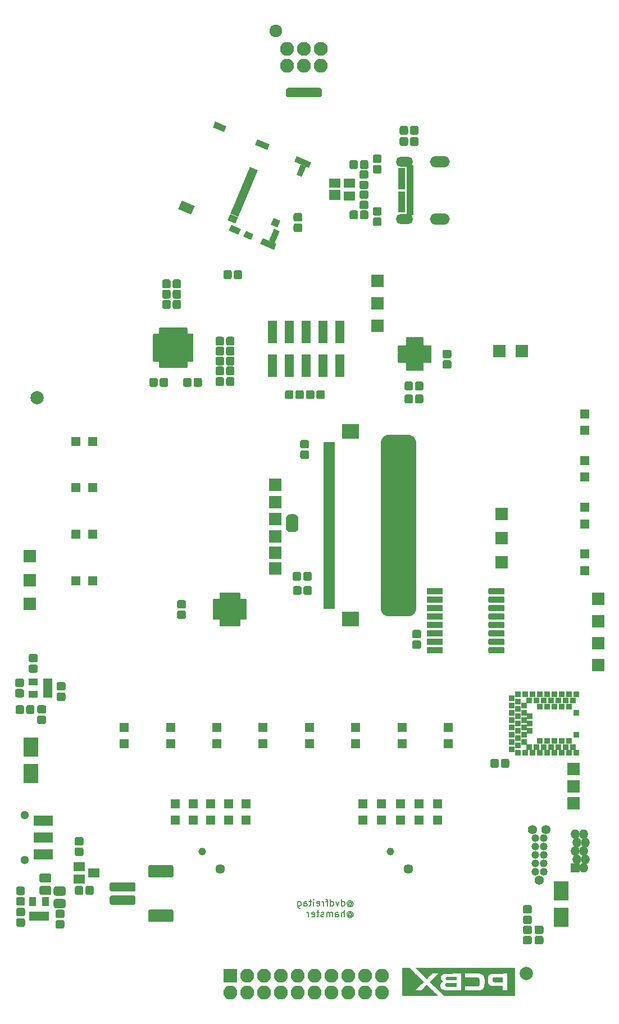
<source format=gbs>
G04 #@! TF.GenerationSoftware,KiCad,Pcbnew,(5.1.5)-3*
G04 #@! TF.CreationDate,2021-01-15T00:49:49-07:00*
G04 #@! TF.ProjectId,purplewizard,70757270-6c65-4776-997a-6172642e6b69,0.1*
G04 #@! TF.SameCoordinates,PX613b810PYa454c00*
G04 #@! TF.FileFunction,Soldermask,Bot*
G04 #@! TF.FilePolarity,Negative*
%FSLAX46Y46*%
G04 Gerber Fmt 4.6, Leading zero omitted, Abs format (unit mm)*
G04 Created by KiCad (PCBNEW (5.1.5)-3) date 2021-01-15 00:49:49*
%MOMM*%
%LPD*%
G04 APERTURE LIST*
%ADD10C,0.150000*%
%ADD11C,0.010000*%
%ADD12C,0.100000*%
%ADD13R,1.900000X1.900000*%
%ADD14C,2.100000*%
%ADD15O,2.100000X2.100000*%
%ADD16C,1.924000*%
%ADD17C,2.000000*%
%ADD18R,1.700000X0.700000*%
%ADD19R,2.600000X2.200000*%
%ADD20R,2.200000X2.900000*%
%ADD21C,1.300000*%
%ADD22R,2.900000X1.650000*%
%ADD23R,1.800000X1.400000*%
%ADD24R,1.800000X1.600000*%
%ADD25C,1.450000*%
%ADD26C,1.150000*%
%ADD27C,1.385520*%
%ADD28C,1.388060*%
%ADD29C,1.184860*%
%ADD30R,1.460000X1.050000*%
%ADD31R,1.400000X1.400000*%
%ADD32O,1.400000X1.400000*%
%ADD33R,1.050000X1.460000*%
%ADD34R,0.900000X0.900000*%
%ADD35O,3.000000X1.700000*%
%ADD36O,2.600000X1.500000*%
%ADD37R,1.100000X1.400000*%
%ADD38R,1.100000X0.700000*%
%ADD39R,2.100000X2.100000*%
%ADD40R,1.400000X3.400000*%
G04 APERTURE END LIST*
D10*
X52685357Y17208810D02*
X52732976Y17256429D01*
X52828214Y17304048D01*
X52923452Y17304048D01*
X53018690Y17256429D01*
X53066309Y17208810D01*
X53113928Y17113572D01*
X53113928Y17018334D01*
X53066309Y16923096D01*
X53018690Y16875477D01*
X52923452Y16827858D01*
X52828214Y16827858D01*
X52732976Y16875477D01*
X52685357Y16923096D01*
X52685357Y17304048D02*
X52685357Y16923096D01*
X52637738Y16875477D01*
X52590119Y16875477D01*
X52494880Y16923096D01*
X52447261Y17018334D01*
X52447261Y17256429D01*
X52542500Y17399286D01*
X52685357Y17494524D01*
X52875833Y17542143D01*
X53066309Y17494524D01*
X53209166Y17399286D01*
X53304404Y17256429D01*
X53352023Y17065953D01*
X53304404Y16875477D01*
X53209166Y16732620D01*
X53066309Y16637381D01*
X52875833Y16589762D01*
X52685357Y16637381D01*
X52542500Y16732620D01*
X51590119Y16732620D02*
X51590119Y17732620D01*
X51590119Y16780239D02*
X51685357Y16732620D01*
X51875833Y16732620D01*
X51971071Y16780239D01*
X52018690Y16827858D01*
X52066309Y16923096D01*
X52066309Y17208810D01*
X52018690Y17304048D01*
X51971071Y17351667D01*
X51875833Y17399286D01*
X51685357Y17399286D01*
X51590119Y17351667D01*
X51209166Y17399286D02*
X50971071Y16732620D01*
X50732976Y17399286D01*
X49923452Y16732620D02*
X49923452Y17732620D01*
X49923452Y16780239D02*
X50018690Y16732620D01*
X50209166Y16732620D01*
X50304404Y16780239D01*
X50352023Y16827858D01*
X50399642Y16923096D01*
X50399642Y17208810D01*
X50352023Y17304048D01*
X50304404Y17351667D01*
X50209166Y17399286D01*
X50018690Y17399286D01*
X49923452Y17351667D01*
X49590119Y17399286D02*
X49209166Y17399286D01*
X49447261Y16732620D02*
X49447261Y17589762D01*
X49399642Y17685000D01*
X49304404Y17732620D01*
X49209166Y17732620D01*
X48875833Y16732620D02*
X48875833Y17399286D01*
X48875833Y17208810D02*
X48828214Y17304048D01*
X48780595Y17351667D01*
X48685357Y17399286D01*
X48590119Y17399286D01*
X47875833Y16780239D02*
X47971071Y16732620D01*
X48161547Y16732620D01*
X48256785Y16780239D01*
X48304404Y16875477D01*
X48304404Y17256429D01*
X48256785Y17351667D01*
X48161547Y17399286D01*
X47971071Y17399286D01*
X47875833Y17351667D01*
X47828214Y17256429D01*
X47828214Y17161191D01*
X48304404Y17065953D01*
X47399642Y16732620D02*
X47399642Y17399286D01*
X47399642Y17732620D02*
X47447261Y17685000D01*
X47399642Y17637381D01*
X47352023Y17685000D01*
X47399642Y17732620D01*
X47399642Y17637381D01*
X47066309Y17399286D02*
X46685357Y17399286D01*
X46923452Y17732620D02*
X46923452Y16875477D01*
X46875833Y16780239D01*
X46780595Y16732620D01*
X46685357Y16732620D01*
X45923452Y16732620D02*
X45923452Y17256429D01*
X45971071Y17351667D01*
X46066309Y17399286D01*
X46256785Y17399286D01*
X46352023Y17351667D01*
X45923452Y16780239D02*
X46018690Y16732620D01*
X46256785Y16732620D01*
X46352023Y16780239D01*
X46399642Y16875477D01*
X46399642Y16970715D01*
X46352023Y17065953D01*
X46256785Y17113572D01*
X46018690Y17113572D01*
X45923452Y17161191D01*
X45018690Y17399286D02*
X45018690Y16589762D01*
X45066309Y16494524D01*
X45113928Y16446905D01*
X45209166Y16399286D01*
X45352023Y16399286D01*
X45447261Y16446905D01*
X45018690Y16780239D02*
X45113928Y16732620D01*
X45304404Y16732620D01*
X45399642Y16780239D01*
X45447261Y16827858D01*
X45494880Y16923096D01*
X45494880Y17208810D01*
X45447261Y17304048D01*
X45399642Y17351667D01*
X45304404Y17399286D01*
X45113928Y17399286D01*
X45018690Y17351667D01*
X52685357Y15558810D02*
X52732976Y15606429D01*
X52828214Y15654048D01*
X52923452Y15654048D01*
X53018690Y15606429D01*
X53066309Y15558810D01*
X53113928Y15463572D01*
X53113928Y15368334D01*
X53066309Y15273096D01*
X53018690Y15225477D01*
X52923452Y15177858D01*
X52828214Y15177858D01*
X52732976Y15225477D01*
X52685357Y15273096D01*
X52685357Y15654048D02*
X52685357Y15273096D01*
X52637738Y15225477D01*
X52590119Y15225477D01*
X52494880Y15273096D01*
X52447261Y15368334D01*
X52447261Y15606429D01*
X52542500Y15749286D01*
X52685357Y15844524D01*
X52875833Y15892143D01*
X53066309Y15844524D01*
X53209166Y15749286D01*
X53304404Y15606429D01*
X53352023Y15415953D01*
X53304404Y15225477D01*
X53209166Y15082620D01*
X53066309Y14987381D01*
X52875833Y14939762D01*
X52685357Y14987381D01*
X52542500Y15082620D01*
X52018690Y15082620D02*
X52018690Y16082620D01*
X51590119Y15082620D02*
X51590119Y15606429D01*
X51637738Y15701667D01*
X51732976Y15749286D01*
X51875833Y15749286D01*
X51971071Y15701667D01*
X52018690Y15654048D01*
X50685357Y15082620D02*
X50685357Y15606429D01*
X50732976Y15701667D01*
X50828214Y15749286D01*
X51018690Y15749286D01*
X51113928Y15701667D01*
X50685357Y15130239D02*
X50780595Y15082620D01*
X51018690Y15082620D01*
X51113928Y15130239D01*
X51161547Y15225477D01*
X51161547Y15320715D01*
X51113928Y15415953D01*
X51018690Y15463572D01*
X50780595Y15463572D01*
X50685357Y15511191D01*
X50209166Y15082620D02*
X50209166Y15749286D01*
X50209166Y15654048D02*
X50161547Y15701667D01*
X50066309Y15749286D01*
X49923452Y15749286D01*
X49828214Y15701667D01*
X49780595Y15606429D01*
X49780595Y15082620D01*
X49780595Y15606429D02*
X49732976Y15701667D01*
X49637738Y15749286D01*
X49494880Y15749286D01*
X49399642Y15701667D01*
X49352023Y15606429D01*
X49352023Y15082620D01*
X48923452Y15130239D02*
X48828214Y15082620D01*
X48637738Y15082620D01*
X48542500Y15130239D01*
X48494880Y15225477D01*
X48494880Y15273096D01*
X48542500Y15368334D01*
X48637738Y15415953D01*
X48780595Y15415953D01*
X48875833Y15463572D01*
X48923452Y15558810D01*
X48923452Y15606429D01*
X48875833Y15701667D01*
X48780595Y15749286D01*
X48637738Y15749286D01*
X48542500Y15701667D01*
X48209166Y15749286D02*
X47828214Y15749286D01*
X48066309Y16082620D02*
X48066309Y15225477D01*
X48018690Y15130239D01*
X47923452Y15082620D01*
X47828214Y15082620D01*
X47113928Y15130239D02*
X47209166Y15082620D01*
X47399642Y15082620D01*
X47494880Y15130239D01*
X47542500Y15225477D01*
X47542500Y15606429D01*
X47494880Y15701667D01*
X47399642Y15749286D01*
X47209166Y15749286D01*
X47113928Y15701667D01*
X47066309Y15606429D01*
X47066309Y15511191D01*
X47542500Y15415953D01*
X46637738Y15082620D02*
X46637738Y15749286D01*
X46637738Y15558810D02*
X46590119Y15654048D01*
X46542500Y15701667D01*
X46447261Y15749286D01*
X46352023Y15749286D01*
D11*
G36*
X75154291Y5961970D02*
G01*
X74962867Y5959729D01*
X74809215Y5956978D01*
X74688774Y5952908D01*
X74596984Y5946707D01*
X74529285Y5937566D01*
X74481115Y5924676D01*
X74447916Y5907225D01*
X74425126Y5884404D01*
X74408184Y5855403D01*
X74395791Y5827240D01*
X74374589Y5742325D01*
X74368094Y5636896D01*
X74376427Y5530176D01*
X74393486Y5457847D01*
X74409007Y5418210D01*
X74428662Y5386337D01*
X74456900Y5361386D01*
X74498168Y5342514D01*
X74556915Y5328877D01*
X74637589Y5319634D01*
X74744639Y5313942D01*
X74882512Y5310958D01*
X75055656Y5309839D01*
X75175458Y5309713D01*
X75784000Y5309680D01*
X75784000Y5968677D01*
X75154291Y5961970D01*
G37*
X75154291Y5961970D02*
X74962867Y5959729D01*
X74809215Y5956978D01*
X74688774Y5952908D01*
X74596984Y5946707D01*
X74529285Y5937566D01*
X74481115Y5924676D01*
X74447916Y5907225D01*
X74425126Y5884404D01*
X74408184Y5855403D01*
X74395791Y5827240D01*
X74374589Y5742325D01*
X74368094Y5636896D01*
X74376427Y5530176D01*
X74393486Y5457847D01*
X74409007Y5418210D01*
X74428662Y5386337D01*
X74456900Y5361386D01*
X74498168Y5342514D01*
X74556915Y5328877D01*
X74637589Y5319634D01*
X74744639Y5313942D01*
X74882512Y5310958D01*
X75055656Y5309839D01*
X75175458Y5309713D01*
X75784000Y5309680D01*
X75784000Y5968677D01*
X75154291Y5961970D01*
G36*
X70211029Y7381770D02*
G01*
X62776237Y7380708D01*
X63034178Y7133061D01*
X63111766Y7058343D01*
X63213959Y6959586D01*
X63335058Y6842316D01*
X63469367Y6712057D01*
X63611188Y6574332D01*
X63754823Y6434668D01*
X63855374Y6336780D01*
X64418630Y5788146D01*
X64528767Y5893425D01*
X64578859Y5941354D01*
X64652611Y6011979D01*
X64743127Y6098696D01*
X64843515Y6194901D01*
X64946879Y6293988D01*
X64952299Y6299184D01*
X65265694Y6599665D01*
X65735465Y6599364D01*
X66205237Y6599063D01*
X65557729Y5953857D01*
X64910221Y5308650D01*
X65968037Y4281991D01*
X67025853Y3255331D01*
X77645820Y3255331D01*
X77645820Y4037543D01*
X76566320Y4037543D01*
X76180029Y4043312D01*
X75793737Y4049081D01*
X75787888Y4359785D01*
X75782039Y4670488D01*
X74941222Y4677876D01*
X74729762Y4679816D01*
X74556189Y4681729D01*
X74416058Y4683867D01*
X74304922Y4686482D01*
X74218337Y4689825D01*
X74151857Y4694148D01*
X74101036Y4699705D01*
X74061429Y4706745D01*
X74028590Y4715521D01*
X73998074Y4726286D01*
X73983124Y4732162D01*
X73868433Y4795499D01*
X73766035Y4884275D01*
X73689896Y4986011D01*
X73681622Y5001581D01*
X73635095Y5125454D01*
X73601547Y5279129D01*
X73591201Y5367458D01*
X73151563Y5367458D01*
X73151245Y5200734D01*
X73148080Y5038843D01*
X73142074Y4889463D01*
X73133234Y4760275D01*
X73121567Y4658959D01*
X73109105Y4599415D01*
X73038326Y4427680D01*
X72939859Y4287493D01*
X72812719Y4178001D01*
X72655921Y4098353D01*
X72471214Y4048190D01*
X72418680Y4041342D01*
X72340731Y4035529D01*
X72234924Y4030694D01*
X72098814Y4026781D01*
X71929954Y4023732D01*
X71725901Y4021490D01*
X71484209Y4019999D01*
X71227029Y4019242D01*
X70131654Y4017331D01*
X70131654Y4038498D01*
X69623654Y4038498D01*
X68380112Y4038917D01*
X68138193Y4039359D01*
X67908613Y4040476D01*
X67695333Y4042209D01*
X67502314Y4044496D01*
X67333516Y4047275D01*
X67192901Y4050488D01*
X67084429Y4054072D01*
X67012060Y4057966D01*
X66988404Y4060313D01*
X66810810Y4100427D01*
X66666581Y4166328D01*
X66554882Y4258983D01*
X66474883Y4379359D01*
X66425748Y4528426D01*
X66406647Y4707149D01*
X66406320Y4736520D01*
X66420382Y4915929D01*
X66462518Y5063907D01*
X66532653Y5180322D01*
X66630711Y5265040D01*
X66730774Y5310405D01*
X66831451Y5342537D01*
X66724728Y5411691D01*
X66620547Y5496930D01*
X66549765Y5598956D01*
X66508604Y5724669D01*
X66495396Y5830388D01*
X66499849Y6016293D01*
X66538378Y6177671D01*
X66610625Y6313931D01*
X66716231Y6424484D01*
X66854838Y6508738D01*
X66924904Y6536879D01*
X67073070Y6588784D01*
X69623654Y6601800D01*
X69623654Y4038498D01*
X70131654Y4038498D01*
X70131654Y4648927D01*
X71078862Y4657220D01*
X71315228Y4659421D01*
X71513149Y4661771D01*
X71676516Y4664641D01*
X71809215Y4668402D01*
X71915136Y4673426D01*
X71998168Y4680082D01*
X72062199Y4688741D01*
X72111118Y4699775D01*
X72148813Y4713553D01*
X72179173Y4730447D01*
X72206087Y4750828D01*
X72223873Y4766389D01*
X72266883Y4809848D01*
X72298386Y4856308D01*
X72320394Y4913422D01*
X72334921Y4988843D01*
X72343978Y5090223D01*
X72349577Y5225215D01*
X72350188Y5246814D01*
X72351527Y5437507D01*
X72343116Y5590938D01*
X72323532Y5711347D01*
X72291353Y5802978D01*
X72245158Y5870075D01*
X72183523Y5916878D01*
X72116391Y5944345D01*
X72079140Y5951666D01*
X72017364Y5958018D01*
X71928387Y5963493D01*
X71809531Y5968184D01*
X71658120Y5972184D01*
X71471476Y5975584D01*
X71246923Y5978476D01*
X71078862Y5980132D01*
X70131654Y5988574D01*
X70131654Y6620831D01*
X71176631Y6620831D01*
X71430809Y6620581D01*
X71646476Y6619766D01*
X71827453Y6618286D01*
X71977559Y6616042D01*
X72100616Y6612938D01*
X72200442Y6608873D01*
X72280859Y6603749D01*
X72345687Y6597467D01*
X72398745Y6589930D01*
X72403175Y6589169D01*
X72594383Y6546314D01*
X72749412Y6488685D01*
X72872998Y6412368D01*
X72969878Y6313447D01*
X73044791Y6188006D01*
X73102473Y6032130D01*
X73110237Y6004772D01*
X73124245Y5929082D01*
X73135376Y5819826D01*
X73143635Y5684684D01*
X73149028Y5531334D01*
X73151563Y5367458D01*
X73591201Y5367458D01*
X73581297Y5452009D01*
X73574667Y5633500D01*
X73581976Y5813006D01*
X73603546Y5979932D01*
X73639697Y6123683D01*
X73647048Y6144340D01*
X73714988Y6277176D01*
X73808594Y6389780D01*
X73919165Y6471894D01*
X73929627Y6477426D01*
X73974284Y6499893D01*
X74015940Y6519023D01*
X74058308Y6535112D01*
X74105099Y6548456D01*
X74160026Y6559350D01*
X74226800Y6568089D01*
X74309134Y6574968D01*
X74410739Y6580282D01*
X74535329Y6584328D01*
X74686614Y6587400D01*
X74868307Y6589793D01*
X75084119Y6591804D01*
X75337764Y6593726D01*
X75396862Y6594152D01*
X76566320Y6602540D01*
X76566320Y4037543D01*
X77645820Y4037543D01*
X77645820Y7382831D01*
X70211029Y7381770D01*
G37*
X70211029Y7381770D02*
X62776237Y7380708D01*
X63034178Y7133061D01*
X63111766Y7058343D01*
X63213959Y6959586D01*
X63335058Y6842316D01*
X63469367Y6712057D01*
X63611188Y6574332D01*
X63754823Y6434668D01*
X63855374Y6336780D01*
X64418630Y5788146D01*
X64528767Y5893425D01*
X64578859Y5941354D01*
X64652611Y6011979D01*
X64743127Y6098696D01*
X64843515Y6194901D01*
X64946879Y6293988D01*
X64952299Y6299184D01*
X65265694Y6599665D01*
X65735465Y6599364D01*
X66205237Y6599063D01*
X65557729Y5953857D01*
X64910221Y5308650D01*
X65968037Y4281991D01*
X67025853Y3255331D01*
X77645820Y3255331D01*
X77645820Y4037543D01*
X76566320Y4037543D01*
X76180029Y4043312D01*
X75793737Y4049081D01*
X75787888Y4359785D01*
X75782039Y4670488D01*
X74941222Y4677876D01*
X74729762Y4679816D01*
X74556189Y4681729D01*
X74416058Y4683867D01*
X74304922Y4686482D01*
X74218337Y4689825D01*
X74151857Y4694148D01*
X74101036Y4699705D01*
X74061429Y4706745D01*
X74028590Y4715521D01*
X73998074Y4726286D01*
X73983124Y4732162D01*
X73868433Y4795499D01*
X73766035Y4884275D01*
X73689896Y4986011D01*
X73681622Y5001581D01*
X73635095Y5125454D01*
X73601547Y5279129D01*
X73591201Y5367458D01*
X73151563Y5367458D01*
X73151245Y5200734D01*
X73148080Y5038843D01*
X73142074Y4889463D01*
X73133234Y4760275D01*
X73121567Y4658959D01*
X73109105Y4599415D01*
X73038326Y4427680D01*
X72939859Y4287493D01*
X72812719Y4178001D01*
X72655921Y4098353D01*
X72471214Y4048190D01*
X72418680Y4041342D01*
X72340731Y4035529D01*
X72234924Y4030694D01*
X72098814Y4026781D01*
X71929954Y4023732D01*
X71725901Y4021490D01*
X71484209Y4019999D01*
X71227029Y4019242D01*
X70131654Y4017331D01*
X70131654Y4038498D01*
X69623654Y4038498D01*
X68380112Y4038917D01*
X68138193Y4039359D01*
X67908613Y4040476D01*
X67695333Y4042209D01*
X67502314Y4044496D01*
X67333516Y4047275D01*
X67192901Y4050488D01*
X67084429Y4054072D01*
X67012060Y4057966D01*
X66988404Y4060313D01*
X66810810Y4100427D01*
X66666581Y4166328D01*
X66554882Y4258983D01*
X66474883Y4379359D01*
X66425748Y4528426D01*
X66406647Y4707149D01*
X66406320Y4736520D01*
X66420382Y4915929D01*
X66462518Y5063907D01*
X66532653Y5180322D01*
X66630711Y5265040D01*
X66730774Y5310405D01*
X66831451Y5342537D01*
X66724728Y5411691D01*
X66620547Y5496930D01*
X66549765Y5598956D01*
X66508604Y5724669D01*
X66495396Y5830388D01*
X66499849Y6016293D01*
X66538378Y6177671D01*
X66610625Y6313931D01*
X66716231Y6424484D01*
X66854838Y6508738D01*
X66924904Y6536879D01*
X67073070Y6588784D01*
X69623654Y6601800D01*
X69623654Y4038498D01*
X70131654Y4038498D01*
X70131654Y4648927D01*
X71078862Y4657220D01*
X71315228Y4659421D01*
X71513149Y4661771D01*
X71676516Y4664641D01*
X71809215Y4668402D01*
X71915136Y4673426D01*
X71998168Y4680082D01*
X72062199Y4688741D01*
X72111118Y4699775D01*
X72148813Y4713553D01*
X72179173Y4730447D01*
X72206087Y4750828D01*
X72223873Y4766389D01*
X72266883Y4809848D01*
X72298386Y4856308D01*
X72320394Y4913422D01*
X72334921Y4988843D01*
X72343978Y5090223D01*
X72349577Y5225215D01*
X72350188Y5246814D01*
X72351527Y5437507D01*
X72343116Y5590938D01*
X72323532Y5711347D01*
X72291353Y5802978D01*
X72245158Y5870075D01*
X72183523Y5916878D01*
X72116391Y5944345D01*
X72079140Y5951666D01*
X72017364Y5958018D01*
X71928387Y5963493D01*
X71809531Y5968184D01*
X71658120Y5972184D01*
X71471476Y5975584D01*
X71246923Y5978476D01*
X71078862Y5980132D01*
X70131654Y5988574D01*
X70131654Y6620831D01*
X71176631Y6620831D01*
X71430809Y6620581D01*
X71646476Y6619766D01*
X71827453Y6618286D01*
X71977559Y6616042D01*
X72100616Y6612938D01*
X72200442Y6608873D01*
X72280859Y6603749D01*
X72345687Y6597467D01*
X72398745Y6589930D01*
X72403175Y6589169D01*
X72594383Y6546314D01*
X72749412Y6488685D01*
X72872998Y6412368D01*
X72969878Y6313447D01*
X73044791Y6188006D01*
X73102473Y6032130D01*
X73110237Y6004772D01*
X73124245Y5929082D01*
X73135376Y5819826D01*
X73143635Y5684684D01*
X73149028Y5531334D01*
X73151563Y5367458D01*
X73591201Y5367458D01*
X73581297Y5452009D01*
X73574667Y5633500D01*
X73581976Y5813006D01*
X73603546Y5979932D01*
X73639697Y6123683D01*
X73647048Y6144340D01*
X73714988Y6277176D01*
X73808594Y6389780D01*
X73919165Y6471894D01*
X73929627Y6477426D01*
X73974284Y6499893D01*
X74015940Y6519023D01*
X74058308Y6535112D01*
X74105099Y6548456D01*
X74160026Y6559350D01*
X74226800Y6568089D01*
X74309134Y6574968D01*
X74410739Y6580282D01*
X74535329Y6584328D01*
X74686614Y6587400D01*
X74868307Y6589793D01*
X75084119Y6591804D01*
X75337764Y6593726D01*
X75396862Y6594152D01*
X76566320Y6602540D01*
X76566320Y4037543D01*
X77645820Y4037543D01*
X77645820Y7382831D01*
X70211029Y7381770D01*
G36*
X67264301Y5024045D02*
G01*
X67232600Y4983968D01*
X67216926Y4935724D01*
X67212378Y4863255D01*
X67212347Y4853750D01*
X67216024Y4777864D01*
X67230323Y4727862D01*
X67260142Y4687685D01*
X67264301Y4683454D01*
X67316256Y4631500D01*
X68842180Y4631500D01*
X68842180Y5076000D01*
X67316256Y5076000D01*
X67264301Y5024045D01*
G37*
X67264301Y5024045D02*
X67232600Y4983968D01*
X67216926Y4935724D01*
X67212378Y4863255D01*
X67212347Y4853750D01*
X67216024Y4777864D01*
X67230323Y4727862D01*
X67260142Y4687685D01*
X67264301Y4683454D01*
X67316256Y4631500D01*
X68842180Y4631500D01*
X68842180Y5076000D01*
X67316256Y5076000D01*
X67264301Y5024045D01*
G36*
X62242633Y6481859D02*
G01*
X62242184Y6469031D01*
X62263252Y6441079D01*
X62288615Y6437525D01*
X62300833Y6460653D01*
X62283791Y6489811D01*
X62267319Y6494166D01*
X62242633Y6481859D01*
G37*
X62242633Y6481859D02*
X62242184Y6469031D01*
X62263252Y6441079D01*
X62288615Y6437525D01*
X62300833Y6460653D01*
X62283791Y6489811D01*
X62267319Y6494166D01*
X62242633Y6481859D01*
G36*
X62206874Y6567576D02*
G01*
X62156403Y6516158D01*
X62132722Y6436912D01*
X62131500Y6410845D01*
X62147124Y6333955D01*
X62187743Y6277787D01*
X62243979Y6246610D01*
X62306453Y6244692D01*
X62365785Y6276303D01*
X62383964Y6295938D01*
X62410348Y6348011D01*
X62361512Y6348011D01*
X62354243Y6314012D01*
X62336186Y6303738D01*
X62333689Y6303666D01*
X62306618Y6321362D01*
X62300833Y6346000D01*
X62292993Y6380410D01*
X62282135Y6388333D01*
X62262373Y6370718D01*
X62252367Y6346000D01*
X62233720Y6311646D01*
X62218148Y6303666D01*
X62198394Y6319151D01*
X62197581Y6351131D01*
X62215733Y6377482D01*
X62223607Y6404189D01*
X62212392Y6428844D01*
X62195618Y6481855D01*
X62215433Y6518961D01*
X62267079Y6533349D01*
X62284813Y6532560D01*
X62325055Y6526375D01*
X62346312Y6510332D01*
X62355815Y6473128D01*
X62360148Y6414791D01*
X62361512Y6348011D01*
X62410348Y6348011D01*
X62420972Y6368978D01*
X62426613Y6444428D01*
X62404476Y6512311D01*
X62358151Y6562647D01*
X62291227Y6585458D01*
X62279666Y6585889D01*
X62206874Y6567576D01*
G37*
X62206874Y6567576D02*
X62156403Y6516158D01*
X62132722Y6436912D01*
X62131500Y6410845D01*
X62147124Y6333955D01*
X62187743Y6277787D01*
X62243979Y6246610D01*
X62306453Y6244692D01*
X62365785Y6276303D01*
X62383964Y6295938D01*
X62410348Y6348011D01*
X62361512Y6348011D01*
X62354243Y6314012D01*
X62336186Y6303738D01*
X62333689Y6303666D01*
X62306618Y6321362D01*
X62300833Y6346000D01*
X62292993Y6380410D01*
X62282135Y6388333D01*
X62262373Y6370718D01*
X62252367Y6346000D01*
X62233720Y6311646D01*
X62218148Y6303666D01*
X62198394Y6319151D01*
X62197581Y6351131D01*
X62215733Y6377482D01*
X62223607Y6404189D01*
X62212392Y6428844D01*
X62195618Y6481855D01*
X62215433Y6518961D01*
X62267079Y6533349D01*
X62284813Y6532560D01*
X62325055Y6526375D01*
X62346312Y6510332D01*
X62355815Y6473128D01*
X62360148Y6414791D01*
X62361512Y6348011D01*
X62410348Y6348011D01*
X62420972Y6368978D01*
X62426613Y6444428D01*
X62404476Y6512311D01*
X62358151Y6562647D01*
X62291227Y6585458D01*
X62279666Y6585889D01*
X62206874Y6567576D01*
G36*
X67411284Y6013774D02*
G01*
X67356689Y5962460D01*
X67315716Y5898691D01*
X67298501Y5817080D01*
X67305324Y5733409D01*
X67336466Y5663461D01*
X67351083Y5647047D01*
X67365208Y5634709D01*
X67381523Y5624800D01*
X67404495Y5617053D01*
X67438593Y5611203D01*
X67488284Y5606984D01*
X67558038Y5604128D01*
X67652322Y5602371D01*
X67775605Y5601445D01*
X67932354Y5601085D01*
X68123666Y5601024D01*
X68847260Y5601024D01*
X68847260Y6025960D01*
X67411284Y6013774D01*
G37*
X67411284Y6013774D02*
X67356689Y5962460D01*
X67315716Y5898691D01*
X67298501Y5817080D01*
X67305324Y5733409D01*
X67336466Y5663461D01*
X67351083Y5647047D01*
X67365208Y5634709D01*
X67381523Y5624800D01*
X67404495Y5617053D01*
X67438593Y5611203D01*
X67488284Y5606984D01*
X67558038Y5604128D01*
X67652322Y5602371D01*
X67775605Y5601445D01*
X67932354Y5601085D01*
X68123666Y5601024D01*
X68847260Y5601024D01*
X68847260Y6025960D01*
X67411284Y6013774D01*
G36*
X60713333Y3255666D02*
G01*
X63359166Y3255666D01*
X63690106Y3255713D01*
X64009104Y3255848D01*
X64313625Y3256067D01*
X64601135Y3256364D01*
X64869099Y3256732D01*
X65114982Y3257167D01*
X65336250Y3257662D01*
X65530368Y3258213D01*
X65694802Y3258812D01*
X65827016Y3259456D01*
X65924477Y3260137D01*
X65984649Y3260851D01*
X66005000Y3261584D01*
X65990345Y3277096D01*
X65948243Y3319474D01*
X65881483Y3385957D01*
X65792858Y3473787D01*
X65685159Y3580202D01*
X65561176Y3702443D01*
X65423701Y3837750D01*
X65275526Y3983363D01*
X65209808Y4047876D01*
X64414616Y4828250D01*
X64017916Y4433542D01*
X63621215Y4038833D01*
X63114483Y4039068D01*
X62607750Y4039304D01*
X62851166Y4278070D01*
X62936502Y4361454D01*
X63044669Y4466654D01*
X63167946Y4586188D01*
X63298608Y4712572D01*
X63428933Y4838323D01*
X63507333Y4913802D01*
X63920083Y5310767D01*
X62873421Y6346967D01*
X62805556Y6414154D01*
X62465382Y6414154D01*
X62454868Y6337518D01*
X62417503Y6270237D01*
X62366703Y6229576D01*
X62307657Y6203670D01*
X62258398Y6203268D01*
X62204992Y6223121D01*
X62142260Y6273013D01*
X62102795Y6347201D01*
X62090703Y6432235D01*
X62110086Y6514664D01*
X62113791Y6522016D01*
X62164110Y6586185D01*
X62233184Y6616308D01*
X62281269Y6620493D01*
X62356987Y6603315D01*
X62414324Y6556740D01*
X62451161Y6490457D01*
X62465382Y6414154D01*
X62805556Y6414154D01*
X61826759Y7383166D01*
X60713333Y7383166D01*
X60713333Y3255666D01*
G37*
X60713333Y3255666D02*
X63359166Y3255666D01*
X63690106Y3255713D01*
X64009104Y3255848D01*
X64313625Y3256067D01*
X64601135Y3256364D01*
X64869099Y3256732D01*
X65114982Y3257167D01*
X65336250Y3257662D01*
X65530368Y3258213D01*
X65694802Y3258812D01*
X65827016Y3259456D01*
X65924477Y3260137D01*
X65984649Y3260851D01*
X66005000Y3261584D01*
X65990345Y3277096D01*
X65948243Y3319474D01*
X65881483Y3385957D01*
X65792858Y3473787D01*
X65685159Y3580202D01*
X65561176Y3702443D01*
X65423701Y3837750D01*
X65275526Y3983363D01*
X65209808Y4047876D01*
X64414616Y4828250D01*
X64017916Y4433542D01*
X63621215Y4038833D01*
X63114483Y4039068D01*
X62607750Y4039304D01*
X62851166Y4278070D01*
X62936502Y4361454D01*
X63044669Y4466654D01*
X63167946Y4586188D01*
X63298608Y4712572D01*
X63428933Y4838323D01*
X63507333Y4913802D01*
X63920083Y5310767D01*
X62873421Y6346967D01*
X62805556Y6414154D01*
X62465382Y6414154D01*
X62454868Y6337518D01*
X62417503Y6270237D01*
X62366703Y6229576D01*
X62307657Y6203670D01*
X62258398Y6203268D01*
X62204992Y6223121D01*
X62142260Y6273013D01*
X62102795Y6347201D01*
X62090703Y6432235D01*
X62110086Y6514664D01*
X62113791Y6522016D01*
X62164110Y6586185D01*
X62233184Y6616308D01*
X62281269Y6620493D01*
X62356987Y6603315D01*
X62414324Y6556740D01*
X62451161Y6490457D01*
X62465382Y6414154D01*
X62805556Y6414154D01*
X61826759Y7383166D01*
X60713333Y7383166D01*
X60713333Y3255666D01*
D12*
G36*
X28905555Y120946684D02*
G01*
X26972494Y121767220D01*
X27523425Y123065132D01*
X29456486Y122244596D01*
X28905555Y120946684D01*
G37*
G36*
X36039468Y117918518D02*
G01*
X34612685Y118524151D01*
X34972158Y119371016D01*
X36398941Y118765383D01*
X36039468Y117918518D01*
G37*
G36*
X37926503Y117117519D02*
G01*
X36803487Y117594211D01*
X37162959Y118441075D01*
X38285975Y117964383D01*
X37926503Y117117519D01*
G37*
G36*
X41424421Y115632741D02*
G01*
X39353285Y116511886D01*
X39732295Y117404775D01*
X41803431Y116525630D01*
X41424421Y115632741D01*
G37*
G36*
X41527279Y116642849D02*
G01*
X40652799Y117014044D01*
X41414725Y118809029D01*
X42289205Y118437834D01*
X41527279Y116642849D01*
G37*
G36*
X41973523Y118973787D02*
G01*
X40960967Y119403591D01*
X41390771Y120416147D01*
X42403327Y119986343D01*
X41973523Y118973787D01*
G37*
G36*
X45571152Y126604701D02*
G01*
X44788723Y126936823D01*
X45452966Y128501681D01*
X46235395Y128169559D01*
X45571152Y126604701D01*
G37*
G36*
X46648496Y127939890D02*
G01*
X44476105Y128862016D01*
X44855114Y129754906D01*
X47027505Y128832780D01*
X46648496Y127939890D01*
G37*
G36*
X40408599Y130642887D02*
G01*
X38521564Y131443886D01*
X38881037Y132290751D01*
X40768072Y131489752D01*
X40408599Y130642887D01*
G37*
G36*
X33899503Y133351517D02*
G01*
X32196569Y134074369D01*
X32575579Y134967259D01*
X34278513Y134244407D01*
X33899503Y133351517D01*
G37*
G36*
X35588703Y119543852D02*
G01*
X34392047Y120051803D01*
X34798407Y121009128D01*
X35995063Y120501177D01*
X35588703Y119543852D01*
G37*
G36*
X36018507Y120556407D02*
G01*
X34821851Y121064358D01*
X35228211Y122021683D01*
X36424867Y121513732D01*
X36018507Y120556407D01*
G37*
G36*
X36448311Y121568962D02*
G01*
X35251655Y122076913D01*
X35658015Y123034238D01*
X36854671Y122526287D01*
X36448311Y121568962D01*
G37*
G36*
X36878115Y122581518D02*
G01*
X35681459Y123089469D01*
X36087819Y124046794D01*
X37284475Y123538843D01*
X36878115Y122581518D01*
G37*
G36*
X37307920Y123594073D02*
G01*
X36111264Y124102024D01*
X36517624Y125059349D01*
X37714280Y124551398D01*
X37307920Y123594073D01*
G37*
G36*
X37737724Y124606628D02*
G01*
X36541068Y125114579D01*
X36947428Y126071904D01*
X38144084Y125563953D01*
X37737724Y124606628D01*
G37*
G36*
X38167528Y125619184D02*
G01*
X36970872Y126127135D01*
X37377232Y127084460D01*
X38573888Y126576509D01*
X38167528Y125619184D01*
G37*
G36*
X38597332Y126631739D02*
G01*
X37400676Y127139690D01*
X37807036Y128097015D01*
X39003692Y127589064D01*
X38597332Y126631739D01*
G37*
D13*
X41600000Y80250000D03*
X41600000Y75070000D03*
D12*
G36*
X45232493Y67093465D02*
G01*
X45263435Y67088875D01*
X45293778Y67081275D01*
X45323230Y67070737D01*
X45351508Y67057362D01*
X45378338Y67041281D01*
X45403463Y67022647D01*
X45426640Y67001640D01*
X45447647Y66978463D01*
X45466281Y66953338D01*
X45482362Y66926508D01*
X45495737Y66898230D01*
X45506275Y66868778D01*
X45513875Y66838435D01*
X45518465Y66807493D01*
X45520000Y66776250D01*
X45520000Y66063750D01*
X45518465Y66032507D01*
X45513875Y66001565D01*
X45506275Y65971222D01*
X45495737Y65941770D01*
X45482362Y65913492D01*
X45466281Y65886662D01*
X45447647Y65861537D01*
X45426640Y65838360D01*
X45403463Y65817353D01*
X45378338Y65798719D01*
X45351508Y65782638D01*
X45323230Y65769263D01*
X45293778Y65758725D01*
X45263435Y65751125D01*
X45232493Y65746535D01*
X45201250Y65745000D01*
X44563750Y65745000D01*
X44532507Y65746535D01*
X44501565Y65751125D01*
X44471222Y65758725D01*
X44441770Y65769263D01*
X44413492Y65782638D01*
X44386662Y65798719D01*
X44361537Y65817353D01*
X44338360Y65838360D01*
X44317353Y65861537D01*
X44298719Y65886662D01*
X44282638Y65913492D01*
X44269263Y65941770D01*
X44258725Y65971222D01*
X44251125Y66001565D01*
X44246535Y66032507D01*
X44245000Y66063750D01*
X44245000Y66776250D01*
X44246535Y66807493D01*
X44251125Y66838435D01*
X44258725Y66868778D01*
X44269263Y66898230D01*
X44282638Y66926508D01*
X44298719Y66953338D01*
X44317353Y66978463D01*
X44338360Y67001640D01*
X44361537Y67022647D01*
X44386662Y67041281D01*
X44413492Y67057362D01*
X44441770Y67070737D01*
X44471222Y67081275D01*
X44501565Y67088875D01*
X44532507Y67093465D01*
X44563750Y67095000D01*
X45201250Y67095000D01*
X45232493Y67093465D01*
G37*
G36*
X46807493Y67093465D02*
G01*
X46838435Y67088875D01*
X46868778Y67081275D01*
X46898230Y67070737D01*
X46926508Y67057362D01*
X46953338Y67041281D01*
X46978463Y67022647D01*
X47001640Y67001640D01*
X47022647Y66978463D01*
X47041281Y66953338D01*
X47057362Y66926508D01*
X47070737Y66898230D01*
X47081275Y66868778D01*
X47088875Y66838435D01*
X47093465Y66807493D01*
X47095000Y66776250D01*
X47095000Y66063750D01*
X47093465Y66032507D01*
X47088875Y66001565D01*
X47081275Y65971222D01*
X47070737Y65941770D01*
X47057362Y65913492D01*
X47041281Y65886662D01*
X47022647Y65861537D01*
X47001640Y65838360D01*
X46978463Y65817353D01*
X46953338Y65798719D01*
X46926508Y65782638D01*
X46898230Y65769263D01*
X46868778Y65758725D01*
X46838435Y65751125D01*
X46807493Y65746535D01*
X46776250Y65745000D01*
X46138750Y65745000D01*
X46107507Y65746535D01*
X46076565Y65751125D01*
X46046222Y65758725D01*
X46016770Y65769263D01*
X45988492Y65782638D01*
X45961662Y65798719D01*
X45936537Y65817353D01*
X45913360Y65838360D01*
X45892353Y65861537D01*
X45873719Y65886662D01*
X45857638Y65913492D01*
X45844263Y65941770D01*
X45833725Y65971222D01*
X45826125Y66001565D01*
X45821535Y66032507D01*
X45820000Y66063750D01*
X45820000Y66776250D01*
X45821535Y66807493D01*
X45826125Y66838435D01*
X45833725Y66868778D01*
X45844263Y66898230D01*
X45857638Y66926508D01*
X45873719Y66953338D01*
X45892353Y66978463D01*
X45913360Y67001640D01*
X45936537Y67022647D01*
X45961662Y67041281D01*
X45988492Y67057362D01*
X46016770Y67070737D01*
X46046222Y67081275D01*
X46076565Y67088875D01*
X46107507Y67093465D01*
X46138750Y67095000D01*
X46776250Y67095000D01*
X46807493Y67093465D01*
G37*
G36*
X45099398Y73763888D02*
G01*
X45099398Y73745466D01*
X45098435Y73725860D01*
X45093625Y73677029D01*
X45090746Y73657620D01*
X45081174Y73609495D01*
X45076404Y73590452D01*
X45062160Y73543497D01*
X45055549Y73525020D01*
X45036772Y73479687D01*
X45028377Y73461939D01*
X45005246Y73418666D01*
X44995160Y73401838D01*
X44967900Y73361039D01*
X44956205Y73345270D01*
X44925077Y73307341D01*
X44911897Y73292800D01*
X44877200Y73258103D01*
X44862659Y73244923D01*
X44824730Y73213795D01*
X44808961Y73202100D01*
X44768162Y73174840D01*
X44751334Y73164754D01*
X44708061Y73141623D01*
X44690313Y73133228D01*
X44644980Y73114451D01*
X44626503Y73107840D01*
X44579548Y73093596D01*
X44560505Y73088826D01*
X44512380Y73079254D01*
X44492971Y73076375D01*
X44444140Y73071565D01*
X44424534Y73070602D01*
X44406112Y73070602D01*
X44400000Y73070000D01*
X43900000Y73070000D01*
X43893888Y73070602D01*
X43875466Y73070602D01*
X43855860Y73071565D01*
X43807029Y73076375D01*
X43787620Y73079254D01*
X43739495Y73088826D01*
X43720452Y73093596D01*
X43673497Y73107840D01*
X43655020Y73114451D01*
X43609687Y73133228D01*
X43591939Y73141623D01*
X43548666Y73164754D01*
X43531838Y73174840D01*
X43491039Y73202100D01*
X43475270Y73213795D01*
X43437341Y73244923D01*
X43422800Y73258103D01*
X43388103Y73292800D01*
X43374923Y73307341D01*
X43343795Y73345270D01*
X43332100Y73361039D01*
X43304840Y73401838D01*
X43294754Y73418666D01*
X43271623Y73461939D01*
X43263228Y73479687D01*
X43244451Y73525020D01*
X43237840Y73543497D01*
X43223596Y73590452D01*
X43218826Y73609495D01*
X43209254Y73657620D01*
X43206375Y73677029D01*
X43201565Y73725860D01*
X43200602Y73745466D01*
X43200602Y73763888D01*
X43200000Y73770000D01*
X43200000Y74270000D01*
X43203843Y74309018D01*
X43215224Y74346537D01*
X43233706Y74381114D01*
X43258579Y74411421D01*
X43288886Y74436294D01*
X43323463Y74454776D01*
X43360982Y74466157D01*
X43400000Y74470000D01*
X44900000Y74470000D01*
X44939018Y74466157D01*
X44976537Y74454776D01*
X45011114Y74436294D01*
X45041421Y74411421D01*
X45066294Y74381114D01*
X45084776Y74346537D01*
X45096157Y74309018D01*
X45100000Y74270000D01*
X45100000Y73770000D01*
X45099398Y73763888D01*
G37*
G36*
X45096157Y74530982D02*
G01*
X45084776Y74493463D01*
X45066294Y74458886D01*
X45041421Y74428579D01*
X45011114Y74403706D01*
X44976537Y74385224D01*
X44939018Y74373843D01*
X44900000Y74370000D01*
X43400000Y74370000D01*
X43360982Y74373843D01*
X43323463Y74385224D01*
X43288886Y74403706D01*
X43258579Y74428579D01*
X43233706Y74458886D01*
X43215224Y74493463D01*
X43203843Y74530982D01*
X43200000Y74570000D01*
X43200000Y75070000D01*
X43200602Y75076112D01*
X43200602Y75094534D01*
X43201565Y75114140D01*
X43206375Y75162971D01*
X43209254Y75182380D01*
X43218826Y75230505D01*
X43223596Y75249548D01*
X43237840Y75296503D01*
X43244451Y75314980D01*
X43263228Y75360313D01*
X43271623Y75378061D01*
X43294754Y75421334D01*
X43304840Y75438162D01*
X43332100Y75478961D01*
X43343795Y75494730D01*
X43374923Y75532659D01*
X43388103Y75547200D01*
X43422800Y75581897D01*
X43437341Y75595077D01*
X43475270Y75626205D01*
X43491039Y75637900D01*
X43531838Y75665160D01*
X43548666Y75675246D01*
X43591939Y75698377D01*
X43609687Y75706772D01*
X43655020Y75725549D01*
X43673497Y75732160D01*
X43720452Y75746404D01*
X43739495Y75751174D01*
X43787620Y75760746D01*
X43807029Y75763625D01*
X43855860Y75768435D01*
X43875466Y75769398D01*
X43893888Y75769398D01*
X43900000Y75770000D01*
X44400000Y75770000D01*
X44406112Y75769398D01*
X44424534Y75769398D01*
X44444140Y75768435D01*
X44492971Y75763625D01*
X44512380Y75760746D01*
X44560505Y75751174D01*
X44579548Y75746404D01*
X44626503Y75732160D01*
X44644980Y75725549D01*
X44690313Y75706772D01*
X44708061Y75698377D01*
X44751334Y75675246D01*
X44768162Y75665160D01*
X44808961Y75637900D01*
X44824730Y75626205D01*
X44862659Y75595077D01*
X44877200Y75581897D01*
X44911897Y75547200D01*
X44925077Y75532659D01*
X44956205Y75494730D01*
X44967900Y75478961D01*
X44995160Y75438162D01*
X45005246Y75421334D01*
X45028377Y75378061D01*
X45036772Y75360313D01*
X45055549Y75314980D01*
X45062160Y75296503D01*
X45076404Y75249548D01*
X45081174Y75230505D01*
X45090746Y75182380D01*
X45093625Y75162971D01*
X45098435Y75114140D01*
X45099398Y75094534D01*
X45099398Y75076112D01*
X45100000Y75070000D01*
X45100000Y74570000D01*
X45096157Y74530982D01*
G37*
D13*
X41600000Y67560000D03*
D12*
G36*
X48304966Y140032555D02*
G01*
X48338942Y140027515D01*
X48372260Y140019169D01*
X48404599Y140007598D01*
X48435649Y139992912D01*
X48465110Y139975254D01*
X48492698Y139954794D01*
X48518147Y139931727D01*
X48541214Y139906278D01*
X48561674Y139878690D01*
X48579332Y139849229D01*
X48594018Y139818179D01*
X48605589Y139785840D01*
X48613935Y139752522D01*
X48618975Y139718546D01*
X48620660Y139684240D01*
X48620660Y138984240D01*
X48618975Y138949934D01*
X48613935Y138915958D01*
X48605589Y138882640D01*
X48594018Y138850301D01*
X48579332Y138819251D01*
X48561674Y138789790D01*
X48541214Y138762202D01*
X48518147Y138736753D01*
X48492698Y138713686D01*
X48465110Y138693226D01*
X48435649Y138675568D01*
X48404599Y138660882D01*
X48372260Y138649311D01*
X48338942Y138640965D01*
X48304966Y138635925D01*
X48270660Y138634240D01*
X43570660Y138634240D01*
X43536354Y138635925D01*
X43502378Y138640965D01*
X43469060Y138649311D01*
X43436721Y138660882D01*
X43405671Y138675568D01*
X43376210Y138693226D01*
X43348622Y138713686D01*
X43323173Y138736753D01*
X43300106Y138762202D01*
X43279646Y138789790D01*
X43261988Y138819251D01*
X43247302Y138850301D01*
X43235731Y138882640D01*
X43227385Y138915958D01*
X43222345Y138949934D01*
X43220660Y138984240D01*
X43220660Y139684240D01*
X43222345Y139718546D01*
X43227385Y139752522D01*
X43235731Y139785840D01*
X43247302Y139818179D01*
X43261988Y139849229D01*
X43279646Y139878690D01*
X43300106Y139906278D01*
X43323173Y139931727D01*
X43348622Y139954794D01*
X43376210Y139975254D01*
X43405671Y139992912D01*
X43436721Y140007598D01*
X43469060Y140019169D01*
X43502378Y140027515D01*
X43536354Y140032555D01*
X43570660Y140034240D01*
X48270660Y140034240D01*
X48304966Y140032555D01*
G37*
D14*
X48463200Y145923000D03*
D15*
X48463200Y143383000D03*
D16*
X41727120Y148648420D03*
D14*
X45923200Y145923000D03*
D15*
X45923200Y143383000D03*
X43383200Y145923000D03*
X43383200Y143383000D03*
D17*
X79420000Y6530000D03*
X5720000Y93340000D03*
D12*
G36*
X27979451Y102848662D02*
G01*
X28006415Y102844663D01*
X28032858Y102838039D01*
X28058524Y102828856D01*
X28083167Y102817201D01*
X28106548Y102803186D01*
X28128443Y102786948D01*
X28148641Y102768641D01*
X28166948Y102748443D01*
X28183186Y102726548D01*
X28197201Y102703167D01*
X28208856Y102678524D01*
X28218039Y102652858D01*
X28224663Y102626415D01*
X28228662Y102599451D01*
X28230000Y102572224D01*
X28230000Y99127776D01*
X28228662Y99100549D01*
X28224663Y99073585D01*
X28218039Y99047142D01*
X28208856Y99021476D01*
X28197201Y98996833D01*
X28183186Y98973452D01*
X28166948Y98951557D01*
X28148641Y98931359D01*
X28128443Y98913052D01*
X28106548Y98896814D01*
X28083167Y98882799D01*
X28058524Y98871144D01*
X28032858Y98861961D01*
X28006415Y98855337D01*
X27979451Y98851338D01*
X27952224Y98850000D01*
X24507776Y98850000D01*
X24480549Y98851338D01*
X24453585Y98855337D01*
X24427142Y98861961D01*
X24401476Y98871144D01*
X24376833Y98882799D01*
X24353452Y98896814D01*
X24331557Y98913052D01*
X24311359Y98931359D01*
X24293052Y98951557D01*
X24276814Y98973452D01*
X24262799Y98996833D01*
X24251144Y99021476D01*
X24241961Y99047142D01*
X24235337Y99073585D01*
X24231338Y99100549D01*
X24230000Y99127776D01*
X24230000Y102572224D01*
X24231338Y102599451D01*
X24235337Y102626415D01*
X24241961Y102652858D01*
X24251144Y102678524D01*
X24262799Y102703167D01*
X24276814Y102726548D01*
X24293052Y102748443D01*
X24311359Y102768641D01*
X24331557Y102786948D01*
X24353452Y102803186D01*
X24376833Y102817201D01*
X24401476Y102828856D01*
X24427142Y102838039D01*
X24453585Y102844663D01*
X24480549Y102848662D01*
X24507776Y102850000D01*
X27952224Y102850000D01*
X27979451Y102848662D01*
G37*
G36*
X24258428Y99374218D02*
G01*
X24274202Y99371878D01*
X24289671Y99368003D01*
X24304686Y99362630D01*
X24319102Y99355812D01*
X24332780Y99347614D01*
X24345589Y99338114D01*
X24357405Y99327405D01*
X24368114Y99315589D01*
X24377614Y99302780D01*
X24385812Y99289102D01*
X24392630Y99274686D01*
X24398003Y99259671D01*
X24401878Y99244202D01*
X24404218Y99228428D01*
X24405000Y99212500D01*
X24405000Y98887500D01*
X24404218Y98871572D01*
X24401878Y98855798D01*
X24398003Y98840329D01*
X24392630Y98825314D01*
X24385812Y98810898D01*
X24377614Y98797220D01*
X24368114Y98784411D01*
X24357405Y98772595D01*
X24345589Y98761886D01*
X24332780Y98752386D01*
X24319102Y98744188D01*
X24304686Y98737370D01*
X24289671Y98731997D01*
X24274202Y98728122D01*
X24258428Y98725782D01*
X24242500Y98725000D01*
X23342500Y98725000D01*
X23326572Y98725782D01*
X23310798Y98728122D01*
X23295329Y98731997D01*
X23280314Y98737370D01*
X23265898Y98744188D01*
X23252220Y98752386D01*
X23239411Y98761886D01*
X23227595Y98772595D01*
X23216886Y98784411D01*
X23207386Y98797220D01*
X23199188Y98810898D01*
X23192370Y98825314D01*
X23186997Y98840329D01*
X23183122Y98855798D01*
X23180782Y98871572D01*
X23180000Y98887500D01*
X23180000Y99212500D01*
X23180782Y99228428D01*
X23183122Y99244202D01*
X23186997Y99259671D01*
X23192370Y99274686D01*
X23199188Y99289102D01*
X23207386Y99302780D01*
X23216886Y99315589D01*
X23227595Y99327405D01*
X23239411Y99338114D01*
X23252220Y99347614D01*
X23265898Y99355812D01*
X23280314Y99362630D01*
X23295329Y99368003D01*
X23310798Y99371878D01*
X23326572Y99374218D01*
X23342500Y99375000D01*
X24242500Y99375000D01*
X24258428Y99374218D01*
G37*
G36*
X24258428Y99774218D02*
G01*
X24274202Y99771878D01*
X24289671Y99768003D01*
X24304686Y99762630D01*
X24319102Y99755812D01*
X24332780Y99747614D01*
X24345589Y99738114D01*
X24357405Y99727405D01*
X24368114Y99715589D01*
X24377614Y99702780D01*
X24385812Y99689102D01*
X24392630Y99674686D01*
X24398003Y99659671D01*
X24401878Y99644202D01*
X24404218Y99628428D01*
X24405000Y99612500D01*
X24405000Y99287500D01*
X24404218Y99271572D01*
X24401878Y99255798D01*
X24398003Y99240329D01*
X24392630Y99225314D01*
X24385812Y99210898D01*
X24377614Y99197220D01*
X24368114Y99184411D01*
X24357405Y99172595D01*
X24345589Y99161886D01*
X24332780Y99152386D01*
X24319102Y99144188D01*
X24304686Y99137370D01*
X24289671Y99131997D01*
X24274202Y99128122D01*
X24258428Y99125782D01*
X24242500Y99125000D01*
X23342500Y99125000D01*
X23326572Y99125782D01*
X23310798Y99128122D01*
X23295329Y99131997D01*
X23280314Y99137370D01*
X23265898Y99144188D01*
X23252220Y99152386D01*
X23239411Y99161886D01*
X23227595Y99172595D01*
X23216886Y99184411D01*
X23207386Y99197220D01*
X23199188Y99210898D01*
X23192370Y99225314D01*
X23186997Y99240329D01*
X23183122Y99255798D01*
X23180782Y99271572D01*
X23180000Y99287500D01*
X23180000Y99612500D01*
X23180782Y99628428D01*
X23183122Y99644202D01*
X23186997Y99659671D01*
X23192370Y99674686D01*
X23199188Y99689102D01*
X23207386Y99702780D01*
X23216886Y99715589D01*
X23227595Y99727405D01*
X23239411Y99738114D01*
X23252220Y99747614D01*
X23265898Y99755812D01*
X23280314Y99762630D01*
X23295329Y99768003D01*
X23310798Y99771878D01*
X23326572Y99774218D01*
X23342500Y99775000D01*
X24242500Y99775000D01*
X24258428Y99774218D01*
G37*
G36*
X24258428Y100174218D02*
G01*
X24274202Y100171878D01*
X24289671Y100168003D01*
X24304686Y100162630D01*
X24319102Y100155812D01*
X24332780Y100147614D01*
X24345589Y100138114D01*
X24357405Y100127405D01*
X24368114Y100115589D01*
X24377614Y100102780D01*
X24385812Y100089102D01*
X24392630Y100074686D01*
X24398003Y100059671D01*
X24401878Y100044202D01*
X24404218Y100028428D01*
X24405000Y100012500D01*
X24405000Y99687500D01*
X24404218Y99671572D01*
X24401878Y99655798D01*
X24398003Y99640329D01*
X24392630Y99625314D01*
X24385812Y99610898D01*
X24377614Y99597220D01*
X24368114Y99584411D01*
X24357405Y99572595D01*
X24345589Y99561886D01*
X24332780Y99552386D01*
X24319102Y99544188D01*
X24304686Y99537370D01*
X24289671Y99531997D01*
X24274202Y99528122D01*
X24258428Y99525782D01*
X24242500Y99525000D01*
X23342500Y99525000D01*
X23326572Y99525782D01*
X23310798Y99528122D01*
X23295329Y99531997D01*
X23280314Y99537370D01*
X23265898Y99544188D01*
X23252220Y99552386D01*
X23239411Y99561886D01*
X23227595Y99572595D01*
X23216886Y99584411D01*
X23207386Y99597220D01*
X23199188Y99610898D01*
X23192370Y99625314D01*
X23186997Y99640329D01*
X23183122Y99655798D01*
X23180782Y99671572D01*
X23180000Y99687500D01*
X23180000Y100012500D01*
X23180782Y100028428D01*
X23183122Y100044202D01*
X23186997Y100059671D01*
X23192370Y100074686D01*
X23199188Y100089102D01*
X23207386Y100102780D01*
X23216886Y100115589D01*
X23227595Y100127405D01*
X23239411Y100138114D01*
X23252220Y100147614D01*
X23265898Y100155812D01*
X23280314Y100162630D01*
X23295329Y100168003D01*
X23310798Y100171878D01*
X23326572Y100174218D01*
X23342500Y100175000D01*
X24242500Y100175000D01*
X24258428Y100174218D01*
G37*
G36*
X24258428Y100574218D02*
G01*
X24274202Y100571878D01*
X24289671Y100568003D01*
X24304686Y100562630D01*
X24319102Y100555812D01*
X24332780Y100547614D01*
X24345589Y100538114D01*
X24357405Y100527405D01*
X24368114Y100515589D01*
X24377614Y100502780D01*
X24385812Y100489102D01*
X24392630Y100474686D01*
X24398003Y100459671D01*
X24401878Y100444202D01*
X24404218Y100428428D01*
X24405000Y100412500D01*
X24405000Y100087500D01*
X24404218Y100071572D01*
X24401878Y100055798D01*
X24398003Y100040329D01*
X24392630Y100025314D01*
X24385812Y100010898D01*
X24377614Y99997220D01*
X24368114Y99984411D01*
X24357405Y99972595D01*
X24345589Y99961886D01*
X24332780Y99952386D01*
X24319102Y99944188D01*
X24304686Y99937370D01*
X24289671Y99931997D01*
X24274202Y99928122D01*
X24258428Y99925782D01*
X24242500Y99925000D01*
X23342500Y99925000D01*
X23326572Y99925782D01*
X23310798Y99928122D01*
X23295329Y99931997D01*
X23280314Y99937370D01*
X23265898Y99944188D01*
X23252220Y99952386D01*
X23239411Y99961886D01*
X23227595Y99972595D01*
X23216886Y99984411D01*
X23207386Y99997220D01*
X23199188Y100010898D01*
X23192370Y100025314D01*
X23186997Y100040329D01*
X23183122Y100055798D01*
X23180782Y100071572D01*
X23180000Y100087500D01*
X23180000Y100412500D01*
X23180782Y100428428D01*
X23183122Y100444202D01*
X23186997Y100459671D01*
X23192370Y100474686D01*
X23199188Y100489102D01*
X23207386Y100502780D01*
X23216886Y100515589D01*
X23227595Y100527405D01*
X23239411Y100538114D01*
X23252220Y100547614D01*
X23265898Y100555812D01*
X23280314Y100562630D01*
X23295329Y100568003D01*
X23310798Y100571878D01*
X23326572Y100574218D01*
X23342500Y100575000D01*
X24242500Y100575000D01*
X24258428Y100574218D01*
G37*
G36*
X24258428Y100974218D02*
G01*
X24274202Y100971878D01*
X24289671Y100968003D01*
X24304686Y100962630D01*
X24319102Y100955812D01*
X24332780Y100947614D01*
X24345589Y100938114D01*
X24357405Y100927405D01*
X24368114Y100915589D01*
X24377614Y100902780D01*
X24385812Y100889102D01*
X24392630Y100874686D01*
X24398003Y100859671D01*
X24401878Y100844202D01*
X24404218Y100828428D01*
X24405000Y100812500D01*
X24405000Y100487500D01*
X24404218Y100471572D01*
X24401878Y100455798D01*
X24398003Y100440329D01*
X24392630Y100425314D01*
X24385812Y100410898D01*
X24377614Y100397220D01*
X24368114Y100384411D01*
X24357405Y100372595D01*
X24345589Y100361886D01*
X24332780Y100352386D01*
X24319102Y100344188D01*
X24304686Y100337370D01*
X24289671Y100331997D01*
X24274202Y100328122D01*
X24258428Y100325782D01*
X24242500Y100325000D01*
X23342500Y100325000D01*
X23326572Y100325782D01*
X23310798Y100328122D01*
X23295329Y100331997D01*
X23280314Y100337370D01*
X23265898Y100344188D01*
X23252220Y100352386D01*
X23239411Y100361886D01*
X23227595Y100372595D01*
X23216886Y100384411D01*
X23207386Y100397220D01*
X23199188Y100410898D01*
X23192370Y100425314D01*
X23186997Y100440329D01*
X23183122Y100455798D01*
X23180782Y100471572D01*
X23180000Y100487500D01*
X23180000Y100812500D01*
X23180782Y100828428D01*
X23183122Y100844202D01*
X23186997Y100859671D01*
X23192370Y100874686D01*
X23199188Y100889102D01*
X23207386Y100902780D01*
X23216886Y100915589D01*
X23227595Y100927405D01*
X23239411Y100938114D01*
X23252220Y100947614D01*
X23265898Y100955812D01*
X23280314Y100962630D01*
X23295329Y100968003D01*
X23310798Y100971878D01*
X23326572Y100974218D01*
X23342500Y100975000D01*
X24242500Y100975000D01*
X24258428Y100974218D01*
G37*
G36*
X24258428Y101374218D02*
G01*
X24274202Y101371878D01*
X24289671Y101368003D01*
X24304686Y101362630D01*
X24319102Y101355812D01*
X24332780Y101347614D01*
X24345589Y101338114D01*
X24357405Y101327405D01*
X24368114Y101315589D01*
X24377614Y101302780D01*
X24385812Y101289102D01*
X24392630Y101274686D01*
X24398003Y101259671D01*
X24401878Y101244202D01*
X24404218Y101228428D01*
X24405000Y101212500D01*
X24405000Y100887500D01*
X24404218Y100871572D01*
X24401878Y100855798D01*
X24398003Y100840329D01*
X24392630Y100825314D01*
X24385812Y100810898D01*
X24377614Y100797220D01*
X24368114Y100784411D01*
X24357405Y100772595D01*
X24345589Y100761886D01*
X24332780Y100752386D01*
X24319102Y100744188D01*
X24304686Y100737370D01*
X24289671Y100731997D01*
X24274202Y100728122D01*
X24258428Y100725782D01*
X24242500Y100725000D01*
X23342500Y100725000D01*
X23326572Y100725782D01*
X23310798Y100728122D01*
X23295329Y100731997D01*
X23280314Y100737370D01*
X23265898Y100744188D01*
X23252220Y100752386D01*
X23239411Y100761886D01*
X23227595Y100772595D01*
X23216886Y100784411D01*
X23207386Y100797220D01*
X23199188Y100810898D01*
X23192370Y100825314D01*
X23186997Y100840329D01*
X23183122Y100855798D01*
X23180782Y100871572D01*
X23180000Y100887500D01*
X23180000Y101212500D01*
X23180782Y101228428D01*
X23183122Y101244202D01*
X23186997Y101259671D01*
X23192370Y101274686D01*
X23199188Y101289102D01*
X23207386Y101302780D01*
X23216886Y101315589D01*
X23227595Y101327405D01*
X23239411Y101338114D01*
X23252220Y101347614D01*
X23265898Y101355812D01*
X23280314Y101362630D01*
X23295329Y101368003D01*
X23310798Y101371878D01*
X23326572Y101374218D01*
X23342500Y101375000D01*
X24242500Y101375000D01*
X24258428Y101374218D01*
G37*
G36*
X24258428Y101774218D02*
G01*
X24274202Y101771878D01*
X24289671Y101768003D01*
X24304686Y101762630D01*
X24319102Y101755812D01*
X24332780Y101747614D01*
X24345589Y101738114D01*
X24357405Y101727405D01*
X24368114Y101715589D01*
X24377614Y101702780D01*
X24385812Y101689102D01*
X24392630Y101674686D01*
X24398003Y101659671D01*
X24401878Y101644202D01*
X24404218Y101628428D01*
X24405000Y101612500D01*
X24405000Y101287500D01*
X24404218Y101271572D01*
X24401878Y101255798D01*
X24398003Y101240329D01*
X24392630Y101225314D01*
X24385812Y101210898D01*
X24377614Y101197220D01*
X24368114Y101184411D01*
X24357405Y101172595D01*
X24345589Y101161886D01*
X24332780Y101152386D01*
X24319102Y101144188D01*
X24304686Y101137370D01*
X24289671Y101131997D01*
X24274202Y101128122D01*
X24258428Y101125782D01*
X24242500Y101125000D01*
X23342500Y101125000D01*
X23326572Y101125782D01*
X23310798Y101128122D01*
X23295329Y101131997D01*
X23280314Y101137370D01*
X23265898Y101144188D01*
X23252220Y101152386D01*
X23239411Y101161886D01*
X23227595Y101172595D01*
X23216886Y101184411D01*
X23207386Y101197220D01*
X23199188Y101210898D01*
X23192370Y101225314D01*
X23186997Y101240329D01*
X23183122Y101255798D01*
X23180782Y101271572D01*
X23180000Y101287500D01*
X23180000Y101612500D01*
X23180782Y101628428D01*
X23183122Y101644202D01*
X23186997Y101659671D01*
X23192370Y101674686D01*
X23199188Y101689102D01*
X23207386Y101702780D01*
X23216886Y101715589D01*
X23227595Y101727405D01*
X23239411Y101738114D01*
X23252220Y101747614D01*
X23265898Y101755812D01*
X23280314Y101762630D01*
X23295329Y101768003D01*
X23310798Y101771878D01*
X23326572Y101774218D01*
X23342500Y101775000D01*
X24242500Y101775000D01*
X24258428Y101774218D01*
G37*
G36*
X24258428Y102174218D02*
G01*
X24274202Y102171878D01*
X24289671Y102168003D01*
X24304686Y102162630D01*
X24319102Y102155812D01*
X24332780Y102147614D01*
X24345589Y102138114D01*
X24357405Y102127405D01*
X24368114Y102115589D01*
X24377614Y102102780D01*
X24385812Y102089102D01*
X24392630Y102074686D01*
X24398003Y102059671D01*
X24401878Y102044202D01*
X24404218Y102028428D01*
X24405000Y102012500D01*
X24405000Y101687500D01*
X24404218Y101671572D01*
X24401878Y101655798D01*
X24398003Y101640329D01*
X24392630Y101625314D01*
X24385812Y101610898D01*
X24377614Y101597220D01*
X24368114Y101584411D01*
X24357405Y101572595D01*
X24345589Y101561886D01*
X24332780Y101552386D01*
X24319102Y101544188D01*
X24304686Y101537370D01*
X24289671Y101531997D01*
X24274202Y101528122D01*
X24258428Y101525782D01*
X24242500Y101525000D01*
X23342500Y101525000D01*
X23326572Y101525782D01*
X23310798Y101528122D01*
X23295329Y101531997D01*
X23280314Y101537370D01*
X23265898Y101544188D01*
X23252220Y101552386D01*
X23239411Y101561886D01*
X23227595Y101572595D01*
X23216886Y101584411D01*
X23207386Y101597220D01*
X23199188Y101610898D01*
X23192370Y101625314D01*
X23186997Y101640329D01*
X23183122Y101655798D01*
X23180782Y101671572D01*
X23180000Y101687500D01*
X23180000Y102012500D01*
X23180782Y102028428D01*
X23183122Y102044202D01*
X23186997Y102059671D01*
X23192370Y102074686D01*
X23199188Y102089102D01*
X23207386Y102102780D01*
X23216886Y102115589D01*
X23227595Y102127405D01*
X23239411Y102138114D01*
X23252220Y102147614D01*
X23265898Y102155812D01*
X23280314Y102162630D01*
X23295329Y102168003D01*
X23310798Y102171878D01*
X23326572Y102174218D01*
X23342500Y102175000D01*
X24242500Y102175000D01*
X24258428Y102174218D01*
G37*
G36*
X24258428Y102574218D02*
G01*
X24274202Y102571878D01*
X24289671Y102568003D01*
X24304686Y102562630D01*
X24319102Y102555812D01*
X24332780Y102547614D01*
X24345589Y102538114D01*
X24357405Y102527405D01*
X24368114Y102515589D01*
X24377614Y102502780D01*
X24385812Y102489102D01*
X24392630Y102474686D01*
X24398003Y102459671D01*
X24401878Y102444202D01*
X24404218Y102428428D01*
X24405000Y102412500D01*
X24405000Y102087500D01*
X24404218Y102071572D01*
X24401878Y102055798D01*
X24398003Y102040329D01*
X24392630Y102025314D01*
X24385812Y102010898D01*
X24377614Y101997220D01*
X24368114Y101984411D01*
X24357405Y101972595D01*
X24345589Y101961886D01*
X24332780Y101952386D01*
X24319102Y101944188D01*
X24304686Y101937370D01*
X24289671Y101931997D01*
X24274202Y101928122D01*
X24258428Y101925782D01*
X24242500Y101925000D01*
X23342500Y101925000D01*
X23326572Y101925782D01*
X23310798Y101928122D01*
X23295329Y101931997D01*
X23280314Y101937370D01*
X23265898Y101944188D01*
X23252220Y101952386D01*
X23239411Y101961886D01*
X23227595Y101972595D01*
X23216886Y101984411D01*
X23207386Y101997220D01*
X23199188Y102010898D01*
X23192370Y102025314D01*
X23186997Y102040329D01*
X23183122Y102055798D01*
X23180782Y102071572D01*
X23180000Y102087500D01*
X23180000Y102412500D01*
X23180782Y102428428D01*
X23183122Y102444202D01*
X23186997Y102459671D01*
X23192370Y102474686D01*
X23199188Y102489102D01*
X23207386Y102502780D01*
X23216886Y102515589D01*
X23227595Y102527405D01*
X23239411Y102538114D01*
X23252220Y102547614D01*
X23265898Y102555812D01*
X23280314Y102562630D01*
X23295329Y102568003D01*
X23310798Y102571878D01*
X23326572Y102574218D01*
X23342500Y102575000D01*
X24242500Y102575000D01*
X24258428Y102574218D01*
G37*
G36*
X24258428Y102974218D02*
G01*
X24274202Y102971878D01*
X24289671Y102968003D01*
X24304686Y102962630D01*
X24319102Y102955812D01*
X24332780Y102947614D01*
X24345589Y102938114D01*
X24357405Y102927405D01*
X24368114Y102915589D01*
X24377614Y102902780D01*
X24385812Y102889102D01*
X24392630Y102874686D01*
X24398003Y102859671D01*
X24401878Y102844202D01*
X24404218Y102828428D01*
X24405000Y102812500D01*
X24405000Y102487500D01*
X24404218Y102471572D01*
X24401878Y102455798D01*
X24398003Y102440329D01*
X24392630Y102425314D01*
X24385812Y102410898D01*
X24377614Y102397220D01*
X24368114Y102384411D01*
X24357405Y102372595D01*
X24345589Y102361886D01*
X24332780Y102352386D01*
X24319102Y102344188D01*
X24304686Y102337370D01*
X24289671Y102331997D01*
X24274202Y102328122D01*
X24258428Y102325782D01*
X24242500Y102325000D01*
X23342500Y102325000D01*
X23326572Y102325782D01*
X23310798Y102328122D01*
X23295329Y102331997D01*
X23280314Y102337370D01*
X23265898Y102344188D01*
X23252220Y102352386D01*
X23239411Y102361886D01*
X23227595Y102372595D01*
X23216886Y102384411D01*
X23207386Y102397220D01*
X23199188Y102410898D01*
X23192370Y102425314D01*
X23186997Y102440329D01*
X23183122Y102455798D01*
X23180782Y102471572D01*
X23180000Y102487500D01*
X23180000Y102812500D01*
X23180782Y102828428D01*
X23183122Y102844202D01*
X23186997Y102859671D01*
X23192370Y102874686D01*
X23199188Y102889102D01*
X23207386Y102902780D01*
X23216886Y102915589D01*
X23227595Y102927405D01*
X23239411Y102938114D01*
X23252220Y102947614D01*
X23265898Y102955812D01*
X23280314Y102962630D01*
X23295329Y102968003D01*
X23310798Y102971878D01*
X23326572Y102974218D01*
X23342500Y102975000D01*
X24242500Y102975000D01*
X24258428Y102974218D01*
G37*
G36*
X24608428Y103899218D02*
G01*
X24624202Y103896878D01*
X24639671Y103893003D01*
X24654686Y103887630D01*
X24669102Y103880812D01*
X24682780Y103872614D01*
X24695589Y103863114D01*
X24707405Y103852405D01*
X24718114Y103840589D01*
X24727614Y103827780D01*
X24735812Y103814102D01*
X24742630Y103799686D01*
X24748003Y103784671D01*
X24751878Y103769202D01*
X24754218Y103753428D01*
X24755000Y103737500D01*
X24755000Y102837500D01*
X24754218Y102821572D01*
X24751878Y102805798D01*
X24748003Y102790329D01*
X24742630Y102775314D01*
X24735812Y102760898D01*
X24727614Y102747220D01*
X24718114Y102734411D01*
X24707405Y102722595D01*
X24695589Y102711886D01*
X24682780Y102702386D01*
X24669102Y102694188D01*
X24654686Y102687370D01*
X24639671Y102681997D01*
X24624202Y102678122D01*
X24608428Y102675782D01*
X24592500Y102675000D01*
X24267500Y102675000D01*
X24251572Y102675782D01*
X24235798Y102678122D01*
X24220329Y102681997D01*
X24205314Y102687370D01*
X24190898Y102694188D01*
X24177220Y102702386D01*
X24164411Y102711886D01*
X24152595Y102722595D01*
X24141886Y102734411D01*
X24132386Y102747220D01*
X24124188Y102760898D01*
X24117370Y102775314D01*
X24111997Y102790329D01*
X24108122Y102805798D01*
X24105782Y102821572D01*
X24105000Y102837500D01*
X24105000Y103737500D01*
X24105782Y103753428D01*
X24108122Y103769202D01*
X24111997Y103784671D01*
X24117370Y103799686D01*
X24124188Y103814102D01*
X24132386Y103827780D01*
X24141886Y103840589D01*
X24152595Y103852405D01*
X24164411Y103863114D01*
X24177220Y103872614D01*
X24190898Y103880812D01*
X24205314Y103887630D01*
X24220329Y103893003D01*
X24235798Y103896878D01*
X24251572Y103899218D01*
X24267500Y103900000D01*
X24592500Y103900000D01*
X24608428Y103899218D01*
G37*
G36*
X25008428Y103899218D02*
G01*
X25024202Y103896878D01*
X25039671Y103893003D01*
X25054686Y103887630D01*
X25069102Y103880812D01*
X25082780Y103872614D01*
X25095589Y103863114D01*
X25107405Y103852405D01*
X25118114Y103840589D01*
X25127614Y103827780D01*
X25135812Y103814102D01*
X25142630Y103799686D01*
X25148003Y103784671D01*
X25151878Y103769202D01*
X25154218Y103753428D01*
X25155000Y103737500D01*
X25155000Y102837500D01*
X25154218Y102821572D01*
X25151878Y102805798D01*
X25148003Y102790329D01*
X25142630Y102775314D01*
X25135812Y102760898D01*
X25127614Y102747220D01*
X25118114Y102734411D01*
X25107405Y102722595D01*
X25095589Y102711886D01*
X25082780Y102702386D01*
X25069102Y102694188D01*
X25054686Y102687370D01*
X25039671Y102681997D01*
X25024202Y102678122D01*
X25008428Y102675782D01*
X24992500Y102675000D01*
X24667500Y102675000D01*
X24651572Y102675782D01*
X24635798Y102678122D01*
X24620329Y102681997D01*
X24605314Y102687370D01*
X24590898Y102694188D01*
X24577220Y102702386D01*
X24564411Y102711886D01*
X24552595Y102722595D01*
X24541886Y102734411D01*
X24532386Y102747220D01*
X24524188Y102760898D01*
X24517370Y102775314D01*
X24511997Y102790329D01*
X24508122Y102805798D01*
X24505782Y102821572D01*
X24505000Y102837500D01*
X24505000Y103737500D01*
X24505782Y103753428D01*
X24508122Y103769202D01*
X24511997Y103784671D01*
X24517370Y103799686D01*
X24524188Y103814102D01*
X24532386Y103827780D01*
X24541886Y103840589D01*
X24552595Y103852405D01*
X24564411Y103863114D01*
X24577220Y103872614D01*
X24590898Y103880812D01*
X24605314Y103887630D01*
X24620329Y103893003D01*
X24635798Y103896878D01*
X24651572Y103899218D01*
X24667500Y103900000D01*
X24992500Y103900000D01*
X25008428Y103899218D01*
G37*
G36*
X25408428Y103899218D02*
G01*
X25424202Y103896878D01*
X25439671Y103893003D01*
X25454686Y103887630D01*
X25469102Y103880812D01*
X25482780Y103872614D01*
X25495589Y103863114D01*
X25507405Y103852405D01*
X25518114Y103840589D01*
X25527614Y103827780D01*
X25535812Y103814102D01*
X25542630Y103799686D01*
X25548003Y103784671D01*
X25551878Y103769202D01*
X25554218Y103753428D01*
X25555000Y103737500D01*
X25555000Y102837500D01*
X25554218Y102821572D01*
X25551878Y102805798D01*
X25548003Y102790329D01*
X25542630Y102775314D01*
X25535812Y102760898D01*
X25527614Y102747220D01*
X25518114Y102734411D01*
X25507405Y102722595D01*
X25495589Y102711886D01*
X25482780Y102702386D01*
X25469102Y102694188D01*
X25454686Y102687370D01*
X25439671Y102681997D01*
X25424202Y102678122D01*
X25408428Y102675782D01*
X25392500Y102675000D01*
X25067500Y102675000D01*
X25051572Y102675782D01*
X25035798Y102678122D01*
X25020329Y102681997D01*
X25005314Y102687370D01*
X24990898Y102694188D01*
X24977220Y102702386D01*
X24964411Y102711886D01*
X24952595Y102722595D01*
X24941886Y102734411D01*
X24932386Y102747220D01*
X24924188Y102760898D01*
X24917370Y102775314D01*
X24911997Y102790329D01*
X24908122Y102805798D01*
X24905782Y102821572D01*
X24905000Y102837500D01*
X24905000Y103737500D01*
X24905782Y103753428D01*
X24908122Y103769202D01*
X24911997Y103784671D01*
X24917370Y103799686D01*
X24924188Y103814102D01*
X24932386Y103827780D01*
X24941886Y103840589D01*
X24952595Y103852405D01*
X24964411Y103863114D01*
X24977220Y103872614D01*
X24990898Y103880812D01*
X25005314Y103887630D01*
X25020329Y103893003D01*
X25035798Y103896878D01*
X25051572Y103899218D01*
X25067500Y103900000D01*
X25392500Y103900000D01*
X25408428Y103899218D01*
G37*
G36*
X25808428Y103899218D02*
G01*
X25824202Y103896878D01*
X25839671Y103893003D01*
X25854686Y103887630D01*
X25869102Y103880812D01*
X25882780Y103872614D01*
X25895589Y103863114D01*
X25907405Y103852405D01*
X25918114Y103840589D01*
X25927614Y103827780D01*
X25935812Y103814102D01*
X25942630Y103799686D01*
X25948003Y103784671D01*
X25951878Y103769202D01*
X25954218Y103753428D01*
X25955000Y103737500D01*
X25955000Y102837500D01*
X25954218Y102821572D01*
X25951878Y102805798D01*
X25948003Y102790329D01*
X25942630Y102775314D01*
X25935812Y102760898D01*
X25927614Y102747220D01*
X25918114Y102734411D01*
X25907405Y102722595D01*
X25895589Y102711886D01*
X25882780Y102702386D01*
X25869102Y102694188D01*
X25854686Y102687370D01*
X25839671Y102681997D01*
X25824202Y102678122D01*
X25808428Y102675782D01*
X25792500Y102675000D01*
X25467500Y102675000D01*
X25451572Y102675782D01*
X25435798Y102678122D01*
X25420329Y102681997D01*
X25405314Y102687370D01*
X25390898Y102694188D01*
X25377220Y102702386D01*
X25364411Y102711886D01*
X25352595Y102722595D01*
X25341886Y102734411D01*
X25332386Y102747220D01*
X25324188Y102760898D01*
X25317370Y102775314D01*
X25311997Y102790329D01*
X25308122Y102805798D01*
X25305782Y102821572D01*
X25305000Y102837500D01*
X25305000Y103737500D01*
X25305782Y103753428D01*
X25308122Y103769202D01*
X25311997Y103784671D01*
X25317370Y103799686D01*
X25324188Y103814102D01*
X25332386Y103827780D01*
X25341886Y103840589D01*
X25352595Y103852405D01*
X25364411Y103863114D01*
X25377220Y103872614D01*
X25390898Y103880812D01*
X25405314Y103887630D01*
X25420329Y103893003D01*
X25435798Y103896878D01*
X25451572Y103899218D01*
X25467500Y103900000D01*
X25792500Y103900000D01*
X25808428Y103899218D01*
G37*
G36*
X26208428Y103899218D02*
G01*
X26224202Y103896878D01*
X26239671Y103893003D01*
X26254686Y103887630D01*
X26269102Y103880812D01*
X26282780Y103872614D01*
X26295589Y103863114D01*
X26307405Y103852405D01*
X26318114Y103840589D01*
X26327614Y103827780D01*
X26335812Y103814102D01*
X26342630Y103799686D01*
X26348003Y103784671D01*
X26351878Y103769202D01*
X26354218Y103753428D01*
X26355000Y103737500D01*
X26355000Y102837500D01*
X26354218Y102821572D01*
X26351878Y102805798D01*
X26348003Y102790329D01*
X26342630Y102775314D01*
X26335812Y102760898D01*
X26327614Y102747220D01*
X26318114Y102734411D01*
X26307405Y102722595D01*
X26295589Y102711886D01*
X26282780Y102702386D01*
X26269102Y102694188D01*
X26254686Y102687370D01*
X26239671Y102681997D01*
X26224202Y102678122D01*
X26208428Y102675782D01*
X26192500Y102675000D01*
X25867500Y102675000D01*
X25851572Y102675782D01*
X25835798Y102678122D01*
X25820329Y102681997D01*
X25805314Y102687370D01*
X25790898Y102694188D01*
X25777220Y102702386D01*
X25764411Y102711886D01*
X25752595Y102722595D01*
X25741886Y102734411D01*
X25732386Y102747220D01*
X25724188Y102760898D01*
X25717370Y102775314D01*
X25711997Y102790329D01*
X25708122Y102805798D01*
X25705782Y102821572D01*
X25705000Y102837500D01*
X25705000Y103737500D01*
X25705782Y103753428D01*
X25708122Y103769202D01*
X25711997Y103784671D01*
X25717370Y103799686D01*
X25724188Y103814102D01*
X25732386Y103827780D01*
X25741886Y103840589D01*
X25752595Y103852405D01*
X25764411Y103863114D01*
X25777220Y103872614D01*
X25790898Y103880812D01*
X25805314Y103887630D01*
X25820329Y103893003D01*
X25835798Y103896878D01*
X25851572Y103899218D01*
X25867500Y103900000D01*
X26192500Y103900000D01*
X26208428Y103899218D01*
G37*
G36*
X26608428Y103899218D02*
G01*
X26624202Y103896878D01*
X26639671Y103893003D01*
X26654686Y103887630D01*
X26669102Y103880812D01*
X26682780Y103872614D01*
X26695589Y103863114D01*
X26707405Y103852405D01*
X26718114Y103840589D01*
X26727614Y103827780D01*
X26735812Y103814102D01*
X26742630Y103799686D01*
X26748003Y103784671D01*
X26751878Y103769202D01*
X26754218Y103753428D01*
X26755000Y103737500D01*
X26755000Y102837500D01*
X26754218Y102821572D01*
X26751878Y102805798D01*
X26748003Y102790329D01*
X26742630Y102775314D01*
X26735812Y102760898D01*
X26727614Y102747220D01*
X26718114Y102734411D01*
X26707405Y102722595D01*
X26695589Y102711886D01*
X26682780Y102702386D01*
X26669102Y102694188D01*
X26654686Y102687370D01*
X26639671Y102681997D01*
X26624202Y102678122D01*
X26608428Y102675782D01*
X26592500Y102675000D01*
X26267500Y102675000D01*
X26251572Y102675782D01*
X26235798Y102678122D01*
X26220329Y102681997D01*
X26205314Y102687370D01*
X26190898Y102694188D01*
X26177220Y102702386D01*
X26164411Y102711886D01*
X26152595Y102722595D01*
X26141886Y102734411D01*
X26132386Y102747220D01*
X26124188Y102760898D01*
X26117370Y102775314D01*
X26111997Y102790329D01*
X26108122Y102805798D01*
X26105782Y102821572D01*
X26105000Y102837500D01*
X26105000Y103737500D01*
X26105782Y103753428D01*
X26108122Y103769202D01*
X26111997Y103784671D01*
X26117370Y103799686D01*
X26124188Y103814102D01*
X26132386Y103827780D01*
X26141886Y103840589D01*
X26152595Y103852405D01*
X26164411Y103863114D01*
X26177220Y103872614D01*
X26190898Y103880812D01*
X26205314Y103887630D01*
X26220329Y103893003D01*
X26235798Y103896878D01*
X26251572Y103899218D01*
X26267500Y103900000D01*
X26592500Y103900000D01*
X26608428Y103899218D01*
G37*
G36*
X27008428Y103899218D02*
G01*
X27024202Y103896878D01*
X27039671Y103893003D01*
X27054686Y103887630D01*
X27069102Y103880812D01*
X27082780Y103872614D01*
X27095589Y103863114D01*
X27107405Y103852405D01*
X27118114Y103840589D01*
X27127614Y103827780D01*
X27135812Y103814102D01*
X27142630Y103799686D01*
X27148003Y103784671D01*
X27151878Y103769202D01*
X27154218Y103753428D01*
X27155000Y103737500D01*
X27155000Y102837500D01*
X27154218Y102821572D01*
X27151878Y102805798D01*
X27148003Y102790329D01*
X27142630Y102775314D01*
X27135812Y102760898D01*
X27127614Y102747220D01*
X27118114Y102734411D01*
X27107405Y102722595D01*
X27095589Y102711886D01*
X27082780Y102702386D01*
X27069102Y102694188D01*
X27054686Y102687370D01*
X27039671Y102681997D01*
X27024202Y102678122D01*
X27008428Y102675782D01*
X26992500Y102675000D01*
X26667500Y102675000D01*
X26651572Y102675782D01*
X26635798Y102678122D01*
X26620329Y102681997D01*
X26605314Y102687370D01*
X26590898Y102694188D01*
X26577220Y102702386D01*
X26564411Y102711886D01*
X26552595Y102722595D01*
X26541886Y102734411D01*
X26532386Y102747220D01*
X26524188Y102760898D01*
X26517370Y102775314D01*
X26511997Y102790329D01*
X26508122Y102805798D01*
X26505782Y102821572D01*
X26505000Y102837500D01*
X26505000Y103737500D01*
X26505782Y103753428D01*
X26508122Y103769202D01*
X26511997Y103784671D01*
X26517370Y103799686D01*
X26524188Y103814102D01*
X26532386Y103827780D01*
X26541886Y103840589D01*
X26552595Y103852405D01*
X26564411Y103863114D01*
X26577220Y103872614D01*
X26590898Y103880812D01*
X26605314Y103887630D01*
X26620329Y103893003D01*
X26635798Y103896878D01*
X26651572Y103899218D01*
X26667500Y103900000D01*
X26992500Y103900000D01*
X27008428Y103899218D01*
G37*
G36*
X27408428Y103899218D02*
G01*
X27424202Y103896878D01*
X27439671Y103893003D01*
X27454686Y103887630D01*
X27469102Y103880812D01*
X27482780Y103872614D01*
X27495589Y103863114D01*
X27507405Y103852405D01*
X27518114Y103840589D01*
X27527614Y103827780D01*
X27535812Y103814102D01*
X27542630Y103799686D01*
X27548003Y103784671D01*
X27551878Y103769202D01*
X27554218Y103753428D01*
X27555000Y103737500D01*
X27555000Y102837500D01*
X27554218Y102821572D01*
X27551878Y102805798D01*
X27548003Y102790329D01*
X27542630Y102775314D01*
X27535812Y102760898D01*
X27527614Y102747220D01*
X27518114Y102734411D01*
X27507405Y102722595D01*
X27495589Y102711886D01*
X27482780Y102702386D01*
X27469102Y102694188D01*
X27454686Y102687370D01*
X27439671Y102681997D01*
X27424202Y102678122D01*
X27408428Y102675782D01*
X27392500Y102675000D01*
X27067500Y102675000D01*
X27051572Y102675782D01*
X27035798Y102678122D01*
X27020329Y102681997D01*
X27005314Y102687370D01*
X26990898Y102694188D01*
X26977220Y102702386D01*
X26964411Y102711886D01*
X26952595Y102722595D01*
X26941886Y102734411D01*
X26932386Y102747220D01*
X26924188Y102760898D01*
X26917370Y102775314D01*
X26911997Y102790329D01*
X26908122Y102805798D01*
X26905782Y102821572D01*
X26905000Y102837500D01*
X26905000Y103737500D01*
X26905782Y103753428D01*
X26908122Y103769202D01*
X26911997Y103784671D01*
X26917370Y103799686D01*
X26924188Y103814102D01*
X26932386Y103827780D01*
X26941886Y103840589D01*
X26952595Y103852405D01*
X26964411Y103863114D01*
X26977220Y103872614D01*
X26990898Y103880812D01*
X27005314Y103887630D01*
X27020329Y103893003D01*
X27035798Y103896878D01*
X27051572Y103899218D01*
X27067500Y103900000D01*
X27392500Y103900000D01*
X27408428Y103899218D01*
G37*
G36*
X27808428Y103899218D02*
G01*
X27824202Y103896878D01*
X27839671Y103893003D01*
X27854686Y103887630D01*
X27869102Y103880812D01*
X27882780Y103872614D01*
X27895589Y103863114D01*
X27907405Y103852405D01*
X27918114Y103840589D01*
X27927614Y103827780D01*
X27935812Y103814102D01*
X27942630Y103799686D01*
X27948003Y103784671D01*
X27951878Y103769202D01*
X27954218Y103753428D01*
X27955000Y103737500D01*
X27955000Y102837500D01*
X27954218Y102821572D01*
X27951878Y102805798D01*
X27948003Y102790329D01*
X27942630Y102775314D01*
X27935812Y102760898D01*
X27927614Y102747220D01*
X27918114Y102734411D01*
X27907405Y102722595D01*
X27895589Y102711886D01*
X27882780Y102702386D01*
X27869102Y102694188D01*
X27854686Y102687370D01*
X27839671Y102681997D01*
X27824202Y102678122D01*
X27808428Y102675782D01*
X27792500Y102675000D01*
X27467500Y102675000D01*
X27451572Y102675782D01*
X27435798Y102678122D01*
X27420329Y102681997D01*
X27405314Y102687370D01*
X27390898Y102694188D01*
X27377220Y102702386D01*
X27364411Y102711886D01*
X27352595Y102722595D01*
X27341886Y102734411D01*
X27332386Y102747220D01*
X27324188Y102760898D01*
X27317370Y102775314D01*
X27311997Y102790329D01*
X27308122Y102805798D01*
X27305782Y102821572D01*
X27305000Y102837500D01*
X27305000Y103737500D01*
X27305782Y103753428D01*
X27308122Y103769202D01*
X27311997Y103784671D01*
X27317370Y103799686D01*
X27324188Y103814102D01*
X27332386Y103827780D01*
X27341886Y103840589D01*
X27352595Y103852405D01*
X27364411Y103863114D01*
X27377220Y103872614D01*
X27390898Y103880812D01*
X27405314Y103887630D01*
X27420329Y103893003D01*
X27435798Y103896878D01*
X27451572Y103899218D01*
X27467500Y103900000D01*
X27792500Y103900000D01*
X27808428Y103899218D01*
G37*
G36*
X28208428Y103899218D02*
G01*
X28224202Y103896878D01*
X28239671Y103893003D01*
X28254686Y103887630D01*
X28269102Y103880812D01*
X28282780Y103872614D01*
X28295589Y103863114D01*
X28307405Y103852405D01*
X28318114Y103840589D01*
X28327614Y103827780D01*
X28335812Y103814102D01*
X28342630Y103799686D01*
X28348003Y103784671D01*
X28351878Y103769202D01*
X28354218Y103753428D01*
X28355000Y103737500D01*
X28355000Y102837500D01*
X28354218Y102821572D01*
X28351878Y102805798D01*
X28348003Y102790329D01*
X28342630Y102775314D01*
X28335812Y102760898D01*
X28327614Y102747220D01*
X28318114Y102734411D01*
X28307405Y102722595D01*
X28295589Y102711886D01*
X28282780Y102702386D01*
X28269102Y102694188D01*
X28254686Y102687370D01*
X28239671Y102681997D01*
X28224202Y102678122D01*
X28208428Y102675782D01*
X28192500Y102675000D01*
X27867500Y102675000D01*
X27851572Y102675782D01*
X27835798Y102678122D01*
X27820329Y102681997D01*
X27805314Y102687370D01*
X27790898Y102694188D01*
X27777220Y102702386D01*
X27764411Y102711886D01*
X27752595Y102722595D01*
X27741886Y102734411D01*
X27732386Y102747220D01*
X27724188Y102760898D01*
X27717370Y102775314D01*
X27711997Y102790329D01*
X27708122Y102805798D01*
X27705782Y102821572D01*
X27705000Y102837500D01*
X27705000Y103737500D01*
X27705782Y103753428D01*
X27708122Y103769202D01*
X27711997Y103784671D01*
X27717370Y103799686D01*
X27724188Y103814102D01*
X27732386Y103827780D01*
X27741886Y103840589D01*
X27752595Y103852405D01*
X27764411Y103863114D01*
X27777220Y103872614D01*
X27790898Y103880812D01*
X27805314Y103887630D01*
X27820329Y103893003D01*
X27835798Y103896878D01*
X27851572Y103899218D01*
X27867500Y103900000D01*
X28192500Y103900000D01*
X28208428Y103899218D01*
G37*
G36*
X29133428Y102974218D02*
G01*
X29149202Y102971878D01*
X29164671Y102968003D01*
X29179686Y102962630D01*
X29194102Y102955812D01*
X29207780Y102947614D01*
X29220589Y102938114D01*
X29232405Y102927405D01*
X29243114Y102915589D01*
X29252614Y102902780D01*
X29260812Y102889102D01*
X29267630Y102874686D01*
X29273003Y102859671D01*
X29276878Y102844202D01*
X29279218Y102828428D01*
X29280000Y102812500D01*
X29280000Y102487500D01*
X29279218Y102471572D01*
X29276878Y102455798D01*
X29273003Y102440329D01*
X29267630Y102425314D01*
X29260812Y102410898D01*
X29252614Y102397220D01*
X29243114Y102384411D01*
X29232405Y102372595D01*
X29220589Y102361886D01*
X29207780Y102352386D01*
X29194102Y102344188D01*
X29179686Y102337370D01*
X29164671Y102331997D01*
X29149202Y102328122D01*
X29133428Y102325782D01*
X29117500Y102325000D01*
X28217500Y102325000D01*
X28201572Y102325782D01*
X28185798Y102328122D01*
X28170329Y102331997D01*
X28155314Y102337370D01*
X28140898Y102344188D01*
X28127220Y102352386D01*
X28114411Y102361886D01*
X28102595Y102372595D01*
X28091886Y102384411D01*
X28082386Y102397220D01*
X28074188Y102410898D01*
X28067370Y102425314D01*
X28061997Y102440329D01*
X28058122Y102455798D01*
X28055782Y102471572D01*
X28055000Y102487500D01*
X28055000Y102812500D01*
X28055782Y102828428D01*
X28058122Y102844202D01*
X28061997Y102859671D01*
X28067370Y102874686D01*
X28074188Y102889102D01*
X28082386Y102902780D01*
X28091886Y102915589D01*
X28102595Y102927405D01*
X28114411Y102938114D01*
X28127220Y102947614D01*
X28140898Y102955812D01*
X28155314Y102962630D01*
X28170329Y102968003D01*
X28185798Y102971878D01*
X28201572Y102974218D01*
X28217500Y102975000D01*
X29117500Y102975000D01*
X29133428Y102974218D01*
G37*
G36*
X29133428Y102574218D02*
G01*
X29149202Y102571878D01*
X29164671Y102568003D01*
X29179686Y102562630D01*
X29194102Y102555812D01*
X29207780Y102547614D01*
X29220589Y102538114D01*
X29232405Y102527405D01*
X29243114Y102515589D01*
X29252614Y102502780D01*
X29260812Y102489102D01*
X29267630Y102474686D01*
X29273003Y102459671D01*
X29276878Y102444202D01*
X29279218Y102428428D01*
X29280000Y102412500D01*
X29280000Y102087500D01*
X29279218Y102071572D01*
X29276878Y102055798D01*
X29273003Y102040329D01*
X29267630Y102025314D01*
X29260812Y102010898D01*
X29252614Y101997220D01*
X29243114Y101984411D01*
X29232405Y101972595D01*
X29220589Y101961886D01*
X29207780Y101952386D01*
X29194102Y101944188D01*
X29179686Y101937370D01*
X29164671Y101931997D01*
X29149202Y101928122D01*
X29133428Y101925782D01*
X29117500Y101925000D01*
X28217500Y101925000D01*
X28201572Y101925782D01*
X28185798Y101928122D01*
X28170329Y101931997D01*
X28155314Y101937370D01*
X28140898Y101944188D01*
X28127220Y101952386D01*
X28114411Y101961886D01*
X28102595Y101972595D01*
X28091886Y101984411D01*
X28082386Y101997220D01*
X28074188Y102010898D01*
X28067370Y102025314D01*
X28061997Y102040329D01*
X28058122Y102055798D01*
X28055782Y102071572D01*
X28055000Y102087500D01*
X28055000Y102412500D01*
X28055782Y102428428D01*
X28058122Y102444202D01*
X28061997Y102459671D01*
X28067370Y102474686D01*
X28074188Y102489102D01*
X28082386Y102502780D01*
X28091886Y102515589D01*
X28102595Y102527405D01*
X28114411Y102538114D01*
X28127220Y102547614D01*
X28140898Y102555812D01*
X28155314Y102562630D01*
X28170329Y102568003D01*
X28185798Y102571878D01*
X28201572Y102574218D01*
X28217500Y102575000D01*
X29117500Y102575000D01*
X29133428Y102574218D01*
G37*
G36*
X29133428Y102174218D02*
G01*
X29149202Y102171878D01*
X29164671Y102168003D01*
X29179686Y102162630D01*
X29194102Y102155812D01*
X29207780Y102147614D01*
X29220589Y102138114D01*
X29232405Y102127405D01*
X29243114Y102115589D01*
X29252614Y102102780D01*
X29260812Y102089102D01*
X29267630Y102074686D01*
X29273003Y102059671D01*
X29276878Y102044202D01*
X29279218Y102028428D01*
X29280000Y102012500D01*
X29280000Y101687500D01*
X29279218Y101671572D01*
X29276878Y101655798D01*
X29273003Y101640329D01*
X29267630Y101625314D01*
X29260812Y101610898D01*
X29252614Y101597220D01*
X29243114Y101584411D01*
X29232405Y101572595D01*
X29220589Y101561886D01*
X29207780Y101552386D01*
X29194102Y101544188D01*
X29179686Y101537370D01*
X29164671Y101531997D01*
X29149202Y101528122D01*
X29133428Y101525782D01*
X29117500Y101525000D01*
X28217500Y101525000D01*
X28201572Y101525782D01*
X28185798Y101528122D01*
X28170329Y101531997D01*
X28155314Y101537370D01*
X28140898Y101544188D01*
X28127220Y101552386D01*
X28114411Y101561886D01*
X28102595Y101572595D01*
X28091886Y101584411D01*
X28082386Y101597220D01*
X28074188Y101610898D01*
X28067370Y101625314D01*
X28061997Y101640329D01*
X28058122Y101655798D01*
X28055782Y101671572D01*
X28055000Y101687500D01*
X28055000Y102012500D01*
X28055782Y102028428D01*
X28058122Y102044202D01*
X28061997Y102059671D01*
X28067370Y102074686D01*
X28074188Y102089102D01*
X28082386Y102102780D01*
X28091886Y102115589D01*
X28102595Y102127405D01*
X28114411Y102138114D01*
X28127220Y102147614D01*
X28140898Y102155812D01*
X28155314Y102162630D01*
X28170329Y102168003D01*
X28185798Y102171878D01*
X28201572Y102174218D01*
X28217500Y102175000D01*
X29117500Y102175000D01*
X29133428Y102174218D01*
G37*
G36*
X29133428Y101774218D02*
G01*
X29149202Y101771878D01*
X29164671Y101768003D01*
X29179686Y101762630D01*
X29194102Y101755812D01*
X29207780Y101747614D01*
X29220589Y101738114D01*
X29232405Y101727405D01*
X29243114Y101715589D01*
X29252614Y101702780D01*
X29260812Y101689102D01*
X29267630Y101674686D01*
X29273003Y101659671D01*
X29276878Y101644202D01*
X29279218Y101628428D01*
X29280000Y101612500D01*
X29280000Y101287500D01*
X29279218Y101271572D01*
X29276878Y101255798D01*
X29273003Y101240329D01*
X29267630Y101225314D01*
X29260812Y101210898D01*
X29252614Y101197220D01*
X29243114Y101184411D01*
X29232405Y101172595D01*
X29220589Y101161886D01*
X29207780Y101152386D01*
X29194102Y101144188D01*
X29179686Y101137370D01*
X29164671Y101131997D01*
X29149202Y101128122D01*
X29133428Y101125782D01*
X29117500Y101125000D01*
X28217500Y101125000D01*
X28201572Y101125782D01*
X28185798Y101128122D01*
X28170329Y101131997D01*
X28155314Y101137370D01*
X28140898Y101144188D01*
X28127220Y101152386D01*
X28114411Y101161886D01*
X28102595Y101172595D01*
X28091886Y101184411D01*
X28082386Y101197220D01*
X28074188Y101210898D01*
X28067370Y101225314D01*
X28061997Y101240329D01*
X28058122Y101255798D01*
X28055782Y101271572D01*
X28055000Y101287500D01*
X28055000Y101612500D01*
X28055782Y101628428D01*
X28058122Y101644202D01*
X28061997Y101659671D01*
X28067370Y101674686D01*
X28074188Y101689102D01*
X28082386Y101702780D01*
X28091886Y101715589D01*
X28102595Y101727405D01*
X28114411Y101738114D01*
X28127220Y101747614D01*
X28140898Y101755812D01*
X28155314Y101762630D01*
X28170329Y101768003D01*
X28185798Y101771878D01*
X28201572Y101774218D01*
X28217500Y101775000D01*
X29117500Y101775000D01*
X29133428Y101774218D01*
G37*
G36*
X29133428Y101374218D02*
G01*
X29149202Y101371878D01*
X29164671Y101368003D01*
X29179686Y101362630D01*
X29194102Y101355812D01*
X29207780Y101347614D01*
X29220589Y101338114D01*
X29232405Y101327405D01*
X29243114Y101315589D01*
X29252614Y101302780D01*
X29260812Y101289102D01*
X29267630Y101274686D01*
X29273003Y101259671D01*
X29276878Y101244202D01*
X29279218Y101228428D01*
X29280000Y101212500D01*
X29280000Y100887500D01*
X29279218Y100871572D01*
X29276878Y100855798D01*
X29273003Y100840329D01*
X29267630Y100825314D01*
X29260812Y100810898D01*
X29252614Y100797220D01*
X29243114Y100784411D01*
X29232405Y100772595D01*
X29220589Y100761886D01*
X29207780Y100752386D01*
X29194102Y100744188D01*
X29179686Y100737370D01*
X29164671Y100731997D01*
X29149202Y100728122D01*
X29133428Y100725782D01*
X29117500Y100725000D01*
X28217500Y100725000D01*
X28201572Y100725782D01*
X28185798Y100728122D01*
X28170329Y100731997D01*
X28155314Y100737370D01*
X28140898Y100744188D01*
X28127220Y100752386D01*
X28114411Y100761886D01*
X28102595Y100772595D01*
X28091886Y100784411D01*
X28082386Y100797220D01*
X28074188Y100810898D01*
X28067370Y100825314D01*
X28061997Y100840329D01*
X28058122Y100855798D01*
X28055782Y100871572D01*
X28055000Y100887500D01*
X28055000Y101212500D01*
X28055782Y101228428D01*
X28058122Y101244202D01*
X28061997Y101259671D01*
X28067370Y101274686D01*
X28074188Y101289102D01*
X28082386Y101302780D01*
X28091886Y101315589D01*
X28102595Y101327405D01*
X28114411Y101338114D01*
X28127220Y101347614D01*
X28140898Y101355812D01*
X28155314Y101362630D01*
X28170329Y101368003D01*
X28185798Y101371878D01*
X28201572Y101374218D01*
X28217500Y101375000D01*
X29117500Y101375000D01*
X29133428Y101374218D01*
G37*
G36*
X29133428Y100974218D02*
G01*
X29149202Y100971878D01*
X29164671Y100968003D01*
X29179686Y100962630D01*
X29194102Y100955812D01*
X29207780Y100947614D01*
X29220589Y100938114D01*
X29232405Y100927405D01*
X29243114Y100915589D01*
X29252614Y100902780D01*
X29260812Y100889102D01*
X29267630Y100874686D01*
X29273003Y100859671D01*
X29276878Y100844202D01*
X29279218Y100828428D01*
X29280000Y100812500D01*
X29280000Y100487500D01*
X29279218Y100471572D01*
X29276878Y100455798D01*
X29273003Y100440329D01*
X29267630Y100425314D01*
X29260812Y100410898D01*
X29252614Y100397220D01*
X29243114Y100384411D01*
X29232405Y100372595D01*
X29220589Y100361886D01*
X29207780Y100352386D01*
X29194102Y100344188D01*
X29179686Y100337370D01*
X29164671Y100331997D01*
X29149202Y100328122D01*
X29133428Y100325782D01*
X29117500Y100325000D01*
X28217500Y100325000D01*
X28201572Y100325782D01*
X28185798Y100328122D01*
X28170329Y100331997D01*
X28155314Y100337370D01*
X28140898Y100344188D01*
X28127220Y100352386D01*
X28114411Y100361886D01*
X28102595Y100372595D01*
X28091886Y100384411D01*
X28082386Y100397220D01*
X28074188Y100410898D01*
X28067370Y100425314D01*
X28061997Y100440329D01*
X28058122Y100455798D01*
X28055782Y100471572D01*
X28055000Y100487500D01*
X28055000Y100812500D01*
X28055782Y100828428D01*
X28058122Y100844202D01*
X28061997Y100859671D01*
X28067370Y100874686D01*
X28074188Y100889102D01*
X28082386Y100902780D01*
X28091886Y100915589D01*
X28102595Y100927405D01*
X28114411Y100938114D01*
X28127220Y100947614D01*
X28140898Y100955812D01*
X28155314Y100962630D01*
X28170329Y100968003D01*
X28185798Y100971878D01*
X28201572Y100974218D01*
X28217500Y100975000D01*
X29117500Y100975000D01*
X29133428Y100974218D01*
G37*
G36*
X29133428Y100574218D02*
G01*
X29149202Y100571878D01*
X29164671Y100568003D01*
X29179686Y100562630D01*
X29194102Y100555812D01*
X29207780Y100547614D01*
X29220589Y100538114D01*
X29232405Y100527405D01*
X29243114Y100515589D01*
X29252614Y100502780D01*
X29260812Y100489102D01*
X29267630Y100474686D01*
X29273003Y100459671D01*
X29276878Y100444202D01*
X29279218Y100428428D01*
X29280000Y100412500D01*
X29280000Y100087500D01*
X29279218Y100071572D01*
X29276878Y100055798D01*
X29273003Y100040329D01*
X29267630Y100025314D01*
X29260812Y100010898D01*
X29252614Y99997220D01*
X29243114Y99984411D01*
X29232405Y99972595D01*
X29220589Y99961886D01*
X29207780Y99952386D01*
X29194102Y99944188D01*
X29179686Y99937370D01*
X29164671Y99931997D01*
X29149202Y99928122D01*
X29133428Y99925782D01*
X29117500Y99925000D01*
X28217500Y99925000D01*
X28201572Y99925782D01*
X28185798Y99928122D01*
X28170329Y99931997D01*
X28155314Y99937370D01*
X28140898Y99944188D01*
X28127220Y99952386D01*
X28114411Y99961886D01*
X28102595Y99972595D01*
X28091886Y99984411D01*
X28082386Y99997220D01*
X28074188Y100010898D01*
X28067370Y100025314D01*
X28061997Y100040329D01*
X28058122Y100055798D01*
X28055782Y100071572D01*
X28055000Y100087500D01*
X28055000Y100412500D01*
X28055782Y100428428D01*
X28058122Y100444202D01*
X28061997Y100459671D01*
X28067370Y100474686D01*
X28074188Y100489102D01*
X28082386Y100502780D01*
X28091886Y100515589D01*
X28102595Y100527405D01*
X28114411Y100538114D01*
X28127220Y100547614D01*
X28140898Y100555812D01*
X28155314Y100562630D01*
X28170329Y100568003D01*
X28185798Y100571878D01*
X28201572Y100574218D01*
X28217500Y100575000D01*
X29117500Y100575000D01*
X29133428Y100574218D01*
G37*
G36*
X29133428Y100174218D02*
G01*
X29149202Y100171878D01*
X29164671Y100168003D01*
X29179686Y100162630D01*
X29194102Y100155812D01*
X29207780Y100147614D01*
X29220589Y100138114D01*
X29232405Y100127405D01*
X29243114Y100115589D01*
X29252614Y100102780D01*
X29260812Y100089102D01*
X29267630Y100074686D01*
X29273003Y100059671D01*
X29276878Y100044202D01*
X29279218Y100028428D01*
X29280000Y100012500D01*
X29280000Y99687500D01*
X29279218Y99671572D01*
X29276878Y99655798D01*
X29273003Y99640329D01*
X29267630Y99625314D01*
X29260812Y99610898D01*
X29252614Y99597220D01*
X29243114Y99584411D01*
X29232405Y99572595D01*
X29220589Y99561886D01*
X29207780Y99552386D01*
X29194102Y99544188D01*
X29179686Y99537370D01*
X29164671Y99531997D01*
X29149202Y99528122D01*
X29133428Y99525782D01*
X29117500Y99525000D01*
X28217500Y99525000D01*
X28201572Y99525782D01*
X28185798Y99528122D01*
X28170329Y99531997D01*
X28155314Y99537370D01*
X28140898Y99544188D01*
X28127220Y99552386D01*
X28114411Y99561886D01*
X28102595Y99572595D01*
X28091886Y99584411D01*
X28082386Y99597220D01*
X28074188Y99610898D01*
X28067370Y99625314D01*
X28061997Y99640329D01*
X28058122Y99655798D01*
X28055782Y99671572D01*
X28055000Y99687500D01*
X28055000Y100012500D01*
X28055782Y100028428D01*
X28058122Y100044202D01*
X28061997Y100059671D01*
X28067370Y100074686D01*
X28074188Y100089102D01*
X28082386Y100102780D01*
X28091886Y100115589D01*
X28102595Y100127405D01*
X28114411Y100138114D01*
X28127220Y100147614D01*
X28140898Y100155812D01*
X28155314Y100162630D01*
X28170329Y100168003D01*
X28185798Y100171878D01*
X28201572Y100174218D01*
X28217500Y100175000D01*
X29117500Y100175000D01*
X29133428Y100174218D01*
G37*
G36*
X29133428Y99774218D02*
G01*
X29149202Y99771878D01*
X29164671Y99768003D01*
X29179686Y99762630D01*
X29194102Y99755812D01*
X29207780Y99747614D01*
X29220589Y99738114D01*
X29232405Y99727405D01*
X29243114Y99715589D01*
X29252614Y99702780D01*
X29260812Y99689102D01*
X29267630Y99674686D01*
X29273003Y99659671D01*
X29276878Y99644202D01*
X29279218Y99628428D01*
X29280000Y99612500D01*
X29280000Y99287500D01*
X29279218Y99271572D01*
X29276878Y99255798D01*
X29273003Y99240329D01*
X29267630Y99225314D01*
X29260812Y99210898D01*
X29252614Y99197220D01*
X29243114Y99184411D01*
X29232405Y99172595D01*
X29220589Y99161886D01*
X29207780Y99152386D01*
X29194102Y99144188D01*
X29179686Y99137370D01*
X29164671Y99131997D01*
X29149202Y99128122D01*
X29133428Y99125782D01*
X29117500Y99125000D01*
X28217500Y99125000D01*
X28201572Y99125782D01*
X28185798Y99128122D01*
X28170329Y99131997D01*
X28155314Y99137370D01*
X28140898Y99144188D01*
X28127220Y99152386D01*
X28114411Y99161886D01*
X28102595Y99172595D01*
X28091886Y99184411D01*
X28082386Y99197220D01*
X28074188Y99210898D01*
X28067370Y99225314D01*
X28061997Y99240329D01*
X28058122Y99255798D01*
X28055782Y99271572D01*
X28055000Y99287500D01*
X28055000Y99612500D01*
X28055782Y99628428D01*
X28058122Y99644202D01*
X28061997Y99659671D01*
X28067370Y99674686D01*
X28074188Y99689102D01*
X28082386Y99702780D01*
X28091886Y99715589D01*
X28102595Y99727405D01*
X28114411Y99738114D01*
X28127220Y99747614D01*
X28140898Y99755812D01*
X28155314Y99762630D01*
X28170329Y99768003D01*
X28185798Y99771878D01*
X28201572Y99774218D01*
X28217500Y99775000D01*
X29117500Y99775000D01*
X29133428Y99774218D01*
G37*
G36*
X29133428Y99374218D02*
G01*
X29149202Y99371878D01*
X29164671Y99368003D01*
X29179686Y99362630D01*
X29194102Y99355812D01*
X29207780Y99347614D01*
X29220589Y99338114D01*
X29232405Y99327405D01*
X29243114Y99315589D01*
X29252614Y99302780D01*
X29260812Y99289102D01*
X29267630Y99274686D01*
X29273003Y99259671D01*
X29276878Y99244202D01*
X29279218Y99228428D01*
X29280000Y99212500D01*
X29280000Y98887500D01*
X29279218Y98871572D01*
X29276878Y98855798D01*
X29273003Y98840329D01*
X29267630Y98825314D01*
X29260812Y98810898D01*
X29252614Y98797220D01*
X29243114Y98784411D01*
X29232405Y98772595D01*
X29220589Y98761886D01*
X29207780Y98752386D01*
X29194102Y98744188D01*
X29179686Y98737370D01*
X29164671Y98731997D01*
X29149202Y98728122D01*
X29133428Y98725782D01*
X29117500Y98725000D01*
X28217500Y98725000D01*
X28201572Y98725782D01*
X28185798Y98728122D01*
X28170329Y98731997D01*
X28155314Y98737370D01*
X28140898Y98744188D01*
X28127220Y98752386D01*
X28114411Y98761886D01*
X28102595Y98772595D01*
X28091886Y98784411D01*
X28082386Y98797220D01*
X28074188Y98810898D01*
X28067370Y98825314D01*
X28061997Y98840329D01*
X28058122Y98855798D01*
X28055782Y98871572D01*
X28055000Y98887500D01*
X28055000Y99212500D01*
X28055782Y99228428D01*
X28058122Y99244202D01*
X28061997Y99259671D01*
X28067370Y99274686D01*
X28074188Y99289102D01*
X28082386Y99302780D01*
X28091886Y99315589D01*
X28102595Y99327405D01*
X28114411Y99338114D01*
X28127220Y99347614D01*
X28140898Y99355812D01*
X28155314Y99362630D01*
X28170329Y99368003D01*
X28185798Y99371878D01*
X28201572Y99374218D01*
X28217500Y99375000D01*
X29117500Y99375000D01*
X29133428Y99374218D01*
G37*
G36*
X28208428Y99024218D02*
G01*
X28224202Y99021878D01*
X28239671Y99018003D01*
X28254686Y99012630D01*
X28269102Y99005812D01*
X28282780Y98997614D01*
X28295589Y98988114D01*
X28307405Y98977405D01*
X28318114Y98965589D01*
X28327614Y98952780D01*
X28335812Y98939102D01*
X28342630Y98924686D01*
X28348003Y98909671D01*
X28351878Y98894202D01*
X28354218Y98878428D01*
X28355000Y98862500D01*
X28355000Y97962500D01*
X28354218Y97946572D01*
X28351878Y97930798D01*
X28348003Y97915329D01*
X28342630Y97900314D01*
X28335812Y97885898D01*
X28327614Y97872220D01*
X28318114Y97859411D01*
X28307405Y97847595D01*
X28295589Y97836886D01*
X28282780Y97827386D01*
X28269102Y97819188D01*
X28254686Y97812370D01*
X28239671Y97806997D01*
X28224202Y97803122D01*
X28208428Y97800782D01*
X28192500Y97800000D01*
X27867500Y97800000D01*
X27851572Y97800782D01*
X27835798Y97803122D01*
X27820329Y97806997D01*
X27805314Y97812370D01*
X27790898Y97819188D01*
X27777220Y97827386D01*
X27764411Y97836886D01*
X27752595Y97847595D01*
X27741886Y97859411D01*
X27732386Y97872220D01*
X27724188Y97885898D01*
X27717370Y97900314D01*
X27711997Y97915329D01*
X27708122Y97930798D01*
X27705782Y97946572D01*
X27705000Y97962500D01*
X27705000Y98862500D01*
X27705782Y98878428D01*
X27708122Y98894202D01*
X27711997Y98909671D01*
X27717370Y98924686D01*
X27724188Y98939102D01*
X27732386Y98952780D01*
X27741886Y98965589D01*
X27752595Y98977405D01*
X27764411Y98988114D01*
X27777220Y98997614D01*
X27790898Y99005812D01*
X27805314Y99012630D01*
X27820329Y99018003D01*
X27835798Y99021878D01*
X27851572Y99024218D01*
X27867500Y99025000D01*
X28192500Y99025000D01*
X28208428Y99024218D01*
G37*
G36*
X27808428Y99024218D02*
G01*
X27824202Y99021878D01*
X27839671Y99018003D01*
X27854686Y99012630D01*
X27869102Y99005812D01*
X27882780Y98997614D01*
X27895589Y98988114D01*
X27907405Y98977405D01*
X27918114Y98965589D01*
X27927614Y98952780D01*
X27935812Y98939102D01*
X27942630Y98924686D01*
X27948003Y98909671D01*
X27951878Y98894202D01*
X27954218Y98878428D01*
X27955000Y98862500D01*
X27955000Y97962500D01*
X27954218Y97946572D01*
X27951878Y97930798D01*
X27948003Y97915329D01*
X27942630Y97900314D01*
X27935812Y97885898D01*
X27927614Y97872220D01*
X27918114Y97859411D01*
X27907405Y97847595D01*
X27895589Y97836886D01*
X27882780Y97827386D01*
X27869102Y97819188D01*
X27854686Y97812370D01*
X27839671Y97806997D01*
X27824202Y97803122D01*
X27808428Y97800782D01*
X27792500Y97800000D01*
X27467500Y97800000D01*
X27451572Y97800782D01*
X27435798Y97803122D01*
X27420329Y97806997D01*
X27405314Y97812370D01*
X27390898Y97819188D01*
X27377220Y97827386D01*
X27364411Y97836886D01*
X27352595Y97847595D01*
X27341886Y97859411D01*
X27332386Y97872220D01*
X27324188Y97885898D01*
X27317370Y97900314D01*
X27311997Y97915329D01*
X27308122Y97930798D01*
X27305782Y97946572D01*
X27305000Y97962500D01*
X27305000Y98862500D01*
X27305782Y98878428D01*
X27308122Y98894202D01*
X27311997Y98909671D01*
X27317370Y98924686D01*
X27324188Y98939102D01*
X27332386Y98952780D01*
X27341886Y98965589D01*
X27352595Y98977405D01*
X27364411Y98988114D01*
X27377220Y98997614D01*
X27390898Y99005812D01*
X27405314Y99012630D01*
X27420329Y99018003D01*
X27435798Y99021878D01*
X27451572Y99024218D01*
X27467500Y99025000D01*
X27792500Y99025000D01*
X27808428Y99024218D01*
G37*
G36*
X27408428Y99024218D02*
G01*
X27424202Y99021878D01*
X27439671Y99018003D01*
X27454686Y99012630D01*
X27469102Y99005812D01*
X27482780Y98997614D01*
X27495589Y98988114D01*
X27507405Y98977405D01*
X27518114Y98965589D01*
X27527614Y98952780D01*
X27535812Y98939102D01*
X27542630Y98924686D01*
X27548003Y98909671D01*
X27551878Y98894202D01*
X27554218Y98878428D01*
X27555000Y98862500D01*
X27555000Y97962500D01*
X27554218Y97946572D01*
X27551878Y97930798D01*
X27548003Y97915329D01*
X27542630Y97900314D01*
X27535812Y97885898D01*
X27527614Y97872220D01*
X27518114Y97859411D01*
X27507405Y97847595D01*
X27495589Y97836886D01*
X27482780Y97827386D01*
X27469102Y97819188D01*
X27454686Y97812370D01*
X27439671Y97806997D01*
X27424202Y97803122D01*
X27408428Y97800782D01*
X27392500Y97800000D01*
X27067500Y97800000D01*
X27051572Y97800782D01*
X27035798Y97803122D01*
X27020329Y97806997D01*
X27005314Y97812370D01*
X26990898Y97819188D01*
X26977220Y97827386D01*
X26964411Y97836886D01*
X26952595Y97847595D01*
X26941886Y97859411D01*
X26932386Y97872220D01*
X26924188Y97885898D01*
X26917370Y97900314D01*
X26911997Y97915329D01*
X26908122Y97930798D01*
X26905782Y97946572D01*
X26905000Y97962500D01*
X26905000Y98862500D01*
X26905782Y98878428D01*
X26908122Y98894202D01*
X26911997Y98909671D01*
X26917370Y98924686D01*
X26924188Y98939102D01*
X26932386Y98952780D01*
X26941886Y98965589D01*
X26952595Y98977405D01*
X26964411Y98988114D01*
X26977220Y98997614D01*
X26990898Y99005812D01*
X27005314Y99012630D01*
X27020329Y99018003D01*
X27035798Y99021878D01*
X27051572Y99024218D01*
X27067500Y99025000D01*
X27392500Y99025000D01*
X27408428Y99024218D01*
G37*
G36*
X27008428Y99024218D02*
G01*
X27024202Y99021878D01*
X27039671Y99018003D01*
X27054686Y99012630D01*
X27069102Y99005812D01*
X27082780Y98997614D01*
X27095589Y98988114D01*
X27107405Y98977405D01*
X27118114Y98965589D01*
X27127614Y98952780D01*
X27135812Y98939102D01*
X27142630Y98924686D01*
X27148003Y98909671D01*
X27151878Y98894202D01*
X27154218Y98878428D01*
X27155000Y98862500D01*
X27155000Y97962500D01*
X27154218Y97946572D01*
X27151878Y97930798D01*
X27148003Y97915329D01*
X27142630Y97900314D01*
X27135812Y97885898D01*
X27127614Y97872220D01*
X27118114Y97859411D01*
X27107405Y97847595D01*
X27095589Y97836886D01*
X27082780Y97827386D01*
X27069102Y97819188D01*
X27054686Y97812370D01*
X27039671Y97806997D01*
X27024202Y97803122D01*
X27008428Y97800782D01*
X26992500Y97800000D01*
X26667500Y97800000D01*
X26651572Y97800782D01*
X26635798Y97803122D01*
X26620329Y97806997D01*
X26605314Y97812370D01*
X26590898Y97819188D01*
X26577220Y97827386D01*
X26564411Y97836886D01*
X26552595Y97847595D01*
X26541886Y97859411D01*
X26532386Y97872220D01*
X26524188Y97885898D01*
X26517370Y97900314D01*
X26511997Y97915329D01*
X26508122Y97930798D01*
X26505782Y97946572D01*
X26505000Y97962500D01*
X26505000Y98862500D01*
X26505782Y98878428D01*
X26508122Y98894202D01*
X26511997Y98909671D01*
X26517370Y98924686D01*
X26524188Y98939102D01*
X26532386Y98952780D01*
X26541886Y98965589D01*
X26552595Y98977405D01*
X26564411Y98988114D01*
X26577220Y98997614D01*
X26590898Y99005812D01*
X26605314Y99012630D01*
X26620329Y99018003D01*
X26635798Y99021878D01*
X26651572Y99024218D01*
X26667500Y99025000D01*
X26992500Y99025000D01*
X27008428Y99024218D01*
G37*
G36*
X26608428Y99024218D02*
G01*
X26624202Y99021878D01*
X26639671Y99018003D01*
X26654686Y99012630D01*
X26669102Y99005812D01*
X26682780Y98997614D01*
X26695589Y98988114D01*
X26707405Y98977405D01*
X26718114Y98965589D01*
X26727614Y98952780D01*
X26735812Y98939102D01*
X26742630Y98924686D01*
X26748003Y98909671D01*
X26751878Y98894202D01*
X26754218Y98878428D01*
X26755000Y98862500D01*
X26755000Y97962500D01*
X26754218Y97946572D01*
X26751878Y97930798D01*
X26748003Y97915329D01*
X26742630Y97900314D01*
X26735812Y97885898D01*
X26727614Y97872220D01*
X26718114Y97859411D01*
X26707405Y97847595D01*
X26695589Y97836886D01*
X26682780Y97827386D01*
X26669102Y97819188D01*
X26654686Y97812370D01*
X26639671Y97806997D01*
X26624202Y97803122D01*
X26608428Y97800782D01*
X26592500Y97800000D01*
X26267500Y97800000D01*
X26251572Y97800782D01*
X26235798Y97803122D01*
X26220329Y97806997D01*
X26205314Y97812370D01*
X26190898Y97819188D01*
X26177220Y97827386D01*
X26164411Y97836886D01*
X26152595Y97847595D01*
X26141886Y97859411D01*
X26132386Y97872220D01*
X26124188Y97885898D01*
X26117370Y97900314D01*
X26111997Y97915329D01*
X26108122Y97930798D01*
X26105782Y97946572D01*
X26105000Y97962500D01*
X26105000Y98862500D01*
X26105782Y98878428D01*
X26108122Y98894202D01*
X26111997Y98909671D01*
X26117370Y98924686D01*
X26124188Y98939102D01*
X26132386Y98952780D01*
X26141886Y98965589D01*
X26152595Y98977405D01*
X26164411Y98988114D01*
X26177220Y98997614D01*
X26190898Y99005812D01*
X26205314Y99012630D01*
X26220329Y99018003D01*
X26235798Y99021878D01*
X26251572Y99024218D01*
X26267500Y99025000D01*
X26592500Y99025000D01*
X26608428Y99024218D01*
G37*
G36*
X26208428Y99024218D02*
G01*
X26224202Y99021878D01*
X26239671Y99018003D01*
X26254686Y99012630D01*
X26269102Y99005812D01*
X26282780Y98997614D01*
X26295589Y98988114D01*
X26307405Y98977405D01*
X26318114Y98965589D01*
X26327614Y98952780D01*
X26335812Y98939102D01*
X26342630Y98924686D01*
X26348003Y98909671D01*
X26351878Y98894202D01*
X26354218Y98878428D01*
X26355000Y98862500D01*
X26355000Y97962500D01*
X26354218Y97946572D01*
X26351878Y97930798D01*
X26348003Y97915329D01*
X26342630Y97900314D01*
X26335812Y97885898D01*
X26327614Y97872220D01*
X26318114Y97859411D01*
X26307405Y97847595D01*
X26295589Y97836886D01*
X26282780Y97827386D01*
X26269102Y97819188D01*
X26254686Y97812370D01*
X26239671Y97806997D01*
X26224202Y97803122D01*
X26208428Y97800782D01*
X26192500Y97800000D01*
X25867500Y97800000D01*
X25851572Y97800782D01*
X25835798Y97803122D01*
X25820329Y97806997D01*
X25805314Y97812370D01*
X25790898Y97819188D01*
X25777220Y97827386D01*
X25764411Y97836886D01*
X25752595Y97847595D01*
X25741886Y97859411D01*
X25732386Y97872220D01*
X25724188Y97885898D01*
X25717370Y97900314D01*
X25711997Y97915329D01*
X25708122Y97930798D01*
X25705782Y97946572D01*
X25705000Y97962500D01*
X25705000Y98862500D01*
X25705782Y98878428D01*
X25708122Y98894202D01*
X25711997Y98909671D01*
X25717370Y98924686D01*
X25724188Y98939102D01*
X25732386Y98952780D01*
X25741886Y98965589D01*
X25752595Y98977405D01*
X25764411Y98988114D01*
X25777220Y98997614D01*
X25790898Y99005812D01*
X25805314Y99012630D01*
X25820329Y99018003D01*
X25835798Y99021878D01*
X25851572Y99024218D01*
X25867500Y99025000D01*
X26192500Y99025000D01*
X26208428Y99024218D01*
G37*
G36*
X25808428Y99024218D02*
G01*
X25824202Y99021878D01*
X25839671Y99018003D01*
X25854686Y99012630D01*
X25869102Y99005812D01*
X25882780Y98997614D01*
X25895589Y98988114D01*
X25907405Y98977405D01*
X25918114Y98965589D01*
X25927614Y98952780D01*
X25935812Y98939102D01*
X25942630Y98924686D01*
X25948003Y98909671D01*
X25951878Y98894202D01*
X25954218Y98878428D01*
X25955000Y98862500D01*
X25955000Y97962500D01*
X25954218Y97946572D01*
X25951878Y97930798D01*
X25948003Y97915329D01*
X25942630Y97900314D01*
X25935812Y97885898D01*
X25927614Y97872220D01*
X25918114Y97859411D01*
X25907405Y97847595D01*
X25895589Y97836886D01*
X25882780Y97827386D01*
X25869102Y97819188D01*
X25854686Y97812370D01*
X25839671Y97806997D01*
X25824202Y97803122D01*
X25808428Y97800782D01*
X25792500Y97800000D01*
X25467500Y97800000D01*
X25451572Y97800782D01*
X25435798Y97803122D01*
X25420329Y97806997D01*
X25405314Y97812370D01*
X25390898Y97819188D01*
X25377220Y97827386D01*
X25364411Y97836886D01*
X25352595Y97847595D01*
X25341886Y97859411D01*
X25332386Y97872220D01*
X25324188Y97885898D01*
X25317370Y97900314D01*
X25311997Y97915329D01*
X25308122Y97930798D01*
X25305782Y97946572D01*
X25305000Y97962500D01*
X25305000Y98862500D01*
X25305782Y98878428D01*
X25308122Y98894202D01*
X25311997Y98909671D01*
X25317370Y98924686D01*
X25324188Y98939102D01*
X25332386Y98952780D01*
X25341886Y98965589D01*
X25352595Y98977405D01*
X25364411Y98988114D01*
X25377220Y98997614D01*
X25390898Y99005812D01*
X25405314Y99012630D01*
X25420329Y99018003D01*
X25435798Y99021878D01*
X25451572Y99024218D01*
X25467500Y99025000D01*
X25792500Y99025000D01*
X25808428Y99024218D01*
G37*
G36*
X25408428Y99024218D02*
G01*
X25424202Y99021878D01*
X25439671Y99018003D01*
X25454686Y99012630D01*
X25469102Y99005812D01*
X25482780Y98997614D01*
X25495589Y98988114D01*
X25507405Y98977405D01*
X25518114Y98965589D01*
X25527614Y98952780D01*
X25535812Y98939102D01*
X25542630Y98924686D01*
X25548003Y98909671D01*
X25551878Y98894202D01*
X25554218Y98878428D01*
X25555000Y98862500D01*
X25555000Y97962500D01*
X25554218Y97946572D01*
X25551878Y97930798D01*
X25548003Y97915329D01*
X25542630Y97900314D01*
X25535812Y97885898D01*
X25527614Y97872220D01*
X25518114Y97859411D01*
X25507405Y97847595D01*
X25495589Y97836886D01*
X25482780Y97827386D01*
X25469102Y97819188D01*
X25454686Y97812370D01*
X25439671Y97806997D01*
X25424202Y97803122D01*
X25408428Y97800782D01*
X25392500Y97800000D01*
X25067500Y97800000D01*
X25051572Y97800782D01*
X25035798Y97803122D01*
X25020329Y97806997D01*
X25005314Y97812370D01*
X24990898Y97819188D01*
X24977220Y97827386D01*
X24964411Y97836886D01*
X24952595Y97847595D01*
X24941886Y97859411D01*
X24932386Y97872220D01*
X24924188Y97885898D01*
X24917370Y97900314D01*
X24911997Y97915329D01*
X24908122Y97930798D01*
X24905782Y97946572D01*
X24905000Y97962500D01*
X24905000Y98862500D01*
X24905782Y98878428D01*
X24908122Y98894202D01*
X24911997Y98909671D01*
X24917370Y98924686D01*
X24924188Y98939102D01*
X24932386Y98952780D01*
X24941886Y98965589D01*
X24952595Y98977405D01*
X24964411Y98988114D01*
X24977220Y98997614D01*
X24990898Y99005812D01*
X25005314Y99012630D01*
X25020329Y99018003D01*
X25035798Y99021878D01*
X25051572Y99024218D01*
X25067500Y99025000D01*
X25392500Y99025000D01*
X25408428Y99024218D01*
G37*
G36*
X25008428Y99024218D02*
G01*
X25024202Y99021878D01*
X25039671Y99018003D01*
X25054686Y99012630D01*
X25069102Y99005812D01*
X25082780Y98997614D01*
X25095589Y98988114D01*
X25107405Y98977405D01*
X25118114Y98965589D01*
X25127614Y98952780D01*
X25135812Y98939102D01*
X25142630Y98924686D01*
X25148003Y98909671D01*
X25151878Y98894202D01*
X25154218Y98878428D01*
X25155000Y98862500D01*
X25155000Y97962500D01*
X25154218Y97946572D01*
X25151878Y97930798D01*
X25148003Y97915329D01*
X25142630Y97900314D01*
X25135812Y97885898D01*
X25127614Y97872220D01*
X25118114Y97859411D01*
X25107405Y97847595D01*
X25095589Y97836886D01*
X25082780Y97827386D01*
X25069102Y97819188D01*
X25054686Y97812370D01*
X25039671Y97806997D01*
X25024202Y97803122D01*
X25008428Y97800782D01*
X24992500Y97800000D01*
X24667500Y97800000D01*
X24651572Y97800782D01*
X24635798Y97803122D01*
X24620329Y97806997D01*
X24605314Y97812370D01*
X24590898Y97819188D01*
X24577220Y97827386D01*
X24564411Y97836886D01*
X24552595Y97847595D01*
X24541886Y97859411D01*
X24532386Y97872220D01*
X24524188Y97885898D01*
X24517370Y97900314D01*
X24511997Y97915329D01*
X24508122Y97930798D01*
X24505782Y97946572D01*
X24505000Y97962500D01*
X24505000Y98862500D01*
X24505782Y98878428D01*
X24508122Y98894202D01*
X24511997Y98909671D01*
X24517370Y98924686D01*
X24524188Y98939102D01*
X24532386Y98952780D01*
X24541886Y98965589D01*
X24552595Y98977405D01*
X24564411Y98988114D01*
X24577220Y98997614D01*
X24590898Y99005812D01*
X24605314Y99012630D01*
X24620329Y99018003D01*
X24635798Y99021878D01*
X24651572Y99024218D01*
X24667500Y99025000D01*
X24992500Y99025000D01*
X25008428Y99024218D01*
G37*
G36*
X24608428Y99024218D02*
G01*
X24624202Y99021878D01*
X24639671Y99018003D01*
X24654686Y99012630D01*
X24669102Y99005812D01*
X24682780Y98997614D01*
X24695589Y98988114D01*
X24707405Y98977405D01*
X24718114Y98965589D01*
X24727614Y98952780D01*
X24735812Y98939102D01*
X24742630Y98924686D01*
X24748003Y98909671D01*
X24751878Y98894202D01*
X24754218Y98878428D01*
X24755000Y98862500D01*
X24755000Y97962500D01*
X24754218Y97946572D01*
X24751878Y97930798D01*
X24748003Y97915329D01*
X24742630Y97900314D01*
X24735812Y97885898D01*
X24727614Y97872220D01*
X24718114Y97859411D01*
X24707405Y97847595D01*
X24695589Y97836886D01*
X24682780Y97827386D01*
X24669102Y97819188D01*
X24654686Y97812370D01*
X24639671Y97806997D01*
X24624202Y97803122D01*
X24608428Y97800782D01*
X24592500Y97800000D01*
X24267500Y97800000D01*
X24251572Y97800782D01*
X24235798Y97803122D01*
X24220329Y97806997D01*
X24205314Y97812370D01*
X24190898Y97819188D01*
X24177220Y97827386D01*
X24164411Y97836886D01*
X24152595Y97847595D01*
X24141886Y97859411D01*
X24132386Y97872220D01*
X24124188Y97885898D01*
X24117370Y97900314D01*
X24111997Y97915329D01*
X24108122Y97930798D01*
X24105782Y97946572D01*
X24105000Y97962500D01*
X24105000Y98862500D01*
X24105782Y98878428D01*
X24108122Y98894202D01*
X24111997Y98909671D01*
X24117370Y98924686D01*
X24124188Y98939102D01*
X24132386Y98952780D01*
X24141886Y98965589D01*
X24152595Y98977405D01*
X24164411Y98988114D01*
X24177220Y98997614D01*
X24190898Y99005812D01*
X24205314Y99012630D01*
X24220329Y99018003D01*
X24235798Y99021878D01*
X24251572Y99024218D01*
X24267500Y99025000D01*
X24592500Y99025000D01*
X24608428Y99024218D01*
G37*
D18*
X49710000Y61850000D03*
X49710000Y62350000D03*
X49710000Y62850000D03*
X49710000Y63350000D03*
X49710000Y63850000D03*
X49710000Y64350000D03*
X49710000Y64850000D03*
X49710000Y65350000D03*
X49710000Y65850000D03*
X49710000Y66350000D03*
X49710000Y66850000D03*
X49710000Y67350000D03*
X49710000Y67850000D03*
X49710000Y68350000D03*
X49710000Y68850000D03*
X49710000Y69350000D03*
X49710000Y69850000D03*
X49710000Y70350000D03*
X49710000Y70850000D03*
X49710000Y71350000D03*
X49710000Y71850000D03*
X49710000Y72350000D03*
X49710000Y72850000D03*
X49710000Y73350000D03*
X49710000Y73850000D03*
X49710000Y74350000D03*
X49710000Y74850000D03*
X49710000Y75350000D03*
X49710000Y75850000D03*
X49710000Y76350000D03*
X49710000Y76850000D03*
X49710000Y77350000D03*
X49710000Y77850000D03*
X49710000Y78350000D03*
X49710000Y78850000D03*
X49710000Y79350000D03*
X49710000Y79850000D03*
X49710000Y80350000D03*
X49710000Y80850000D03*
X49710000Y81350000D03*
X49710000Y81850000D03*
X49710000Y82350000D03*
X49710000Y82850000D03*
X49710000Y83350000D03*
X49710000Y83850000D03*
X49710000Y84350000D03*
X49710000Y84850000D03*
X49710000Y85350000D03*
X49710000Y85850000D03*
X49710000Y86350000D03*
D19*
X52960000Y88250000D03*
X52960000Y59950000D03*
D12*
G36*
X61662723Y87759899D02*
G01*
X61793772Y87740460D01*
X61922284Y87708269D01*
X62047023Y87663637D01*
X62166786Y87606994D01*
X62280420Y87538884D01*
X62386831Y87459964D01*
X62484994Y87370994D01*
X62573964Y87272831D01*
X62652884Y87166420D01*
X62720994Y87052786D01*
X62777637Y86933023D01*
X62822269Y86808284D01*
X62854460Y86679772D01*
X62873899Y86548723D01*
X62880400Y86416400D01*
X62880400Y61716400D01*
X62873899Y61584077D01*
X62854460Y61453028D01*
X62822269Y61324516D01*
X62777637Y61199777D01*
X62720994Y61080014D01*
X62652884Y60966380D01*
X62573964Y60859969D01*
X62484994Y60761806D01*
X62386831Y60672836D01*
X62280420Y60593916D01*
X62166786Y60525806D01*
X62047023Y60469163D01*
X61922284Y60424531D01*
X61793772Y60392340D01*
X61662723Y60372901D01*
X61530400Y60366400D01*
X58830400Y60366400D01*
X58698077Y60372901D01*
X58567028Y60392340D01*
X58438516Y60424531D01*
X58313777Y60469163D01*
X58194014Y60525806D01*
X58080380Y60593916D01*
X57973969Y60672836D01*
X57875806Y60761806D01*
X57786836Y60859969D01*
X57707916Y60966380D01*
X57639806Y61080014D01*
X57583163Y61199777D01*
X57538531Y61324516D01*
X57506340Y61453028D01*
X57486901Y61584077D01*
X57480400Y61716400D01*
X57480400Y86416400D01*
X57486901Y86548723D01*
X57506340Y86679772D01*
X57538531Y86808284D01*
X57583163Y86933023D01*
X57639806Y87052786D01*
X57707916Y87166420D01*
X57786836Y87272831D01*
X57875806Y87370994D01*
X57973969Y87459964D01*
X58080380Y87538884D01*
X58194014Y87606994D01*
X58313777Y87663637D01*
X58438516Y87708269D01*
X58567028Y87740460D01*
X58698077Y87759899D01*
X58830400Y87766400D01*
X61530400Y87766400D01*
X61662723Y87759899D01*
G37*
D20*
X84688680Y19007840D03*
X84688680Y15007840D03*
D12*
G36*
X55357493Y123025133D02*
G01*
X55388435Y123020543D01*
X55418778Y123012943D01*
X55448230Y123002405D01*
X55476508Y122989030D01*
X55503338Y122972949D01*
X55528463Y122954315D01*
X55551640Y122933308D01*
X55572647Y122910131D01*
X55591281Y122885006D01*
X55607362Y122858176D01*
X55620737Y122829898D01*
X55631275Y122800446D01*
X55638875Y122770103D01*
X55643465Y122739161D01*
X55645000Y122707918D01*
X55645000Y122070418D01*
X55643465Y122039175D01*
X55638875Y122008233D01*
X55631275Y121977890D01*
X55620737Y121948438D01*
X55607362Y121920160D01*
X55591281Y121893330D01*
X55572647Y121868205D01*
X55551640Y121845028D01*
X55528463Y121824021D01*
X55503338Y121805387D01*
X55476508Y121789306D01*
X55448230Y121775931D01*
X55418778Y121765393D01*
X55388435Y121757793D01*
X55357493Y121753203D01*
X55326250Y121751668D01*
X54613750Y121751668D01*
X54582507Y121753203D01*
X54551565Y121757793D01*
X54521222Y121765393D01*
X54491770Y121775931D01*
X54463492Y121789306D01*
X54436662Y121805387D01*
X54411537Y121824021D01*
X54388360Y121845028D01*
X54367353Y121868205D01*
X54348719Y121893330D01*
X54332638Y121920160D01*
X54319263Y121948438D01*
X54308725Y121977890D01*
X54301125Y122008233D01*
X54296535Y122039175D01*
X54295000Y122070418D01*
X54295000Y122707918D01*
X54296535Y122739161D01*
X54301125Y122770103D01*
X54308725Y122800446D01*
X54319263Y122829898D01*
X54332638Y122858176D01*
X54348719Y122885006D01*
X54367353Y122910131D01*
X54388360Y122933308D01*
X54411537Y122954315D01*
X54436662Y122972949D01*
X54463492Y122989030D01*
X54491770Y123002405D01*
X54521222Y123012943D01*
X54551565Y123020543D01*
X54582507Y123025133D01*
X54613750Y123026668D01*
X55326250Y123026668D01*
X55357493Y123025133D01*
G37*
G36*
X55357493Y124600133D02*
G01*
X55388435Y124595543D01*
X55418778Y124587943D01*
X55448230Y124577405D01*
X55476508Y124564030D01*
X55503338Y124547949D01*
X55528463Y124529315D01*
X55551640Y124508308D01*
X55572647Y124485131D01*
X55591281Y124460006D01*
X55607362Y124433176D01*
X55620737Y124404898D01*
X55631275Y124375446D01*
X55638875Y124345103D01*
X55643465Y124314161D01*
X55645000Y124282918D01*
X55645000Y123645418D01*
X55643465Y123614175D01*
X55638875Y123583233D01*
X55631275Y123552890D01*
X55620737Y123523438D01*
X55607362Y123495160D01*
X55591281Y123468330D01*
X55572647Y123443205D01*
X55551640Y123420028D01*
X55528463Y123399021D01*
X55503338Y123380387D01*
X55476508Y123364306D01*
X55448230Y123350931D01*
X55418778Y123340393D01*
X55388435Y123332793D01*
X55357493Y123328203D01*
X55326250Y123326668D01*
X54613750Y123326668D01*
X54582507Y123328203D01*
X54551565Y123332793D01*
X54521222Y123340393D01*
X54491770Y123350931D01*
X54463492Y123364306D01*
X54436662Y123380387D01*
X54411537Y123399021D01*
X54388360Y123420028D01*
X54367353Y123443205D01*
X54348719Y123468330D01*
X54332638Y123495160D01*
X54319263Y123523438D01*
X54308725Y123552890D01*
X54301125Y123583233D01*
X54296535Y123614175D01*
X54295000Y123645418D01*
X54295000Y124282918D01*
X54296535Y124314161D01*
X54301125Y124345103D01*
X54308725Y124375446D01*
X54319263Y124404898D01*
X54332638Y124433176D01*
X54348719Y124460006D01*
X54367353Y124485131D01*
X54388360Y124508308D01*
X54411537Y124529315D01*
X54436662Y124547949D01*
X54463492Y124564030D01*
X54491770Y124577405D01*
X54521222Y124587943D01*
X54551565Y124595543D01*
X54582507Y124600133D01*
X54613750Y124601668D01*
X55326250Y124601668D01*
X55357493Y124600133D01*
G37*
G36*
X9706753Y48898405D02*
G01*
X9737695Y48893815D01*
X9768038Y48886215D01*
X9797490Y48875677D01*
X9825768Y48862302D01*
X9852598Y48846221D01*
X9877723Y48827587D01*
X9900900Y48806580D01*
X9921907Y48783403D01*
X9940541Y48758278D01*
X9956622Y48731448D01*
X9969997Y48703170D01*
X9980535Y48673718D01*
X9988135Y48643375D01*
X9992725Y48612433D01*
X9994260Y48581190D01*
X9994260Y47943690D01*
X9992725Y47912447D01*
X9988135Y47881505D01*
X9980535Y47851162D01*
X9969997Y47821710D01*
X9956622Y47793432D01*
X9940541Y47766602D01*
X9921907Y47741477D01*
X9900900Y47718300D01*
X9877723Y47697293D01*
X9852598Y47678659D01*
X9825768Y47662578D01*
X9797490Y47649203D01*
X9768038Y47638665D01*
X9737695Y47631065D01*
X9706753Y47626475D01*
X9675510Y47624940D01*
X8963010Y47624940D01*
X8931767Y47626475D01*
X8900825Y47631065D01*
X8870482Y47638665D01*
X8841030Y47649203D01*
X8812752Y47662578D01*
X8785922Y47678659D01*
X8760797Y47697293D01*
X8737620Y47718300D01*
X8716613Y47741477D01*
X8697979Y47766602D01*
X8681898Y47793432D01*
X8668523Y47821710D01*
X8657985Y47851162D01*
X8650385Y47881505D01*
X8645795Y47912447D01*
X8644260Y47943690D01*
X8644260Y48581190D01*
X8645795Y48612433D01*
X8650385Y48643375D01*
X8657985Y48673718D01*
X8668523Y48703170D01*
X8681898Y48731448D01*
X8697979Y48758278D01*
X8716613Y48783403D01*
X8737620Y48806580D01*
X8760797Y48827587D01*
X8785922Y48846221D01*
X8812752Y48862302D01*
X8841030Y48875677D01*
X8870482Y48886215D01*
X8900825Y48893815D01*
X8931767Y48898405D01*
X8963010Y48899940D01*
X9675510Y48899940D01*
X9706753Y48898405D01*
G37*
G36*
X9706753Y50473405D02*
G01*
X9737695Y50468815D01*
X9768038Y50461215D01*
X9797490Y50450677D01*
X9825768Y50437302D01*
X9852598Y50421221D01*
X9877723Y50402587D01*
X9900900Y50381580D01*
X9921907Y50358403D01*
X9940541Y50333278D01*
X9956622Y50306448D01*
X9969997Y50278170D01*
X9980535Y50248718D01*
X9988135Y50218375D01*
X9992725Y50187433D01*
X9994260Y50156190D01*
X9994260Y49518690D01*
X9992725Y49487447D01*
X9988135Y49456505D01*
X9980535Y49426162D01*
X9969997Y49396710D01*
X9956622Y49368432D01*
X9940541Y49341602D01*
X9921907Y49316477D01*
X9900900Y49293300D01*
X9877723Y49272293D01*
X9852598Y49253659D01*
X9825768Y49237578D01*
X9797490Y49224203D01*
X9768038Y49213665D01*
X9737695Y49206065D01*
X9706753Y49201475D01*
X9675510Y49199940D01*
X8963010Y49199940D01*
X8931767Y49201475D01*
X8900825Y49206065D01*
X8870482Y49213665D01*
X8841030Y49224203D01*
X8812752Y49237578D01*
X8785922Y49253659D01*
X8760797Y49272293D01*
X8737620Y49293300D01*
X8716613Y49316477D01*
X8697979Y49341602D01*
X8681898Y49368432D01*
X8668523Y49396710D01*
X8657985Y49426162D01*
X8650385Y49456505D01*
X8645795Y49487447D01*
X8644260Y49518690D01*
X8644260Y50156190D01*
X8645795Y50187433D01*
X8650385Y50218375D01*
X8657985Y50248718D01*
X8668523Y50278170D01*
X8681898Y50306448D01*
X8697979Y50333278D01*
X8716613Y50358403D01*
X8737620Y50381580D01*
X8760797Y50402587D01*
X8785922Y50421221D01*
X8812752Y50437302D01*
X8841030Y50450677D01*
X8870482Y50461215D01*
X8900825Y50468815D01*
X8931767Y50473405D01*
X8963010Y50474940D01*
X9675510Y50474940D01*
X9706753Y50473405D01*
G37*
G36*
X6783213Y46998685D02*
G01*
X6814155Y46994095D01*
X6844498Y46986495D01*
X6873950Y46975957D01*
X6902228Y46962582D01*
X6929058Y46946501D01*
X6954183Y46927867D01*
X6977360Y46906860D01*
X6998367Y46883683D01*
X7017001Y46858558D01*
X7033082Y46831728D01*
X7046457Y46803450D01*
X7056995Y46773998D01*
X7064595Y46743655D01*
X7069185Y46712713D01*
X7070720Y46681470D01*
X7070720Y46043970D01*
X7069185Y46012727D01*
X7064595Y45981785D01*
X7056995Y45951442D01*
X7046457Y45921990D01*
X7033082Y45893712D01*
X7017001Y45866882D01*
X6998367Y45841757D01*
X6977360Y45818580D01*
X6954183Y45797573D01*
X6929058Y45778939D01*
X6902228Y45762858D01*
X6873950Y45749483D01*
X6844498Y45738945D01*
X6814155Y45731345D01*
X6783213Y45726755D01*
X6751970Y45725220D01*
X6039470Y45725220D01*
X6008227Y45726755D01*
X5977285Y45731345D01*
X5946942Y45738945D01*
X5917490Y45749483D01*
X5889212Y45762858D01*
X5862382Y45778939D01*
X5837257Y45797573D01*
X5814080Y45818580D01*
X5793073Y45841757D01*
X5774439Y45866882D01*
X5758358Y45893712D01*
X5744983Y45921990D01*
X5734445Y45951442D01*
X5726845Y45981785D01*
X5722255Y46012727D01*
X5720720Y46043970D01*
X5720720Y46681470D01*
X5722255Y46712713D01*
X5726845Y46743655D01*
X5734445Y46773998D01*
X5744983Y46803450D01*
X5758358Y46831728D01*
X5774439Y46858558D01*
X5793073Y46883683D01*
X5814080Y46906860D01*
X5837257Y46927867D01*
X5862382Y46946501D01*
X5889212Y46962582D01*
X5917490Y46975957D01*
X5946942Y46986495D01*
X5977285Y46994095D01*
X6008227Y46998685D01*
X6039470Y47000220D01*
X6751970Y47000220D01*
X6783213Y46998685D01*
G37*
G36*
X6783213Y45423685D02*
G01*
X6814155Y45419095D01*
X6844498Y45411495D01*
X6873950Y45400957D01*
X6902228Y45387582D01*
X6929058Y45371501D01*
X6954183Y45352867D01*
X6977360Y45331860D01*
X6998367Y45308683D01*
X7017001Y45283558D01*
X7033082Y45256728D01*
X7046457Y45228450D01*
X7056995Y45198998D01*
X7064595Y45168655D01*
X7069185Y45137713D01*
X7070720Y45106470D01*
X7070720Y44468970D01*
X7069185Y44437727D01*
X7064595Y44406785D01*
X7056995Y44376442D01*
X7046457Y44346990D01*
X7033082Y44318712D01*
X7017001Y44291882D01*
X6998367Y44266757D01*
X6977360Y44243580D01*
X6954183Y44222573D01*
X6929058Y44203939D01*
X6902228Y44187858D01*
X6873950Y44174483D01*
X6844498Y44163945D01*
X6814155Y44156345D01*
X6783213Y44151755D01*
X6751970Y44150220D01*
X6039470Y44150220D01*
X6008227Y44151755D01*
X5977285Y44156345D01*
X5946942Y44163945D01*
X5917490Y44174483D01*
X5889212Y44187858D01*
X5862382Y44203939D01*
X5837257Y44222573D01*
X5814080Y44243580D01*
X5793073Y44266757D01*
X5774439Y44291882D01*
X5758358Y44318712D01*
X5744983Y44346990D01*
X5734445Y44376442D01*
X5726845Y44406785D01*
X5722255Y44437727D01*
X5720720Y44468970D01*
X5720720Y45106470D01*
X5722255Y45137713D01*
X5726845Y45168655D01*
X5734445Y45198998D01*
X5744983Y45228450D01*
X5758358Y45256728D01*
X5774439Y45283558D01*
X5793073Y45308683D01*
X5814080Y45331860D01*
X5837257Y45352867D01*
X5862382Y45371501D01*
X5889212Y45387582D01*
X5917490Y45400957D01*
X5946942Y45411495D01*
X5977285Y45419095D01*
X6008227Y45423685D01*
X6039470Y45425220D01*
X6751970Y45425220D01*
X6783213Y45423685D01*
G37*
G36*
X35177493Y102523465D02*
G01*
X35208435Y102518875D01*
X35238778Y102511275D01*
X35268230Y102500737D01*
X35296508Y102487362D01*
X35323338Y102471281D01*
X35348463Y102452647D01*
X35371640Y102431640D01*
X35392647Y102408463D01*
X35411281Y102383338D01*
X35427362Y102356508D01*
X35440737Y102328230D01*
X35451275Y102298778D01*
X35458875Y102268435D01*
X35463465Y102237493D01*
X35465000Y102206250D01*
X35465000Y101493750D01*
X35463465Y101462507D01*
X35458875Y101431565D01*
X35451275Y101401222D01*
X35440737Y101371770D01*
X35427362Y101343492D01*
X35411281Y101316662D01*
X35392647Y101291537D01*
X35371640Y101268360D01*
X35348463Y101247353D01*
X35323338Y101228719D01*
X35296508Y101212638D01*
X35268230Y101199263D01*
X35238778Y101188725D01*
X35208435Y101181125D01*
X35177493Y101176535D01*
X35146250Y101175000D01*
X34508750Y101175000D01*
X34477507Y101176535D01*
X34446565Y101181125D01*
X34416222Y101188725D01*
X34386770Y101199263D01*
X34358492Y101212638D01*
X34331662Y101228719D01*
X34306537Y101247353D01*
X34283360Y101268360D01*
X34262353Y101291537D01*
X34243719Y101316662D01*
X34227638Y101343492D01*
X34214263Y101371770D01*
X34203725Y101401222D01*
X34196125Y101431565D01*
X34191535Y101462507D01*
X34190000Y101493750D01*
X34190000Y102206250D01*
X34191535Y102237493D01*
X34196125Y102268435D01*
X34203725Y102298778D01*
X34214263Y102328230D01*
X34227638Y102356508D01*
X34243719Y102383338D01*
X34262353Y102408463D01*
X34283360Y102431640D01*
X34306537Y102452647D01*
X34331662Y102471281D01*
X34358492Y102487362D01*
X34386770Y102500737D01*
X34416222Y102511275D01*
X34446565Y102518875D01*
X34477507Y102523465D01*
X34508750Y102525000D01*
X35146250Y102525000D01*
X35177493Y102523465D01*
G37*
G36*
X33602493Y102523465D02*
G01*
X33633435Y102518875D01*
X33663778Y102511275D01*
X33693230Y102500737D01*
X33721508Y102487362D01*
X33748338Y102471281D01*
X33773463Y102452647D01*
X33796640Y102431640D01*
X33817647Y102408463D01*
X33836281Y102383338D01*
X33852362Y102356508D01*
X33865737Y102328230D01*
X33876275Y102298778D01*
X33883875Y102268435D01*
X33888465Y102237493D01*
X33890000Y102206250D01*
X33890000Y101493750D01*
X33888465Y101462507D01*
X33883875Y101431565D01*
X33876275Y101401222D01*
X33865737Y101371770D01*
X33852362Y101343492D01*
X33836281Y101316662D01*
X33817647Y101291537D01*
X33796640Y101268360D01*
X33773463Y101247353D01*
X33748338Y101228719D01*
X33721508Y101212638D01*
X33693230Y101199263D01*
X33663778Y101188725D01*
X33633435Y101181125D01*
X33602493Y101176535D01*
X33571250Y101175000D01*
X32933750Y101175000D01*
X32902507Y101176535D01*
X32871565Y101181125D01*
X32841222Y101188725D01*
X32811770Y101199263D01*
X32783492Y101212638D01*
X32756662Y101228719D01*
X32731537Y101247353D01*
X32708360Y101268360D01*
X32687353Y101291537D01*
X32668719Y101316662D01*
X32652638Y101343492D01*
X32639263Y101371770D01*
X32628725Y101401222D01*
X32621125Y101431565D01*
X32616535Y101462507D01*
X32615000Y101493750D01*
X32615000Y102206250D01*
X32616535Y102237493D01*
X32621125Y102268435D01*
X32628725Y102298778D01*
X32639263Y102328230D01*
X32652638Y102356508D01*
X32668719Y102383338D01*
X32687353Y102408463D01*
X32708360Y102431640D01*
X32731537Y102452647D01*
X32756662Y102471281D01*
X32783492Y102487362D01*
X32811770Y102500737D01*
X32841222Y102511275D01*
X32871565Y102518875D01*
X32902507Y102523465D01*
X32933750Y102525000D01*
X33571250Y102525000D01*
X33602493Y102523465D01*
G37*
G36*
X81749493Y12201065D02*
G01*
X81780435Y12196475D01*
X81810778Y12188875D01*
X81840230Y12178337D01*
X81868508Y12164962D01*
X81895338Y12148881D01*
X81920463Y12130247D01*
X81943640Y12109240D01*
X81964647Y12086063D01*
X81983281Y12060938D01*
X81999362Y12034108D01*
X82012737Y12005830D01*
X82023275Y11976378D01*
X82030875Y11946035D01*
X82035465Y11915093D01*
X82037000Y11883850D01*
X82037000Y11246350D01*
X82035465Y11215107D01*
X82030875Y11184165D01*
X82023275Y11153822D01*
X82012737Y11124370D01*
X81999362Y11096092D01*
X81983281Y11069262D01*
X81964647Y11044137D01*
X81943640Y11020960D01*
X81920463Y10999953D01*
X81895338Y10981319D01*
X81868508Y10965238D01*
X81840230Y10951863D01*
X81810778Y10941325D01*
X81780435Y10933725D01*
X81749493Y10929135D01*
X81718250Y10927600D01*
X81005750Y10927600D01*
X80974507Y10929135D01*
X80943565Y10933725D01*
X80913222Y10941325D01*
X80883770Y10951863D01*
X80855492Y10965238D01*
X80828662Y10981319D01*
X80803537Y10999953D01*
X80780360Y11020960D01*
X80759353Y11044137D01*
X80740719Y11069262D01*
X80724638Y11096092D01*
X80711263Y11124370D01*
X80700725Y11153822D01*
X80693125Y11184165D01*
X80688535Y11215107D01*
X80687000Y11246350D01*
X80687000Y11883850D01*
X80688535Y11915093D01*
X80693125Y11946035D01*
X80700725Y11976378D01*
X80711263Y12005830D01*
X80724638Y12034108D01*
X80740719Y12060938D01*
X80759353Y12086063D01*
X80780360Y12109240D01*
X80803537Y12130247D01*
X80828662Y12148881D01*
X80855492Y12164962D01*
X80883770Y12178337D01*
X80913222Y12188875D01*
X80943565Y12196475D01*
X80974507Y12201065D01*
X81005750Y12202600D01*
X81718250Y12202600D01*
X81749493Y12201065D01*
G37*
G36*
X81749493Y13776065D02*
G01*
X81780435Y13771475D01*
X81810778Y13763875D01*
X81840230Y13753337D01*
X81868508Y13739962D01*
X81895338Y13723881D01*
X81920463Y13705247D01*
X81943640Y13684240D01*
X81964647Y13661063D01*
X81983281Y13635938D01*
X81999362Y13609108D01*
X82012737Y13580830D01*
X82023275Y13551378D01*
X82030875Y13521035D01*
X82035465Y13490093D01*
X82037000Y13458850D01*
X82037000Y12821350D01*
X82035465Y12790107D01*
X82030875Y12759165D01*
X82023275Y12728822D01*
X82012737Y12699370D01*
X81999362Y12671092D01*
X81983281Y12644262D01*
X81964647Y12619137D01*
X81943640Y12595960D01*
X81920463Y12574953D01*
X81895338Y12556319D01*
X81868508Y12540238D01*
X81840230Y12526863D01*
X81810778Y12516325D01*
X81780435Y12508725D01*
X81749493Y12504135D01*
X81718250Y12502600D01*
X81005750Y12502600D01*
X80974507Y12504135D01*
X80943565Y12508725D01*
X80913222Y12516325D01*
X80883770Y12526863D01*
X80855492Y12540238D01*
X80828662Y12556319D01*
X80803537Y12574953D01*
X80780360Y12595960D01*
X80759353Y12619137D01*
X80740719Y12644262D01*
X80724638Y12671092D01*
X80711263Y12699370D01*
X80700725Y12728822D01*
X80693125Y12759165D01*
X80688535Y12790107D01*
X80687000Y12821350D01*
X80687000Y13458850D01*
X80688535Y13490093D01*
X80693125Y13521035D01*
X80700725Y13551378D01*
X80711263Y13580830D01*
X80724638Y13609108D01*
X80740719Y13635938D01*
X80759353Y13661063D01*
X80780360Y13684240D01*
X80803537Y13705247D01*
X80828662Y13723881D01*
X80855492Y13739962D01*
X80883770Y13753337D01*
X80913222Y13763875D01*
X80943565Y13771475D01*
X80974507Y13776065D01*
X81005750Y13777600D01*
X81718250Y13777600D01*
X81749493Y13776065D01*
G37*
G36*
X12414393Y27110485D02*
G01*
X12445335Y27105895D01*
X12475678Y27098295D01*
X12505130Y27087757D01*
X12533408Y27074382D01*
X12560238Y27058301D01*
X12585363Y27039667D01*
X12608540Y27018660D01*
X12629547Y26995483D01*
X12648181Y26970358D01*
X12664262Y26943528D01*
X12677637Y26915250D01*
X12688175Y26885798D01*
X12695775Y26855455D01*
X12700365Y26824513D01*
X12701900Y26793270D01*
X12701900Y26155770D01*
X12700365Y26124527D01*
X12695775Y26093585D01*
X12688175Y26063242D01*
X12677637Y26033790D01*
X12664262Y26005512D01*
X12648181Y25978682D01*
X12629547Y25953557D01*
X12608540Y25930380D01*
X12585363Y25909373D01*
X12560238Y25890739D01*
X12533408Y25874658D01*
X12505130Y25861283D01*
X12475678Y25850745D01*
X12445335Y25843145D01*
X12414393Y25838555D01*
X12383150Y25837020D01*
X11670650Y25837020D01*
X11639407Y25838555D01*
X11608465Y25843145D01*
X11578122Y25850745D01*
X11548670Y25861283D01*
X11520392Y25874658D01*
X11493562Y25890739D01*
X11468437Y25909373D01*
X11445260Y25930380D01*
X11424253Y25953557D01*
X11405619Y25978682D01*
X11389538Y26005512D01*
X11376163Y26033790D01*
X11365625Y26063242D01*
X11358025Y26093585D01*
X11353435Y26124527D01*
X11351900Y26155770D01*
X11351900Y26793270D01*
X11353435Y26824513D01*
X11358025Y26855455D01*
X11365625Y26885798D01*
X11376163Y26915250D01*
X11389538Y26943528D01*
X11405619Y26970358D01*
X11424253Y26995483D01*
X11445260Y27018660D01*
X11468437Y27039667D01*
X11493562Y27058301D01*
X11520392Y27074382D01*
X11548670Y27087757D01*
X11578122Y27098295D01*
X11608465Y27105895D01*
X11639407Y27110485D01*
X11670650Y27112020D01*
X12383150Y27112020D01*
X12414393Y27110485D01*
G37*
G36*
X12414393Y25535485D02*
G01*
X12445335Y25530895D01*
X12475678Y25523295D01*
X12505130Y25512757D01*
X12533408Y25499382D01*
X12560238Y25483301D01*
X12585363Y25464667D01*
X12608540Y25443660D01*
X12629547Y25420483D01*
X12648181Y25395358D01*
X12664262Y25368528D01*
X12677637Y25340250D01*
X12688175Y25310798D01*
X12695775Y25280455D01*
X12700365Y25249513D01*
X12701900Y25218270D01*
X12701900Y24580770D01*
X12700365Y24549527D01*
X12695775Y24518585D01*
X12688175Y24488242D01*
X12677637Y24458790D01*
X12664262Y24430512D01*
X12648181Y24403682D01*
X12629547Y24378557D01*
X12608540Y24355380D01*
X12585363Y24334373D01*
X12560238Y24315739D01*
X12533408Y24299658D01*
X12505130Y24286283D01*
X12475678Y24275745D01*
X12445335Y24268145D01*
X12414393Y24263555D01*
X12383150Y24262020D01*
X11670650Y24262020D01*
X11639407Y24263555D01*
X11608465Y24268145D01*
X11578122Y24275745D01*
X11548670Y24286283D01*
X11520392Y24299658D01*
X11493562Y24315739D01*
X11468437Y24334373D01*
X11445260Y24355380D01*
X11424253Y24378557D01*
X11405619Y24403682D01*
X11389538Y24430512D01*
X11376163Y24458790D01*
X11365625Y24488242D01*
X11358025Y24518585D01*
X11353435Y24549527D01*
X11351900Y24580770D01*
X11351900Y25218270D01*
X11353435Y25249513D01*
X11358025Y25280455D01*
X11365625Y25310798D01*
X11376163Y25340250D01*
X11389538Y25368528D01*
X11405619Y25395358D01*
X11424253Y25420483D01*
X11445260Y25443660D01*
X11468437Y25464667D01*
X11493562Y25483301D01*
X11520392Y25499382D01*
X11548670Y25512757D01*
X11578122Y25523295D01*
X11608465Y25530895D01*
X11639407Y25535485D01*
X11670650Y25537020D01*
X12383150Y25537020D01*
X12414393Y25535485D01*
G37*
G36*
X9537493Y16173465D02*
G01*
X9568435Y16168875D01*
X9598778Y16161275D01*
X9628230Y16150737D01*
X9656508Y16137362D01*
X9683338Y16121281D01*
X9708463Y16102647D01*
X9731640Y16081640D01*
X9752647Y16058463D01*
X9771281Y16033338D01*
X9787362Y16006508D01*
X9800737Y15978230D01*
X9811275Y15948778D01*
X9818875Y15918435D01*
X9823465Y15887493D01*
X9825000Y15856250D01*
X9825000Y15218750D01*
X9823465Y15187507D01*
X9818875Y15156565D01*
X9811275Y15126222D01*
X9800737Y15096770D01*
X9787362Y15068492D01*
X9771281Y15041662D01*
X9752647Y15016537D01*
X9731640Y14993360D01*
X9708463Y14972353D01*
X9683338Y14953719D01*
X9656508Y14937638D01*
X9628230Y14924263D01*
X9598778Y14913725D01*
X9568435Y14906125D01*
X9537493Y14901535D01*
X9506250Y14900000D01*
X8793750Y14900000D01*
X8762507Y14901535D01*
X8731565Y14906125D01*
X8701222Y14913725D01*
X8671770Y14924263D01*
X8643492Y14937638D01*
X8616662Y14953719D01*
X8591537Y14972353D01*
X8568360Y14993360D01*
X8547353Y15016537D01*
X8528719Y15041662D01*
X8512638Y15068492D01*
X8499263Y15096770D01*
X8488725Y15126222D01*
X8481125Y15156565D01*
X8476535Y15187507D01*
X8475000Y15218750D01*
X8475000Y15856250D01*
X8476535Y15887493D01*
X8481125Y15918435D01*
X8488725Y15948778D01*
X8499263Y15978230D01*
X8512638Y16006508D01*
X8528719Y16033338D01*
X8547353Y16058463D01*
X8568360Y16081640D01*
X8591537Y16102647D01*
X8616662Y16121281D01*
X8643492Y16137362D01*
X8671770Y16150737D01*
X8701222Y16161275D01*
X8731565Y16168875D01*
X8762507Y16173465D01*
X8793750Y16175000D01*
X9506250Y16175000D01*
X9537493Y16173465D01*
G37*
G36*
X9537493Y14598465D02*
G01*
X9568435Y14593875D01*
X9598778Y14586275D01*
X9628230Y14575737D01*
X9656508Y14562362D01*
X9683338Y14546281D01*
X9708463Y14527647D01*
X9731640Y14506640D01*
X9752647Y14483463D01*
X9771281Y14458338D01*
X9787362Y14431508D01*
X9800737Y14403230D01*
X9811275Y14373778D01*
X9818875Y14343435D01*
X9823465Y14312493D01*
X9825000Y14281250D01*
X9825000Y13643750D01*
X9823465Y13612507D01*
X9818875Y13581565D01*
X9811275Y13551222D01*
X9800737Y13521770D01*
X9787362Y13493492D01*
X9771281Y13466662D01*
X9752647Y13441537D01*
X9731640Y13418360D01*
X9708463Y13397353D01*
X9683338Y13378719D01*
X9656508Y13362638D01*
X9628230Y13349263D01*
X9598778Y13338725D01*
X9568435Y13331125D01*
X9537493Y13326535D01*
X9506250Y13325000D01*
X8793750Y13325000D01*
X8762507Y13326535D01*
X8731565Y13331125D01*
X8701222Y13338725D01*
X8671770Y13349263D01*
X8643492Y13362638D01*
X8616662Y13378719D01*
X8591537Y13397353D01*
X8568360Y13418360D01*
X8547353Y13441537D01*
X8528719Y13466662D01*
X8512638Y13493492D01*
X8499263Y13521770D01*
X8488725Y13551222D01*
X8481125Y13581565D01*
X8476535Y13612507D01*
X8475000Y13643750D01*
X8475000Y14281250D01*
X8476535Y14312493D01*
X8481125Y14343435D01*
X8488725Y14373778D01*
X8499263Y14403230D01*
X8512638Y14431508D01*
X8528719Y14458338D01*
X8547353Y14483463D01*
X8568360Y14506640D01*
X8591537Y14527647D01*
X8616662Y14546281D01*
X8643492Y14562362D01*
X8671770Y14575737D01*
X8701222Y14586275D01*
X8731565Y14593875D01*
X8762507Y14598465D01*
X8793750Y14600000D01*
X9506250Y14600000D01*
X9537493Y14598465D01*
G37*
G36*
X63647493Y93823465D02*
G01*
X63678435Y93818875D01*
X63708778Y93811275D01*
X63738230Y93800737D01*
X63766508Y93787362D01*
X63793338Y93771281D01*
X63818463Y93752647D01*
X63841640Y93731640D01*
X63862647Y93708463D01*
X63881281Y93683338D01*
X63897362Y93656508D01*
X63910737Y93628230D01*
X63921275Y93598778D01*
X63928875Y93568435D01*
X63933465Y93537493D01*
X63935000Y93506250D01*
X63935000Y92793750D01*
X63933465Y92762507D01*
X63928875Y92731565D01*
X63921275Y92701222D01*
X63910737Y92671770D01*
X63897362Y92643492D01*
X63881281Y92616662D01*
X63862647Y92591537D01*
X63841640Y92568360D01*
X63818463Y92547353D01*
X63793338Y92528719D01*
X63766508Y92512638D01*
X63738230Y92499263D01*
X63708778Y92488725D01*
X63678435Y92481125D01*
X63647493Y92476535D01*
X63616250Y92475000D01*
X62978750Y92475000D01*
X62947507Y92476535D01*
X62916565Y92481125D01*
X62886222Y92488725D01*
X62856770Y92499263D01*
X62828492Y92512638D01*
X62801662Y92528719D01*
X62776537Y92547353D01*
X62753360Y92568360D01*
X62732353Y92591537D01*
X62713719Y92616662D01*
X62697638Y92643492D01*
X62684263Y92671770D01*
X62673725Y92701222D01*
X62666125Y92731565D01*
X62661535Y92762507D01*
X62660000Y92793750D01*
X62660000Y93506250D01*
X62661535Y93537493D01*
X62666125Y93568435D01*
X62673725Y93598778D01*
X62684263Y93628230D01*
X62697638Y93656508D01*
X62713719Y93683338D01*
X62732353Y93708463D01*
X62753360Y93731640D01*
X62776537Y93752647D01*
X62801662Y93771281D01*
X62828492Y93787362D01*
X62856770Y93800737D01*
X62886222Y93811275D01*
X62916565Y93818875D01*
X62947507Y93823465D01*
X62978750Y93825000D01*
X63616250Y93825000D01*
X63647493Y93823465D01*
G37*
G36*
X62072493Y93823465D02*
G01*
X62103435Y93818875D01*
X62133778Y93811275D01*
X62163230Y93800737D01*
X62191508Y93787362D01*
X62218338Y93771281D01*
X62243463Y93752647D01*
X62266640Y93731640D01*
X62287647Y93708463D01*
X62306281Y93683338D01*
X62322362Y93656508D01*
X62335737Y93628230D01*
X62346275Y93598778D01*
X62353875Y93568435D01*
X62358465Y93537493D01*
X62360000Y93506250D01*
X62360000Y92793750D01*
X62358465Y92762507D01*
X62353875Y92731565D01*
X62346275Y92701222D01*
X62335737Y92671770D01*
X62322362Y92643492D01*
X62306281Y92616662D01*
X62287647Y92591537D01*
X62266640Y92568360D01*
X62243463Y92547353D01*
X62218338Y92528719D01*
X62191508Y92512638D01*
X62163230Y92499263D01*
X62133778Y92488725D01*
X62103435Y92481125D01*
X62072493Y92476535D01*
X62041250Y92475000D01*
X61403750Y92475000D01*
X61372507Y92476535D01*
X61341565Y92481125D01*
X61311222Y92488725D01*
X61281770Y92499263D01*
X61253492Y92512638D01*
X61226662Y92528719D01*
X61201537Y92547353D01*
X61178360Y92568360D01*
X61157353Y92591537D01*
X61138719Y92616662D01*
X61122638Y92643492D01*
X61109263Y92671770D01*
X61098725Y92701222D01*
X61091125Y92731565D01*
X61086535Y92762507D01*
X61085000Y92793750D01*
X61085000Y93506250D01*
X61086535Y93537493D01*
X61091125Y93568435D01*
X61098725Y93598778D01*
X61109263Y93628230D01*
X61122638Y93656508D01*
X61138719Y93683338D01*
X61157353Y93708463D01*
X61178360Y93731640D01*
X61201537Y93752647D01*
X61226662Y93771281D01*
X61253492Y93787362D01*
X61281770Y93800737D01*
X61311222Y93811275D01*
X61341565Y93818875D01*
X61372507Y93823465D01*
X61403750Y93825000D01*
X62041250Y93825000D01*
X62072493Y93823465D01*
G37*
G36*
X67877493Y100553465D02*
G01*
X67908435Y100548875D01*
X67938778Y100541275D01*
X67968230Y100530737D01*
X67996508Y100517362D01*
X68023338Y100501281D01*
X68048463Y100482647D01*
X68071640Y100461640D01*
X68092647Y100438463D01*
X68111281Y100413338D01*
X68127362Y100386508D01*
X68140737Y100358230D01*
X68151275Y100328778D01*
X68158875Y100298435D01*
X68163465Y100267493D01*
X68165000Y100236250D01*
X68165000Y99598750D01*
X68163465Y99567507D01*
X68158875Y99536565D01*
X68151275Y99506222D01*
X68140737Y99476770D01*
X68127362Y99448492D01*
X68111281Y99421662D01*
X68092647Y99396537D01*
X68071640Y99373360D01*
X68048463Y99352353D01*
X68023338Y99333719D01*
X67996508Y99317638D01*
X67968230Y99304263D01*
X67938778Y99293725D01*
X67908435Y99286125D01*
X67877493Y99281535D01*
X67846250Y99280000D01*
X67133750Y99280000D01*
X67102507Y99281535D01*
X67071565Y99286125D01*
X67041222Y99293725D01*
X67011770Y99304263D01*
X66983492Y99317638D01*
X66956662Y99333719D01*
X66931537Y99352353D01*
X66908360Y99373360D01*
X66887353Y99396537D01*
X66868719Y99421662D01*
X66852638Y99448492D01*
X66839263Y99476770D01*
X66828725Y99506222D01*
X66821125Y99536565D01*
X66816535Y99567507D01*
X66815000Y99598750D01*
X66815000Y100236250D01*
X66816535Y100267493D01*
X66821125Y100298435D01*
X66828725Y100328778D01*
X66839263Y100358230D01*
X66852638Y100386508D01*
X66868719Y100413338D01*
X66887353Y100438463D01*
X66908360Y100461640D01*
X66931537Y100482647D01*
X66956662Y100501281D01*
X66983492Y100517362D01*
X67011770Y100530737D01*
X67041222Y100541275D01*
X67071565Y100548875D01*
X67102507Y100553465D01*
X67133750Y100555000D01*
X67846250Y100555000D01*
X67877493Y100553465D01*
G37*
G36*
X67877493Y98978465D02*
G01*
X67908435Y98973875D01*
X67938778Y98966275D01*
X67968230Y98955737D01*
X67996508Y98942362D01*
X68023338Y98926281D01*
X68048463Y98907647D01*
X68071640Y98886640D01*
X68092647Y98863463D01*
X68111281Y98838338D01*
X68127362Y98811508D01*
X68140737Y98783230D01*
X68151275Y98753778D01*
X68158875Y98723435D01*
X68163465Y98692493D01*
X68165000Y98661250D01*
X68165000Y98023750D01*
X68163465Y97992507D01*
X68158875Y97961565D01*
X68151275Y97931222D01*
X68140737Y97901770D01*
X68127362Y97873492D01*
X68111281Y97846662D01*
X68092647Y97821537D01*
X68071640Y97798360D01*
X68048463Y97777353D01*
X68023338Y97758719D01*
X67996508Y97742638D01*
X67968230Y97729263D01*
X67938778Y97718725D01*
X67908435Y97711125D01*
X67877493Y97706535D01*
X67846250Y97705000D01*
X67133750Y97705000D01*
X67102507Y97706535D01*
X67071565Y97711125D01*
X67041222Y97718725D01*
X67011770Y97729263D01*
X66983492Y97742638D01*
X66956662Y97758719D01*
X66931537Y97777353D01*
X66908360Y97798360D01*
X66887353Y97821537D01*
X66868719Y97846662D01*
X66852638Y97873492D01*
X66839263Y97901770D01*
X66828725Y97931222D01*
X66821125Y97961565D01*
X66816535Y97992507D01*
X66815000Y98023750D01*
X66815000Y98661250D01*
X66816535Y98692493D01*
X66821125Y98723435D01*
X66828725Y98753778D01*
X66839263Y98783230D01*
X66852638Y98811508D01*
X66868719Y98838338D01*
X66887353Y98863463D01*
X66908360Y98886640D01*
X66931537Y98907647D01*
X66956662Y98926281D01*
X66983492Y98942362D01*
X67011770Y98955737D01*
X67041222Y98966275D01*
X67071565Y98973875D01*
X67102507Y98978465D01*
X67133750Y98980000D01*
X67846250Y98980000D01*
X67877493Y98978465D01*
G37*
G36*
X76597493Y38903465D02*
G01*
X76628435Y38898875D01*
X76658778Y38891275D01*
X76688230Y38880737D01*
X76716508Y38867362D01*
X76743338Y38851281D01*
X76768463Y38832647D01*
X76791640Y38811640D01*
X76812647Y38788463D01*
X76831281Y38763338D01*
X76847362Y38736508D01*
X76860737Y38708230D01*
X76871275Y38678778D01*
X76878875Y38648435D01*
X76883465Y38617493D01*
X76885000Y38586250D01*
X76885000Y37873750D01*
X76883465Y37842507D01*
X76878875Y37811565D01*
X76871275Y37781222D01*
X76860737Y37751770D01*
X76847362Y37723492D01*
X76831281Y37696662D01*
X76812647Y37671537D01*
X76791640Y37648360D01*
X76768463Y37627353D01*
X76743338Y37608719D01*
X76716508Y37592638D01*
X76688230Y37579263D01*
X76658778Y37568725D01*
X76628435Y37561125D01*
X76597493Y37556535D01*
X76566250Y37555000D01*
X75928750Y37555000D01*
X75897507Y37556535D01*
X75866565Y37561125D01*
X75836222Y37568725D01*
X75806770Y37579263D01*
X75778492Y37592638D01*
X75751662Y37608719D01*
X75726537Y37627353D01*
X75703360Y37648360D01*
X75682353Y37671537D01*
X75663719Y37696662D01*
X75647638Y37723492D01*
X75634263Y37751770D01*
X75623725Y37781222D01*
X75616125Y37811565D01*
X75611535Y37842507D01*
X75610000Y37873750D01*
X75610000Y38586250D01*
X75611535Y38617493D01*
X75616125Y38648435D01*
X75623725Y38678778D01*
X75634263Y38708230D01*
X75647638Y38736508D01*
X75663719Y38763338D01*
X75682353Y38788463D01*
X75703360Y38811640D01*
X75726537Y38832647D01*
X75751662Y38851281D01*
X75778492Y38867362D01*
X75806770Y38880737D01*
X75836222Y38891275D01*
X75866565Y38898875D01*
X75897507Y38903465D01*
X75928750Y38905000D01*
X76566250Y38905000D01*
X76597493Y38903465D01*
G37*
G36*
X75022493Y38903465D02*
G01*
X75053435Y38898875D01*
X75083778Y38891275D01*
X75113230Y38880737D01*
X75141508Y38867362D01*
X75168338Y38851281D01*
X75193463Y38832647D01*
X75216640Y38811640D01*
X75237647Y38788463D01*
X75256281Y38763338D01*
X75272362Y38736508D01*
X75285737Y38708230D01*
X75296275Y38678778D01*
X75303875Y38648435D01*
X75308465Y38617493D01*
X75310000Y38586250D01*
X75310000Y37873750D01*
X75308465Y37842507D01*
X75303875Y37811565D01*
X75296275Y37781222D01*
X75285737Y37751770D01*
X75272362Y37723492D01*
X75256281Y37696662D01*
X75237647Y37671537D01*
X75216640Y37648360D01*
X75193463Y37627353D01*
X75168338Y37608719D01*
X75141508Y37592638D01*
X75113230Y37579263D01*
X75083778Y37568725D01*
X75053435Y37561125D01*
X75022493Y37556535D01*
X74991250Y37555000D01*
X74353750Y37555000D01*
X74322507Y37556535D01*
X74291565Y37561125D01*
X74261222Y37568725D01*
X74231770Y37579263D01*
X74203492Y37592638D01*
X74176662Y37608719D01*
X74151537Y37627353D01*
X74128360Y37648360D01*
X74107353Y37671537D01*
X74088719Y37696662D01*
X74072638Y37723492D01*
X74059263Y37751770D01*
X74048725Y37781222D01*
X74041125Y37811565D01*
X74036535Y37842507D01*
X74035000Y37873750D01*
X74035000Y38586250D01*
X74036535Y38617493D01*
X74041125Y38648435D01*
X74048725Y38678778D01*
X74059263Y38708230D01*
X74072638Y38736508D01*
X74088719Y38763338D01*
X74107353Y38788463D01*
X74128360Y38811640D01*
X74151537Y38832647D01*
X74176662Y38851281D01*
X74203492Y38867362D01*
X74231770Y38880737D01*
X74261222Y38891275D01*
X74291565Y38898875D01*
X74322507Y38903465D01*
X74353750Y38905000D01*
X74991250Y38905000D01*
X75022493Y38903465D01*
G37*
G36*
X63647493Y95773465D02*
G01*
X63678435Y95768875D01*
X63708778Y95761275D01*
X63738230Y95750737D01*
X63766508Y95737362D01*
X63793338Y95721281D01*
X63818463Y95702647D01*
X63841640Y95681640D01*
X63862647Y95658463D01*
X63881281Y95633338D01*
X63897362Y95606508D01*
X63910737Y95578230D01*
X63921275Y95548778D01*
X63928875Y95518435D01*
X63933465Y95487493D01*
X63935000Y95456250D01*
X63935000Y94743750D01*
X63933465Y94712507D01*
X63928875Y94681565D01*
X63921275Y94651222D01*
X63910737Y94621770D01*
X63897362Y94593492D01*
X63881281Y94566662D01*
X63862647Y94541537D01*
X63841640Y94518360D01*
X63818463Y94497353D01*
X63793338Y94478719D01*
X63766508Y94462638D01*
X63738230Y94449263D01*
X63708778Y94438725D01*
X63678435Y94431125D01*
X63647493Y94426535D01*
X63616250Y94425000D01*
X62978750Y94425000D01*
X62947507Y94426535D01*
X62916565Y94431125D01*
X62886222Y94438725D01*
X62856770Y94449263D01*
X62828492Y94462638D01*
X62801662Y94478719D01*
X62776537Y94497353D01*
X62753360Y94518360D01*
X62732353Y94541537D01*
X62713719Y94566662D01*
X62697638Y94593492D01*
X62684263Y94621770D01*
X62673725Y94651222D01*
X62666125Y94681565D01*
X62661535Y94712507D01*
X62660000Y94743750D01*
X62660000Y95456250D01*
X62661535Y95487493D01*
X62666125Y95518435D01*
X62673725Y95548778D01*
X62684263Y95578230D01*
X62697638Y95606508D01*
X62713719Y95633338D01*
X62732353Y95658463D01*
X62753360Y95681640D01*
X62776537Y95702647D01*
X62801662Y95721281D01*
X62828492Y95737362D01*
X62856770Y95750737D01*
X62886222Y95761275D01*
X62916565Y95768875D01*
X62947507Y95773465D01*
X62978750Y95775000D01*
X63616250Y95775000D01*
X63647493Y95773465D01*
G37*
G36*
X62072493Y95773465D02*
G01*
X62103435Y95768875D01*
X62133778Y95761275D01*
X62163230Y95750737D01*
X62191508Y95737362D01*
X62218338Y95721281D01*
X62243463Y95702647D01*
X62266640Y95681640D01*
X62287647Y95658463D01*
X62306281Y95633338D01*
X62322362Y95606508D01*
X62335737Y95578230D01*
X62346275Y95548778D01*
X62353875Y95518435D01*
X62358465Y95487493D01*
X62360000Y95456250D01*
X62360000Y94743750D01*
X62358465Y94712507D01*
X62353875Y94681565D01*
X62346275Y94651222D01*
X62335737Y94621770D01*
X62322362Y94593492D01*
X62306281Y94566662D01*
X62287647Y94541537D01*
X62266640Y94518360D01*
X62243463Y94497353D01*
X62218338Y94478719D01*
X62191508Y94462638D01*
X62163230Y94449263D01*
X62133778Y94438725D01*
X62103435Y94431125D01*
X62072493Y94426535D01*
X62041250Y94425000D01*
X61403750Y94425000D01*
X61372507Y94426535D01*
X61341565Y94431125D01*
X61311222Y94438725D01*
X61281770Y94449263D01*
X61253492Y94462638D01*
X61226662Y94478719D01*
X61201537Y94497353D01*
X61178360Y94518360D01*
X61157353Y94541537D01*
X61138719Y94566662D01*
X61122638Y94593492D01*
X61109263Y94621770D01*
X61098725Y94651222D01*
X61091125Y94681565D01*
X61086535Y94712507D01*
X61085000Y94743750D01*
X61085000Y95456250D01*
X61086535Y95487493D01*
X61091125Y95518435D01*
X61098725Y95548778D01*
X61109263Y95578230D01*
X61122638Y95606508D01*
X61138719Y95633338D01*
X61157353Y95658463D01*
X61178360Y95681640D01*
X61201537Y95702647D01*
X61226662Y95721281D01*
X61253492Y95737362D01*
X61281770Y95750737D01*
X61311222Y95761275D01*
X61341565Y95768875D01*
X61372507Y95773465D01*
X61403750Y95775000D01*
X62041250Y95775000D01*
X62072493Y95773465D01*
G37*
D21*
X3850000Y30440000D03*
X3850000Y23640000D03*
D22*
X6600000Y29540000D03*
X6600000Y27040000D03*
X6600000Y24540000D03*
D12*
G36*
X55347493Y126051799D02*
G01*
X55378435Y126047209D01*
X55408778Y126039609D01*
X55438230Y126029071D01*
X55466508Y126015696D01*
X55493338Y125999615D01*
X55518463Y125980981D01*
X55541640Y125959974D01*
X55562647Y125936797D01*
X55581281Y125911672D01*
X55597362Y125884842D01*
X55610737Y125856564D01*
X55621275Y125827112D01*
X55628875Y125796769D01*
X55633465Y125765827D01*
X55635000Y125734584D01*
X55635000Y125097084D01*
X55633465Y125065841D01*
X55628875Y125034899D01*
X55621275Y125004556D01*
X55610737Y124975104D01*
X55597362Y124946826D01*
X55581281Y124919996D01*
X55562647Y124894871D01*
X55541640Y124871694D01*
X55518463Y124850687D01*
X55493338Y124832053D01*
X55466508Y124815972D01*
X55438230Y124802597D01*
X55408778Y124792059D01*
X55378435Y124784459D01*
X55347493Y124779869D01*
X55316250Y124778334D01*
X54603750Y124778334D01*
X54572507Y124779869D01*
X54541565Y124784459D01*
X54511222Y124792059D01*
X54481770Y124802597D01*
X54453492Y124815972D01*
X54426662Y124832053D01*
X54401537Y124850687D01*
X54378360Y124871694D01*
X54357353Y124894871D01*
X54338719Y124919996D01*
X54322638Y124946826D01*
X54309263Y124975104D01*
X54298725Y125004556D01*
X54291125Y125034899D01*
X54286535Y125065841D01*
X54285000Y125097084D01*
X54285000Y125734584D01*
X54286535Y125765827D01*
X54291125Y125796769D01*
X54298725Y125827112D01*
X54309263Y125856564D01*
X54322638Y125884842D01*
X54338719Y125911672D01*
X54357353Y125936797D01*
X54378360Y125959974D01*
X54401537Y125980981D01*
X54426662Y125999615D01*
X54453492Y126015696D01*
X54481770Y126029071D01*
X54511222Y126039609D01*
X54541565Y126047209D01*
X54572507Y126051799D01*
X54603750Y126053334D01*
X55316250Y126053334D01*
X55347493Y126051799D01*
G37*
G36*
X55347493Y127626799D02*
G01*
X55378435Y127622209D01*
X55408778Y127614609D01*
X55438230Y127604071D01*
X55466508Y127590696D01*
X55493338Y127574615D01*
X55518463Y127555981D01*
X55541640Y127534974D01*
X55562647Y127511797D01*
X55581281Y127486672D01*
X55597362Y127459842D01*
X55610737Y127431564D01*
X55621275Y127402112D01*
X55628875Y127371769D01*
X55633465Y127340827D01*
X55635000Y127309584D01*
X55635000Y126672084D01*
X55633465Y126640841D01*
X55628875Y126609899D01*
X55621275Y126579556D01*
X55610737Y126550104D01*
X55597362Y126521826D01*
X55581281Y126494996D01*
X55562647Y126469871D01*
X55541640Y126446694D01*
X55518463Y126425687D01*
X55493338Y126407053D01*
X55466508Y126390972D01*
X55438230Y126377597D01*
X55408778Y126367059D01*
X55378435Y126359459D01*
X55347493Y126354869D01*
X55316250Y126353334D01*
X54603750Y126353334D01*
X54572507Y126354869D01*
X54541565Y126359459D01*
X54511222Y126367059D01*
X54481770Y126377597D01*
X54453492Y126390972D01*
X54426662Y126407053D01*
X54401537Y126425687D01*
X54378360Y126446694D01*
X54357353Y126469871D01*
X54338719Y126494996D01*
X54322638Y126521826D01*
X54309263Y126550104D01*
X54298725Y126579556D01*
X54291125Y126609899D01*
X54286535Y126640841D01*
X54285000Y126672084D01*
X54285000Y127309584D01*
X54286535Y127340827D01*
X54291125Y127371769D01*
X54298725Y127402112D01*
X54309263Y127431564D01*
X54322638Y127459842D01*
X54338719Y127486672D01*
X54357353Y127511797D01*
X54378360Y127534974D01*
X54401537Y127555981D01*
X54426662Y127574615D01*
X54453492Y127590696D01*
X54481770Y127604071D01*
X54511222Y127614609D01*
X54541565Y127622209D01*
X54572507Y127626799D01*
X54603750Y127628334D01*
X55316250Y127628334D01*
X55347493Y127626799D01*
G37*
G36*
X63307493Y58333465D02*
G01*
X63338435Y58328875D01*
X63368778Y58321275D01*
X63398230Y58310737D01*
X63426508Y58297362D01*
X63453338Y58281281D01*
X63478463Y58262647D01*
X63501640Y58241640D01*
X63522647Y58218463D01*
X63541281Y58193338D01*
X63557362Y58166508D01*
X63570737Y58138230D01*
X63581275Y58108778D01*
X63588875Y58078435D01*
X63593465Y58047493D01*
X63595000Y58016250D01*
X63595000Y57378750D01*
X63593465Y57347507D01*
X63588875Y57316565D01*
X63581275Y57286222D01*
X63570737Y57256770D01*
X63557362Y57228492D01*
X63541281Y57201662D01*
X63522647Y57176537D01*
X63501640Y57153360D01*
X63478463Y57132353D01*
X63453338Y57113719D01*
X63426508Y57097638D01*
X63398230Y57084263D01*
X63368778Y57073725D01*
X63338435Y57066125D01*
X63307493Y57061535D01*
X63276250Y57060000D01*
X62563750Y57060000D01*
X62532507Y57061535D01*
X62501565Y57066125D01*
X62471222Y57073725D01*
X62441770Y57084263D01*
X62413492Y57097638D01*
X62386662Y57113719D01*
X62361537Y57132353D01*
X62338360Y57153360D01*
X62317353Y57176537D01*
X62298719Y57201662D01*
X62282638Y57228492D01*
X62269263Y57256770D01*
X62258725Y57286222D01*
X62251125Y57316565D01*
X62246535Y57347507D01*
X62245000Y57378750D01*
X62245000Y58016250D01*
X62246535Y58047493D01*
X62251125Y58078435D01*
X62258725Y58108778D01*
X62269263Y58138230D01*
X62282638Y58166508D01*
X62298719Y58193338D01*
X62317353Y58218463D01*
X62338360Y58241640D01*
X62361537Y58262647D01*
X62386662Y58281281D01*
X62413492Y58297362D01*
X62441770Y58310737D01*
X62471222Y58321275D01*
X62501565Y58328875D01*
X62532507Y58333465D01*
X62563750Y58335000D01*
X63276250Y58335000D01*
X63307493Y58333465D01*
G37*
G36*
X63307493Y56758465D02*
G01*
X63338435Y56753875D01*
X63368778Y56746275D01*
X63398230Y56735737D01*
X63426508Y56722362D01*
X63453338Y56706281D01*
X63478463Y56687647D01*
X63501640Y56666640D01*
X63522647Y56643463D01*
X63541281Y56618338D01*
X63557362Y56591508D01*
X63570737Y56563230D01*
X63581275Y56533778D01*
X63588875Y56503435D01*
X63593465Y56472493D01*
X63595000Y56441250D01*
X63595000Y55803750D01*
X63593465Y55772507D01*
X63588875Y55741565D01*
X63581275Y55711222D01*
X63570737Y55681770D01*
X63557362Y55653492D01*
X63541281Y55626662D01*
X63522647Y55601537D01*
X63501640Y55578360D01*
X63478463Y55557353D01*
X63453338Y55538719D01*
X63426508Y55522638D01*
X63398230Y55509263D01*
X63368778Y55498725D01*
X63338435Y55491125D01*
X63307493Y55486535D01*
X63276250Y55485000D01*
X62563750Y55485000D01*
X62532507Y55486535D01*
X62501565Y55491125D01*
X62471222Y55498725D01*
X62441770Y55509263D01*
X62413492Y55522638D01*
X62386662Y55538719D01*
X62361537Y55557353D01*
X62338360Y55578360D01*
X62317353Y55601537D01*
X62298719Y55626662D01*
X62282638Y55653492D01*
X62269263Y55681770D01*
X62258725Y55711222D01*
X62251125Y55741565D01*
X62246535Y55772507D01*
X62245000Y55803750D01*
X62245000Y56441250D01*
X62246535Y56472493D01*
X62251125Y56503435D01*
X62258725Y56533778D01*
X62269263Y56563230D01*
X62282638Y56591508D01*
X62298719Y56618338D01*
X62317353Y56643463D01*
X62338360Y56666640D01*
X62361537Y56687647D01*
X62386662Y56706281D01*
X62413492Y56722362D01*
X62441770Y56735737D01*
X62471222Y56746275D01*
X62501565Y56753875D01*
X62532507Y56758465D01*
X62563750Y56760000D01*
X63276250Y56760000D01*
X63307493Y56758465D01*
G37*
G36*
X62917493Y132633465D02*
G01*
X62948435Y132628875D01*
X62978778Y132621275D01*
X63008230Y132610737D01*
X63036508Y132597362D01*
X63063338Y132581281D01*
X63088463Y132562647D01*
X63111640Y132541640D01*
X63132647Y132518463D01*
X63151281Y132493338D01*
X63167362Y132466508D01*
X63180737Y132438230D01*
X63191275Y132408778D01*
X63198875Y132378435D01*
X63203465Y132347493D01*
X63205000Y132316250D01*
X63205000Y131603750D01*
X63203465Y131572507D01*
X63198875Y131541565D01*
X63191275Y131511222D01*
X63180737Y131481770D01*
X63167362Y131453492D01*
X63151281Y131426662D01*
X63132647Y131401537D01*
X63111640Y131378360D01*
X63088463Y131357353D01*
X63063338Y131338719D01*
X63036508Y131322638D01*
X63008230Y131309263D01*
X62978778Y131298725D01*
X62948435Y131291125D01*
X62917493Y131286535D01*
X62886250Y131285000D01*
X62248750Y131285000D01*
X62217507Y131286535D01*
X62186565Y131291125D01*
X62156222Y131298725D01*
X62126770Y131309263D01*
X62098492Y131322638D01*
X62071662Y131338719D01*
X62046537Y131357353D01*
X62023360Y131378360D01*
X62002353Y131401537D01*
X61983719Y131426662D01*
X61967638Y131453492D01*
X61954263Y131481770D01*
X61943725Y131511222D01*
X61936125Y131541565D01*
X61931535Y131572507D01*
X61930000Y131603750D01*
X61930000Y132316250D01*
X61931535Y132347493D01*
X61936125Y132378435D01*
X61943725Y132408778D01*
X61954263Y132438230D01*
X61967638Y132466508D01*
X61983719Y132493338D01*
X62002353Y132518463D01*
X62023360Y132541640D01*
X62046537Y132562647D01*
X62071662Y132581281D01*
X62098492Y132597362D01*
X62126770Y132610737D01*
X62156222Y132621275D01*
X62186565Y132628875D01*
X62217507Y132633465D01*
X62248750Y132635000D01*
X62886250Y132635000D01*
X62917493Y132633465D01*
G37*
G36*
X61342493Y132633465D02*
G01*
X61373435Y132628875D01*
X61403778Y132621275D01*
X61433230Y132610737D01*
X61461508Y132597362D01*
X61488338Y132581281D01*
X61513463Y132562647D01*
X61536640Y132541640D01*
X61557647Y132518463D01*
X61576281Y132493338D01*
X61592362Y132466508D01*
X61605737Y132438230D01*
X61616275Y132408778D01*
X61623875Y132378435D01*
X61628465Y132347493D01*
X61630000Y132316250D01*
X61630000Y131603750D01*
X61628465Y131572507D01*
X61623875Y131541565D01*
X61616275Y131511222D01*
X61605737Y131481770D01*
X61592362Y131453492D01*
X61576281Y131426662D01*
X61557647Y131401537D01*
X61536640Y131378360D01*
X61513463Y131357353D01*
X61488338Y131338719D01*
X61461508Y131322638D01*
X61433230Y131309263D01*
X61403778Y131298725D01*
X61373435Y131291125D01*
X61342493Y131286535D01*
X61311250Y131285000D01*
X60673750Y131285000D01*
X60642507Y131286535D01*
X60611565Y131291125D01*
X60581222Y131298725D01*
X60551770Y131309263D01*
X60523492Y131322638D01*
X60496662Y131338719D01*
X60471537Y131357353D01*
X60448360Y131378360D01*
X60427353Y131401537D01*
X60408719Y131426662D01*
X60392638Y131453492D01*
X60379263Y131481770D01*
X60368725Y131511222D01*
X60361125Y131541565D01*
X60356535Y131572507D01*
X60355000Y131603750D01*
X60355000Y132316250D01*
X60356535Y132347493D01*
X60361125Y132378435D01*
X60368725Y132408778D01*
X60379263Y132438230D01*
X60392638Y132466508D01*
X60408719Y132493338D01*
X60427353Y132518463D01*
X60448360Y132541640D01*
X60471537Y132562647D01*
X60496662Y132581281D01*
X60523492Y132597362D01*
X60551770Y132610737D01*
X60581222Y132621275D01*
X60611565Y132628875D01*
X60642507Y132633465D01*
X60673750Y132635000D01*
X61311250Y132635000D01*
X61342493Y132633465D01*
G37*
G36*
X33602493Y101033465D02*
G01*
X33633435Y101028875D01*
X33663778Y101021275D01*
X33693230Y101010737D01*
X33721508Y100997362D01*
X33748338Y100981281D01*
X33773463Y100962647D01*
X33796640Y100941640D01*
X33817647Y100918463D01*
X33836281Y100893338D01*
X33852362Y100866508D01*
X33865737Y100838230D01*
X33876275Y100808778D01*
X33883875Y100778435D01*
X33888465Y100747493D01*
X33890000Y100716250D01*
X33890000Y100003750D01*
X33888465Y99972507D01*
X33883875Y99941565D01*
X33876275Y99911222D01*
X33865737Y99881770D01*
X33852362Y99853492D01*
X33836281Y99826662D01*
X33817647Y99801537D01*
X33796640Y99778360D01*
X33773463Y99757353D01*
X33748338Y99738719D01*
X33721508Y99722638D01*
X33693230Y99709263D01*
X33663778Y99698725D01*
X33633435Y99691125D01*
X33602493Y99686535D01*
X33571250Y99685000D01*
X32933750Y99685000D01*
X32902507Y99686535D01*
X32871565Y99691125D01*
X32841222Y99698725D01*
X32811770Y99709263D01*
X32783492Y99722638D01*
X32756662Y99738719D01*
X32731537Y99757353D01*
X32708360Y99778360D01*
X32687353Y99801537D01*
X32668719Y99826662D01*
X32652638Y99853492D01*
X32639263Y99881770D01*
X32628725Y99911222D01*
X32621125Y99941565D01*
X32616535Y99972507D01*
X32615000Y100003750D01*
X32615000Y100716250D01*
X32616535Y100747493D01*
X32621125Y100778435D01*
X32628725Y100808778D01*
X32639263Y100838230D01*
X32652638Y100866508D01*
X32668719Y100893338D01*
X32687353Y100918463D01*
X32708360Y100941640D01*
X32731537Y100962647D01*
X32756662Y100981281D01*
X32783492Y100997362D01*
X32811770Y101010737D01*
X32841222Y101021275D01*
X32871565Y101028875D01*
X32902507Y101033465D01*
X32933750Y101035000D01*
X33571250Y101035000D01*
X33602493Y101033465D01*
G37*
G36*
X35177493Y101033465D02*
G01*
X35208435Y101028875D01*
X35238778Y101021275D01*
X35268230Y101010737D01*
X35296508Y100997362D01*
X35323338Y100981281D01*
X35348463Y100962647D01*
X35371640Y100941640D01*
X35392647Y100918463D01*
X35411281Y100893338D01*
X35427362Y100866508D01*
X35440737Y100838230D01*
X35451275Y100808778D01*
X35458875Y100778435D01*
X35463465Y100747493D01*
X35465000Y100716250D01*
X35465000Y100003750D01*
X35463465Y99972507D01*
X35458875Y99941565D01*
X35451275Y99911222D01*
X35440737Y99881770D01*
X35427362Y99853492D01*
X35411281Y99826662D01*
X35392647Y99801537D01*
X35371640Y99778360D01*
X35348463Y99757353D01*
X35323338Y99738719D01*
X35296508Y99722638D01*
X35268230Y99709263D01*
X35238778Y99698725D01*
X35208435Y99691125D01*
X35177493Y99686535D01*
X35146250Y99685000D01*
X34508750Y99685000D01*
X34477507Y99686535D01*
X34446565Y99691125D01*
X34416222Y99698725D01*
X34386770Y99709263D01*
X34358492Y99722638D01*
X34331662Y99738719D01*
X34306537Y99757353D01*
X34283360Y99778360D01*
X34262353Y99801537D01*
X34243719Y99826662D01*
X34227638Y99853492D01*
X34214263Y99881770D01*
X34203725Y99911222D01*
X34196125Y99941565D01*
X34191535Y99972507D01*
X34190000Y100003750D01*
X34190000Y100716250D01*
X34191535Y100747493D01*
X34196125Y100778435D01*
X34203725Y100808778D01*
X34214263Y100838230D01*
X34227638Y100866508D01*
X34243719Y100893338D01*
X34262353Y100918463D01*
X34283360Y100941640D01*
X34306537Y100962647D01*
X34331662Y100981281D01*
X34358492Y100997362D01*
X34386770Y101010737D01*
X34416222Y101021275D01*
X34446565Y101028875D01*
X34477507Y101033465D01*
X34508750Y101035000D01*
X35146250Y101035000D01*
X35177493Y101033465D01*
G37*
G36*
X33602493Y98053465D02*
G01*
X33633435Y98048875D01*
X33663778Y98041275D01*
X33693230Y98030737D01*
X33721508Y98017362D01*
X33748338Y98001281D01*
X33773463Y97982647D01*
X33796640Y97961640D01*
X33817647Y97938463D01*
X33836281Y97913338D01*
X33852362Y97886508D01*
X33865737Y97858230D01*
X33876275Y97828778D01*
X33883875Y97798435D01*
X33888465Y97767493D01*
X33890000Y97736250D01*
X33890000Y97023750D01*
X33888465Y96992507D01*
X33883875Y96961565D01*
X33876275Y96931222D01*
X33865737Y96901770D01*
X33852362Y96873492D01*
X33836281Y96846662D01*
X33817647Y96821537D01*
X33796640Y96798360D01*
X33773463Y96777353D01*
X33748338Y96758719D01*
X33721508Y96742638D01*
X33693230Y96729263D01*
X33663778Y96718725D01*
X33633435Y96711125D01*
X33602493Y96706535D01*
X33571250Y96705000D01*
X32933750Y96705000D01*
X32902507Y96706535D01*
X32871565Y96711125D01*
X32841222Y96718725D01*
X32811770Y96729263D01*
X32783492Y96742638D01*
X32756662Y96758719D01*
X32731537Y96777353D01*
X32708360Y96798360D01*
X32687353Y96821537D01*
X32668719Y96846662D01*
X32652638Y96873492D01*
X32639263Y96901770D01*
X32628725Y96931222D01*
X32621125Y96961565D01*
X32616535Y96992507D01*
X32615000Y97023750D01*
X32615000Y97736250D01*
X32616535Y97767493D01*
X32621125Y97798435D01*
X32628725Y97828778D01*
X32639263Y97858230D01*
X32652638Y97886508D01*
X32668719Y97913338D01*
X32687353Y97938463D01*
X32708360Y97961640D01*
X32731537Y97982647D01*
X32756662Y98001281D01*
X32783492Y98017362D01*
X32811770Y98030737D01*
X32841222Y98041275D01*
X32871565Y98048875D01*
X32902507Y98053465D01*
X32933750Y98055000D01*
X33571250Y98055000D01*
X33602493Y98053465D01*
G37*
G36*
X35177493Y98053465D02*
G01*
X35208435Y98048875D01*
X35238778Y98041275D01*
X35268230Y98030737D01*
X35296508Y98017362D01*
X35323338Y98001281D01*
X35348463Y97982647D01*
X35371640Y97961640D01*
X35392647Y97938463D01*
X35411281Y97913338D01*
X35427362Y97886508D01*
X35440737Y97858230D01*
X35451275Y97828778D01*
X35458875Y97798435D01*
X35463465Y97767493D01*
X35465000Y97736250D01*
X35465000Y97023750D01*
X35463465Y96992507D01*
X35458875Y96961565D01*
X35451275Y96931222D01*
X35440737Y96901770D01*
X35427362Y96873492D01*
X35411281Y96846662D01*
X35392647Y96821537D01*
X35371640Y96798360D01*
X35348463Y96777353D01*
X35323338Y96758719D01*
X35296508Y96742638D01*
X35268230Y96729263D01*
X35238778Y96718725D01*
X35208435Y96711125D01*
X35177493Y96706535D01*
X35146250Y96705000D01*
X34508750Y96705000D01*
X34477507Y96706535D01*
X34446565Y96711125D01*
X34416222Y96718725D01*
X34386770Y96729263D01*
X34358492Y96742638D01*
X34331662Y96758719D01*
X34306537Y96777353D01*
X34283360Y96798360D01*
X34262353Y96821537D01*
X34243719Y96846662D01*
X34227638Y96873492D01*
X34214263Y96901770D01*
X34203725Y96931222D01*
X34196125Y96961565D01*
X34191535Y96992507D01*
X34190000Y97023750D01*
X34190000Y97736250D01*
X34191535Y97767493D01*
X34196125Y97798435D01*
X34203725Y97828778D01*
X34214263Y97858230D01*
X34227638Y97886508D01*
X34243719Y97913338D01*
X34262353Y97938463D01*
X34283360Y97961640D01*
X34306537Y97982647D01*
X34331662Y98001281D01*
X34358492Y98017362D01*
X34386770Y98030737D01*
X34416222Y98041275D01*
X34446565Y98048875D01*
X34477507Y98053465D01*
X34508750Y98055000D01*
X35146250Y98055000D01*
X35177493Y98053465D01*
G37*
G36*
X25552493Y109618465D02*
G01*
X25583435Y109613875D01*
X25613778Y109606275D01*
X25643230Y109595737D01*
X25671508Y109582362D01*
X25698338Y109566281D01*
X25723463Y109547647D01*
X25746640Y109526640D01*
X25767647Y109503463D01*
X25786281Y109478338D01*
X25802362Y109451508D01*
X25815737Y109423230D01*
X25826275Y109393778D01*
X25833875Y109363435D01*
X25838465Y109332493D01*
X25840000Y109301250D01*
X25840000Y108588750D01*
X25838465Y108557507D01*
X25833875Y108526565D01*
X25826275Y108496222D01*
X25815737Y108466770D01*
X25802362Y108438492D01*
X25786281Y108411662D01*
X25767647Y108386537D01*
X25746640Y108363360D01*
X25723463Y108342353D01*
X25698338Y108323719D01*
X25671508Y108307638D01*
X25643230Y108294263D01*
X25613778Y108283725D01*
X25583435Y108276125D01*
X25552493Y108271535D01*
X25521250Y108270000D01*
X24883750Y108270000D01*
X24852507Y108271535D01*
X24821565Y108276125D01*
X24791222Y108283725D01*
X24761770Y108294263D01*
X24733492Y108307638D01*
X24706662Y108323719D01*
X24681537Y108342353D01*
X24658360Y108363360D01*
X24637353Y108386537D01*
X24618719Y108411662D01*
X24602638Y108438492D01*
X24589263Y108466770D01*
X24578725Y108496222D01*
X24571125Y108526565D01*
X24566535Y108557507D01*
X24565000Y108588750D01*
X24565000Y109301250D01*
X24566535Y109332493D01*
X24571125Y109363435D01*
X24578725Y109393778D01*
X24589263Y109423230D01*
X24602638Y109451508D01*
X24618719Y109478338D01*
X24637353Y109503463D01*
X24658360Y109526640D01*
X24681537Y109547647D01*
X24706662Y109566281D01*
X24733492Y109582362D01*
X24761770Y109595737D01*
X24791222Y109606275D01*
X24821565Y109613875D01*
X24852507Y109618465D01*
X24883750Y109620000D01*
X25521250Y109620000D01*
X25552493Y109618465D01*
G37*
G36*
X27127493Y109618465D02*
G01*
X27158435Y109613875D01*
X27188778Y109606275D01*
X27218230Y109595737D01*
X27246508Y109582362D01*
X27273338Y109566281D01*
X27298463Y109547647D01*
X27321640Y109526640D01*
X27342647Y109503463D01*
X27361281Y109478338D01*
X27377362Y109451508D01*
X27390737Y109423230D01*
X27401275Y109393778D01*
X27408875Y109363435D01*
X27413465Y109332493D01*
X27415000Y109301250D01*
X27415000Y108588750D01*
X27413465Y108557507D01*
X27408875Y108526565D01*
X27401275Y108496222D01*
X27390737Y108466770D01*
X27377362Y108438492D01*
X27361281Y108411662D01*
X27342647Y108386537D01*
X27321640Y108363360D01*
X27298463Y108342353D01*
X27273338Y108323719D01*
X27246508Y108307638D01*
X27218230Y108294263D01*
X27188778Y108283725D01*
X27158435Y108276125D01*
X27127493Y108271535D01*
X27096250Y108270000D01*
X26458750Y108270000D01*
X26427507Y108271535D01*
X26396565Y108276125D01*
X26366222Y108283725D01*
X26336770Y108294263D01*
X26308492Y108307638D01*
X26281662Y108323719D01*
X26256537Y108342353D01*
X26233360Y108363360D01*
X26212353Y108386537D01*
X26193719Y108411662D01*
X26177638Y108438492D01*
X26164263Y108466770D01*
X26153725Y108496222D01*
X26146125Y108526565D01*
X26141535Y108557507D01*
X26140000Y108588750D01*
X26140000Y109301250D01*
X26141535Y109332493D01*
X26146125Y109363435D01*
X26153725Y109393778D01*
X26164263Y109423230D01*
X26177638Y109451508D01*
X26193719Y109478338D01*
X26212353Y109503463D01*
X26233360Y109526640D01*
X26256537Y109547647D01*
X26281662Y109566281D01*
X26308492Y109582362D01*
X26336770Y109595737D01*
X26366222Y109606275D01*
X26396565Y109613875D01*
X26427507Y109618465D01*
X26458750Y109620000D01*
X27096250Y109620000D01*
X27127493Y109618465D01*
G37*
G36*
X25552493Y111163465D02*
G01*
X25583435Y111158875D01*
X25613778Y111151275D01*
X25643230Y111140737D01*
X25671508Y111127362D01*
X25698338Y111111281D01*
X25723463Y111092647D01*
X25746640Y111071640D01*
X25767647Y111048463D01*
X25786281Y111023338D01*
X25802362Y110996508D01*
X25815737Y110968230D01*
X25826275Y110938778D01*
X25833875Y110908435D01*
X25838465Y110877493D01*
X25840000Y110846250D01*
X25840000Y110133750D01*
X25838465Y110102507D01*
X25833875Y110071565D01*
X25826275Y110041222D01*
X25815737Y110011770D01*
X25802362Y109983492D01*
X25786281Y109956662D01*
X25767647Y109931537D01*
X25746640Y109908360D01*
X25723463Y109887353D01*
X25698338Y109868719D01*
X25671508Y109852638D01*
X25643230Y109839263D01*
X25613778Y109828725D01*
X25583435Y109821125D01*
X25552493Y109816535D01*
X25521250Y109815000D01*
X24883750Y109815000D01*
X24852507Y109816535D01*
X24821565Y109821125D01*
X24791222Y109828725D01*
X24761770Y109839263D01*
X24733492Y109852638D01*
X24706662Y109868719D01*
X24681537Y109887353D01*
X24658360Y109908360D01*
X24637353Y109931537D01*
X24618719Y109956662D01*
X24602638Y109983492D01*
X24589263Y110011770D01*
X24578725Y110041222D01*
X24571125Y110071565D01*
X24566535Y110102507D01*
X24565000Y110133750D01*
X24565000Y110846250D01*
X24566535Y110877493D01*
X24571125Y110908435D01*
X24578725Y110938778D01*
X24589263Y110968230D01*
X24602638Y110996508D01*
X24618719Y111023338D01*
X24637353Y111048463D01*
X24658360Y111071640D01*
X24681537Y111092647D01*
X24706662Y111111281D01*
X24733492Y111127362D01*
X24761770Y111140737D01*
X24791222Y111151275D01*
X24821565Y111158875D01*
X24852507Y111163465D01*
X24883750Y111165000D01*
X25521250Y111165000D01*
X25552493Y111163465D01*
G37*
G36*
X27127493Y111163465D02*
G01*
X27158435Y111158875D01*
X27188778Y111151275D01*
X27218230Y111140737D01*
X27246508Y111127362D01*
X27273338Y111111281D01*
X27298463Y111092647D01*
X27321640Y111071640D01*
X27342647Y111048463D01*
X27361281Y111023338D01*
X27377362Y110996508D01*
X27390737Y110968230D01*
X27401275Y110938778D01*
X27408875Y110908435D01*
X27413465Y110877493D01*
X27415000Y110846250D01*
X27415000Y110133750D01*
X27413465Y110102507D01*
X27408875Y110071565D01*
X27401275Y110041222D01*
X27390737Y110011770D01*
X27377362Y109983492D01*
X27361281Y109956662D01*
X27342647Y109931537D01*
X27321640Y109908360D01*
X27298463Y109887353D01*
X27273338Y109868719D01*
X27246508Y109852638D01*
X27218230Y109839263D01*
X27188778Y109828725D01*
X27158435Y109821125D01*
X27127493Y109816535D01*
X27096250Y109815000D01*
X26458750Y109815000D01*
X26427507Y109816535D01*
X26396565Y109821125D01*
X26366222Y109828725D01*
X26336770Y109839263D01*
X26308492Y109852638D01*
X26281662Y109868719D01*
X26256537Y109887353D01*
X26233360Y109908360D01*
X26212353Y109931537D01*
X26193719Y109956662D01*
X26177638Y109983492D01*
X26164263Y110011770D01*
X26153725Y110041222D01*
X26146125Y110071565D01*
X26141535Y110102507D01*
X26140000Y110133750D01*
X26140000Y110846250D01*
X26141535Y110877493D01*
X26146125Y110908435D01*
X26153725Y110938778D01*
X26164263Y110968230D01*
X26177638Y110996508D01*
X26193719Y111023338D01*
X26212353Y111048463D01*
X26233360Y111071640D01*
X26256537Y111092647D01*
X26281662Y111111281D01*
X26308492Y111127362D01*
X26336770Y111140737D01*
X26366222Y111151275D01*
X26396565Y111158875D01*
X26427507Y111163465D01*
X26458750Y111165000D01*
X27096250Y111165000D01*
X27127493Y111163465D01*
G37*
G36*
X35177493Y99543465D02*
G01*
X35208435Y99538875D01*
X35238778Y99531275D01*
X35268230Y99520737D01*
X35296508Y99507362D01*
X35323338Y99491281D01*
X35348463Y99472647D01*
X35371640Y99451640D01*
X35392647Y99428463D01*
X35411281Y99403338D01*
X35427362Y99376508D01*
X35440737Y99348230D01*
X35451275Y99318778D01*
X35458875Y99288435D01*
X35463465Y99257493D01*
X35465000Y99226250D01*
X35465000Y98513750D01*
X35463465Y98482507D01*
X35458875Y98451565D01*
X35451275Y98421222D01*
X35440737Y98391770D01*
X35427362Y98363492D01*
X35411281Y98336662D01*
X35392647Y98311537D01*
X35371640Y98288360D01*
X35348463Y98267353D01*
X35323338Y98248719D01*
X35296508Y98232638D01*
X35268230Y98219263D01*
X35238778Y98208725D01*
X35208435Y98201125D01*
X35177493Y98196535D01*
X35146250Y98195000D01*
X34508750Y98195000D01*
X34477507Y98196535D01*
X34446565Y98201125D01*
X34416222Y98208725D01*
X34386770Y98219263D01*
X34358492Y98232638D01*
X34331662Y98248719D01*
X34306537Y98267353D01*
X34283360Y98288360D01*
X34262353Y98311537D01*
X34243719Y98336662D01*
X34227638Y98363492D01*
X34214263Y98391770D01*
X34203725Y98421222D01*
X34196125Y98451565D01*
X34191535Y98482507D01*
X34190000Y98513750D01*
X34190000Y99226250D01*
X34191535Y99257493D01*
X34196125Y99288435D01*
X34203725Y99318778D01*
X34214263Y99348230D01*
X34227638Y99376508D01*
X34243719Y99403338D01*
X34262353Y99428463D01*
X34283360Y99451640D01*
X34306537Y99472647D01*
X34331662Y99491281D01*
X34358492Y99507362D01*
X34386770Y99520737D01*
X34416222Y99531275D01*
X34446565Y99538875D01*
X34477507Y99543465D01*
X34508750Y99545000D01*
X35146250Y99545000D01*
X35177493Y99543465D01*
G37*
G36*
X33602493Y99543465D02*
G01*
X33633435Y99538875D01*
X33663778Y99531275D01*
X33693230Y99520737D01*
X33721508Y99507362D01*
X33748338Y99491281D01*
X33773463Y99472647D01*
X33796640Y99451640D01*
X33817647Y99428463D01*
X33836281Y99403338D01*
X33852362Y99376508D01*
X33865737Y99348230D01*
X33876275Y99318778D01*
X33883875Y99288435D01*
X33888465Y99257493D01*
X33890000Y99226250D01*
X33890000Y98513750D01*
X33888465Y98482507D01*
X33883875Y98451565D01*
X33876275Y98421222D01*
X33865737Y98391770D01*
X33852362Y98363492D01*
X33836281Y98336662D01*
X33817647Y98311537D01*
X33796640Y98288360D01*
X33773463Y98267353D01*
X33748338Y98248719D01*
X33721508Y98232638D01*
X33693230Y98219263D01*
X33663778Y98208725D01*
X33633435Y98201125D01*
X33602493Y98196535D01*
X33571250Y98195000D01*
X32933750Y98195000D01*
X32902507Y98196535D01*
X32871565Y98201125D01*
X32841222Y98208725D01*
X32811770Y98219263D01*
X32783492Y98232638D01*
X32756662Y98248719D01*
X32731537Y98267353D01*
X32708360Y98288360D01*
X32687353Y98311537D01*
X32668719Y98336662D01*
X32652638Y98363492D01*
X32639263Y98391770D01*
X32628725Y98421222D01*
X32621125Y98451565D01*
X32616535Y98482507D01*
X32615000Y98513750D01*
X32615000Y99226250D01*
X32616535Y99257493D01*
X32621125Y99288435D01*
X32628725Y99318778D01*
X32639263Y99348230D01*
X32652638Y99376508D01*
X32668719Y99403338D01*
X32687353Y99428463D01*
X32708360Y99451640D01*
X32731537Y99472647D01*
X32756662Y99491281D01*
X32783492Y99507362D01*
X32811770Y99520737D01*
X32841222Y99531275D01*
X32871565Y99538875D01*
X32902507Y99543465D01*
X32933750Y99545000D01*
X33571250Y99545000D01*
X33602493Y99543465D01*
G37*
D23*
X52780000Y123760000D03*
X52780000Y125660000D03*
X50580000Y125660000D03*
D24*
X50580000Y123940000D03*
D12*
G36*
X3453273Y49436885D02*
G01*
X3484215Y49432295D01*
X3514558Y49424695D01*
X3544010Y49414157D01*
X3572288Y49400782D01*
X3599118Y49384701D01*
X3624243Y49366067D01*
X3647420Y49345060D01*
X3668427Y49321883D01*
X3687061Y49296758D01*
X3703142Y49269928D01*
X3716517Y49241650D01*
X3727055Y49212198D01*
X3734655Y49181855D01*
X3739245Y49150913D01*
X3740780Y49119670D01*
X3740780Y48482170D01*
X3739245Y48450927D01*
X3734655Y48419985D01*
X3727055Y48389642D01*
X3716517Y48360190D01*
X3703142Y48331912D01*
X3687061Y48305082D01*
X3668427Y48279957D01*
X3647420Y48256780D01*
X3624243Y48235773D01*
X3599118Y48217139D01*
X3572288Y48201058D01*
X3544010Y48187683D01*
X3514558Y48177145D01*
X3484215Y48169545D01*
X3453273Y48164955D01*
X3422030Y48163420D01*
X2709530Y48163420D01*
X2678287Y48164955D01*
X2647345Y48169545D01*
X2617002Y48177145D01*
X2587550Y48187683D01*
X2559272Y48201058D01*
X2532442Y48217139D01*
X2507317Y48235773D01*
X2484140Y48256780D01*
X2463133Y48279957D01*
X2444499Y48305082D01*
X2428418Y48331912D01*
X2415043Y48360190D01*
X2404505Y48389642D01*
X2396905Y48419985D01*
X2392315Y48450927D01*
X2390780Y48482170D01*
X2390780Y49119670D01*
X2392315Y49150913D01*
X2396905Y49181855D01*
X2404505Y49212198D01*
X2415043Y49241650D01*
X2428418Y49269928D01*
X2444499Y49296758D01*
X2463133Y49321883D01*
X2484140Y49345060D01*
X2507317Y49366067D01*
X2532442Y49384701D01*
X2559272Y49400782D01*
X2587550Y49414157D01*
X2617002Y49424695D01*
X2647345Y49432295D01*
X2678287Y49436885D01*
X2709530Y49438420D01*
X3422030Y49438420D01*
X3453273Y49436885D01*
G37*
G36*
X3453273Y51011885D02*
G01*
X3484215Y51007295D01*
X3514558Y50999695D01*
X3544010Y50989157D01*
X3572288Y50975782D01*
X3599118Y50959701D01*
X3624243Y50941067D01*
X3647420Y50920060D01*
X3668427Y50896883D01*
X3687061Y50871758D01*
X3703142Y50844928D01*
X3716517Y50816650D01*
X3727055Y50787198D01*
X3734655Y50756855D01*
X3739245Y50725913D01*
X3740780Y50694670D01*
X3740780Y50057170D01*
X3739245Y50025927D01*
X3734655Y49994985D01*
X3727055Y49964642D01*
X3716517Y49935190D01*
X3703142Y49906912D01*
X3687061Y49880082D01*
X3668427Y49854957D01*
X3647420Y49831780D01*
X3624243Y49810773D01*
X3599118Y49792139D01*
X3572288Y49776058D01*
X3544010Y49762683D01*
X3514558Y49752145D01*
X3484215Y49744545D01*
X3453273Y49739955D01*
X3422030Y49738420D01*
X2709530Y49738420D01*
X2678287Y49739955D01*
X2647345Y49744545D01*
X2617002Y49752145D01*
X2587550Y49762683D01*
X2559272Y49776058D01*
X2532442Y49792139D01*
X2507317Y49810773D01*
X2484140Y49831780D01*
X2463133Y49854957D01*
X2444499Y49880082D01*
X2428418Y49906912D01*
X2415043Y49935190D01*
X2404505Y49964642D01*
X2396905Y49994985D01*
X2392315Y50025927D01*
X2390780Y50057170D01*
X2390780Y50694670D01*
X2392315Y50725913D01*
X2396905Y50756855D01*
X2404505Y50787198D01*
X2415043Y50816650D01*
X2428418Y50844928D01*
X2444499Y50871758D01*
X2463133Y50896883D01*
X2484140Y50920060D01*
X2507317Y50941067D01*
X2532442Y50959701D01*
X2559272Y50975782D01*
X2587550Y50989157D01*
X2617002Y50999695D01*
X2647345Y51007295D01*
X2678287Y51011885D01*
X2709530Y51013420D01*
X3422030Y51013420D01*
X3453273Y51011885D01*
G37*
G36*
X9689943Y17773345D02*
G01*
X9723312Y17768395D01*
X9756035Y17760198D01*
X9787797Y17748834D01*
X9818293Y17734410D01*
X9847227Y17717068D01*
X9874323Y17696972D01*
X9899318Y17674318D01*
X9921972Y17649323D01*
X9942068Y17622227D01*
X9959410Y17593293D01*
X9973834Y17562797D01*
X9985198Y17531035D01*
X9993395Y17498312D01*
X9998345Y17464943D01*
X10000000Y17431250D01*
X10000000Y16743750D01*
X9998345Y16710057D01*
X9993395Y16676688D01*
X9985198Y16643965D01*
X9973834Y16612203D01*
X9959410Y16581707D01*
X9942068Y16552773D01*
X9921972Y16525677D01*
X9899318Y16500682D01*
X9874323Y16478028D01*
X9847227Y16457932D01*
X9818293Y16440590D01*
X9787797Y16426166D01*
X9756035Y16414802D01*
X9723312Y16406605D01*
X9689943Y16401655D01*
X9656250Y16400000D01*
X8543750Y16400000D01*
X8510057Y16401655D01*
X8476688Y16406605D01*
X8443965Y16414802D01*
X8412203Y16426166D01*
X8381707Y16440590D01*
X8352773Y16457932D01*
X8325677Y16478028D01*
X8300682Y16500682D01*
X8278028Y16525677D01*
X8257932Y16552773D01*
X8240590Y16581707D01*
X8226166Y16612203D01*
X8214802Y16643965D01*
X8206605Y16676688D01*
X8201655Y16710057D01*
X8200000Y16743750D01*
X8200000Y17431250D01*
X8201655Y17464943D01*
X8206605Y17498312D01*
X8214802Y17531035D01*
X8226166Y17562797D01*
X8240590Y17593293D01*
X8257932Y17622227D01*
X8278028Y17649323D01*
X8300682Y17674318D01*
X8325677Y17696972D01*
X8352773Y17717068D01*
X8381707Y17734410D01*
X8412203Y17748834D01*
X8443965Y17760198D01*
X8476688Y17768395D01*
X8510057Y17773345D01*
X8543750Y17775000D01*
X9656250Y17775000D01*
X9689943Y17773345D01*
G37*
G36*
X9689943Y19648345D02*
G01*
X9723312Y19643395D01*
X9756035Y19635198D01*
X9787797Y19623834D01*
X9818293Y19609410D01*
X9847227Y19592068D01*
X9874323Y19571972D01*
X9899318Y19549318D01*
X9921972Y19524323D01*
X9942068Y19497227D01*
X9959410Y19468293D01*
X9973834Y19437797D01*
X9985198Y19406035D01*
X9993395Y19373312D01*
X9998345Y19339943D01*
X10000000Y19306250D01*
X10000000Y18618750D01*
X9998345Y18585057D01*
X9993395Y18551688D01*
X9985198Y18518965D01*
X9973834Y18487203D01*
X9959410Y18456707D01*
X9942068Y18427773D01*
X9921972Y18400677D01*
X9899318Y18375682D01*
X9874323Y18353028D01*
X9847227Y18332932D01*
X9818293Y18315590D01*
X9787797Y18301166D01*
X9756035Y18289802D01*
X9723312Y18281605D01*
X9689943Y18276655D01*
X9656250Y18275000D01*
X8543750Y18275000D01*
X8510057Y18276655D01*
X8476688Y18281605D01*
X8443965Y18289802D01*
X8412203Y18301166D01*
X8381707Y18315590D01*
X8352773Y18332932D01*
X8325677Y18353028D01*
X8300682Y18375682D01*
X8278028Y18400677D01*
X8257932Y18427773D01*
X8240590Y18456707D01*
X8226166Y18487203D01*
X8214802Y18518965D01*
X8206605Y18551688D01*
X8201655Y18585057D01*
X8200000Y18618750D01*
X8200000Y19306250D01*
X8201655Y19339943D01*
X8206605Y19373312D01*
X8214802Y19406035D01*
X8226166Y19437797D01*
X8240590Y19468293D01*
X8257932Y19497227D01*
X8278028Y19524323D01*
X8300682Y19549318D01*
X8325677Y19571972D01*
X8352773Y19592068D01*
X8381707Y19609410D01*
X8412203Y19623834D01*
X8443965Y19635198D01*
X8476688Y19643395D01*
X8510057Y19648345D01*
X8543750Y19650000D01*
X9656250Y19650000D01*
X9689943Y19648345D01*
G37*
D25*
X61668503Y22278497D03*
D26*
X58981497Y24965503D03*
D12*
G36*
X27857493Y62833465D02*
G01*
X27888435Y62828875D01*
X27918778Y62821275D01*
X27948230Y62810737D01*
X27976508Y62797362D01*
X28003338Y62781281D01*
X28028463Y62762647D01*
X28051640Y62741640D01*
X28072647Y62718463D01*
X28091281Y62693338D01*
X28107362Y62666508D01*
X28120737Y62638230D01*
X28131275Y62608778D01*
X28138875Y62578435D01*
X28143465Y62547493D01*
X28145000Y62516250D01*
X28145000Y61878750D01*
X28143465Y61847507D01*
X28138875Y61816565D01*
X28131275Y61786222D01*
X28120737Y61756770D01*
X28107362Y61728492D01*
X28091281Y61701662D01*
X28072647Y61676537D01*
X28051640Y61653360D01*
X28028463Y61632353D01*
X28003338Y61613719D01*
X27976508Y61597638D01*
X27948230Y61584263D01*
X27918778Y61573725D01*
X27888435Y61566125D01*
X27857493Y61561535D01*
X27826250Y61560000D01*
X27113750Y61560000D01*
X27082507Y61561535D01*
X27051565Y61566125D01*
X27021222Y61573725D01*
X26991770Y61584263D01*
X26963492Y61597638D01*
X26936662Y61613719D01*
X26911537Y61632353D01*
X26888360Y61653360D01*
X26867353Y61676537D01*
X26848719Y61701662D01*
X26832638Y61728492D01*
X26819263Y61756770D01*
X26808725Y61786222D01*
X26801125Y61816565D01*
X26796535Y61847507D01*
X26795000Y61878750D01*
X26795000Y62516250D01*
X26796535Y62547493D01*
X26801125Y62578435D01*
X26808725Y62608778D01*
X26819263Y62638230D01*
X26832638Y62666508D01*
X26848719Y62693338D01*
X26867353Y62718463D01*
X26888360Y62741640D01*
X26911537Y62762647D01*
X26936662Y62781281D01*
X26963492Y62797362D01*
X26991770Y62810737D01*
X27021222Y62821275D01*
X27051565Y62828875D01*
X27082507Y62833465D01*
X27113750Y62835000D01*
X27826250Y62835000D01*
X27857493Y62833465D01*
G37*
G36*
X27857493Y61258465D02*
G01*
X27888435Y61253875D01*
X27918778Y61246275D01*
X27948230Y61235737D01*
X27976508Y61222362D01*
X28003338Y61206281D01*
X28028463Y61187647D01*
X28051640Y61166640D01*
X28072647Y61143463D01*
X28091281Y61118338D01*
X28107362Y61091508D01*
X28120737Y61063230D01*
X28131275Y61033778D01*
X28138875Y61003435D01*
X28143465Y60972493D01*
X28145000Y60941250D01*
X28145000Y60303750D01*
X28143465Y60272507D01*
X28138875Y60241565D01*
X28131275Y60211222D01*
X28120737Y60181770D01*
X28107362Y60153492D01*
X28091281Y60126662D01*
X28072647Y60101537D01*
X28051640Y60078360D01*
X28028463Y60057353D01*
X28003338Y60038719D01*
X27976508Y60022638D01*
X27948230Y60009263D01*
X27918778Y59998725D01*
X27888435Y59991125D01*
X27857493Y59986535D01*
X27826250Y59985000D01*
X27113750Y59985000D01*
X27082507Y59986535D01*
X27051565Y59991125D01*
X27021222Y59998725D01*
X26991770Y60009263D01*
X26963492Y60022638D01*
X26936662Y60038719D01*
X26911537Y60057353D01*
X26888360Y60078360D01*
X26867353Y60101537D01*
X26848719Y60126662D01*
X26832638Y60153492D01*
X26819263Y60181770D01*
X26808725Y60211222D01*
X26801125Y60241565D01*
X26796535Y60272507D01*
X26795000Y60303750D01*
X26795000Y60941250D01*
X26796535Y60972493D01*
X26801125Y61003435D01*
X26808725Y61033778D01*
X26819263Y61063230D01*
X26832638Y61091508D01*
X26848719Y61118338D01*
X26867353Y61143463D01*
X26888360Y61166640D01*
X26911537Y61187647D01*
X26936662Y61206281D01*
X26963492Y61222362D01*
X26991770Y61235737D01*
X27021222Y61246275D01*
X27051565Y61253875D01*
X27082507Y61258465D01*
X27113750Y61260000D01*
X27826250Y61260000D01*
X27857493Y61258465D01*
G37*
D25*
X33271303Y22278497D03*
D26*
X30584297Y24965503D03*
D12*
G36*
X79996893Y13776065D02*
G01*
X80027835Y13771475D01*
X80058178Y13763875D01*
X80087630Y13753337D01*
X80115908Y13739962D01*
X80142738Y13723881D01*
X80167863Y13705247D01*
X80191040Y13684240D01*
X80212047Y13661063D01*
X80230681Y13635938D01*
X80246762Y13609108D01*
X80260137Y13580830D01*
X80270675Y13551378D01*
X80278275Y13521035D01*
X80282865Y13490093D01*
X80284400Y13458850D01*
X80284400Y12821350D01*
X80282865Y12790107D01*
X80278275Y12759165D01*
X80270675Y12728822D01*
X80260137Y12699370D01*
X80246762Y12671092D01*
X80230681Y12644262D01*
X80212047Y12619137D01*
X80191040Y12595960D01*
X80167863Y12574953D01*
X80142738Y12556319D01*
X80115908Y12540238D01*
X80087630Y12526863D01*
X80058178Y12516325D01*
X80027835Y12508725D01*
X79996893Y12504135D01*
X79965650Y12502600D01*
X79253150Y12502600D01*
X79221907Y12504135D01*
X79190965Y12508725D01*
X79160622Y12516325D01*
X79131170Y12526863D01*
X79102892Y12540238D01*
X79076062Y12556319D01*
X79050937Y12574953D01*
X79027760Y12595960D01*
X79006753Y12619137D01*
X78988119Y12644262D01*
X78972038Y12671092D01*
X78958663Y12699370D01*
X78948125Y12728822D01*
X78940525Y12759165D01*
X78935935Y12790107D01*
X78934400Y12821350D01*
X78934400Y13458850D01*
X78935935Y13490093D01*
X78940525Y13521035D01*
X78948125Y13551378D01*
X78958663Y13580830D01*
X78972038Y13609108D01*
X78988119Y13635938D01*
X79006753Y13661063D01*
X79027760Y13684240D01*
X79050937Y13705247D01*
X79076062Y13723881D01*
X79102892Y13739962D01*
X79131170Y13753337D01*
X79160622Y13763875D01*
X79190965Y13771475D01*
X79221907Y13776065D01*
X79253150Y13777600D01*
X79965650Y13777600D01*
X79996893Y13776065D01*
G37*
G36*
X79996893Y12201065D02*
G01*
X80027835Y12196475D01*
X80058178Y12188875D01*
X80087630Y12178337D01*
X80115908Y12164962D01*
X80142738Y12148881D01*
X80167863Y12130247D01*
X80191040Y12109240D01*
X80212047Y12086063D01*
X80230681Y12060938D01*
X80246762Y12034108D01*
X80260137Y12005830D01*
X80270675Y11976378D01*
X80278275Y11946035D01*
X80282865Y11915093D01*
X80284400Y11883850D01*
X80284400Y11246350D01*
X80282865Y11215107D01*
X80278275Y11184165D01*
X80270675Y11153822D01*
X80260137Y11124370D01*
X80246762Y11096092D01*
X80230681Y11069262D01*
X80212047Y11044137D01*
X80191040Y11020960D01*
X80167863Y10999953D01*
X80142738Y10981319D01*
X80115908Y10965238D01*
X80087630Y10951863D01*
X80058178Y10941325D01*
X80027835Y10933725D01*
X79996893Y10929135D01*
X79965650Y10927600D01*
X79253150Y10927600D01*
X79221907Y10929135D01*
X79190965Y10933725D01*
X79160622Y10941325D01*
X79131170Y10951863D01*
X79102892Y10965238D01*
X79076062Y10981319D01*
X79050937Y10999953D01*
X79027760Y11020960D01*
X79006753Y11044137D01*
X78988119Y11069262D01*
X78972038Y11096092D01*
X78958663Y11124370D01*
X78948125Y11153822D01*
X78940525Y11184165D01*
X78935935Y11215107D01*
X78934400Y11246350D01*
X78934400Y11883850D01*
X78935935Y11915093D01*
X78940525Y11946035D01*
X78948125Y11976378D01*
X78958663Y12005830D01*
X78972038Y12034108D01*
X78988119Y12060938D01*
X79006753Y12086063D01*
X79027760Y12109240D01*
X79050937Y12130247D01*
X79076062Y12148881D01*
X79102892Y12164962D01*
X79131170Y12178337D01*
X79160622Y12188875D01*
X79190965Y12196475D01*
X79221907Y12201065D01*
X79253150Y12202600D01*
X79965650Y12202600D01*
X79996893Y12201065D01*
G37*
G36*
X46427493Y86953465D02*
G01*
X46458435Y86948875D01*
X46488778Y86941275D01*
X46518230Y86930737D01*
X46546508Y86917362D01*
X46573338Y86901281D01*
X46598463Y86882647D01*
X46621640Y86861640D01*
X46642647Y86838463D01*
X46661281Y86813338D01*
X46677362Y86786508D01*
X46690737Y86758230D01*
X46701275Y86728778D01*
X46708875Y86698435D01*
X46713465Y86667493D01*
X46715000Y86636250D01*
X46715000Y85998750D01*
X46713465Y85967507D01*
X46708875Y85936565D01*
X46701275Y85906222D01*
X46690737Y85876770D01*
X46677362Y85848492D01*
X46661281Y85821662D01*
X46642647Y85796537D01*
X46621640Y85773360D01*
X46598463Y85752353D01*
X46573338Y85733719D01*
X46546508Y85717638D01*
X46518230Y85704263D01*
X46488778Y85693725D01*
X46458435Y85686125D01*
X46427493Y85681535D01*
X46396250Y85680000D01*
X45683750Y85680000D01*
X45652507Y85681535D01*
X45621565Y85686125D01*
X45591222Y85693725D01*
X45561770Y85704263D01*
X45533492Y85717638D01*
X45506662Y85733719D01*
X45481537Y85752353D01*
X45458360Y85773360D01*
X45437353Y85796537D01*
X45418719Y85821662D01*
X45402638Y85848492D01*
X45389263Y85876770D01*
X45378725Y85906222D01*
X45371125Y85936565D01*
X45366535Y85967507D01*
X45365000Y85998750D01*
X45365000Y86636250D01*
X45366535Y86667493D01*
X45371125Y86698435D01*
X45378725Y86728778D01*
X45389263Y86758230D01*
X45402638Y86786508D01*
X45418719Y86813338D01*
X45437353Y86838463D01*
X45458360Y86861640D01*
X45481537Y86882647D01*
X45506662Y86901281D01*
X45533492Y86917362D01*
X45561770Y86930737D01*
X45591222Y86941275D01*
X45621565Y86948875D01*
X45652507Y86953465D01*
X45683750Y86955000D01*
X46396250Y86955000D01*
X46427493Y86953465D01*
G37*
G36*
X46427493Y85378465D02*
G01*
X46458435Y85373875D01*
X46488778Y85366275D01*
X46518230Y85355737D01*
X46546508Y85342362D01*
X46573338Y85326281D01*
X46598463Y85307647D01*
X46621640Y85286640D01*
X46642647Y85263463D01*
X46661281Y85238338D01*
X46677362Y85211508D01*
X46690737Y85183230D01*
X46701275Y85153778D01*
X46708875Y85123435D01*
X46713465Y85092493D01*
X46715000Y85061250D01*
X46715000Y84423750D01*
X46713465Y84392507D01*
X46708875Y84361565D01*
X46701275Y84331222D01*
X46690737Y84301770D01*
X46677362Y84273492D01*
X46661281Y84246662D01*
X46642647Y84221537D01*
X46621640Y84198360D01*
X46598463Y84177353D01*
X46573338Y84158719D01*
X46546508Y84142638D01*
X46518230Y84129263D01*
X46488778Y84118725D01*
X46458435Y84111125D01*
X46427493Y84106535D01*
X46396250Y84105000D01*
X45683750Y84105000D01*
X45652507Y84106535D01*
X45621565Y84111125D01*
X45591222Y84118725D01*
X45561770Y84129263D01*
X45533492Y84142638D01*
X45506662Y84158719D01*
X45481537Y84177353D01*
X45458360Y84198360D01*
X45437353Y84221537D01*
X45418719Y84246662D01*
X45402638Y84273492D01*
X45389263Y84301770D01*
X45378725Y84331222D01*
X45371125Y84361565D01*
X45366535Y84392507D01*
X45365000Y84423750D01*
X45365000Y85061250D01*
X45366535Y85092493D01*
X45371125Y85123435D01*
X45378725Y85153778D01*
X45389263Y85183230D01*
X45402638Y85211508D01*
X45418719Y85238338D01*
X45437353Y85263463D01*
X45458360Y85286640D01*
X45481537Y85307647D01*
X45506662Y85326281D01*
X45533492Y85342362D01*
X45561770Y85355737D01*
X45591222Y85366275D01*
X45621565Y85373875D01*
X45652507Y85378465D01*
X45683750Y85380000D01*
X46396250Y85380000D01*
X46427493Y85378465D01*
G37*
G36*
X53782493Y121573465D02*
G01*
X53813435Y121568875D01*
X53843778Y121561275D01*
X53873230Y121550737D01*
X53901508Y121537362D01*
X53928338Y121521281D01*
X53953463Y121502647D01*
X53976640Y121481640D01*
X53997647Y121458463D01*
X54016281Y121433338D01*
X54032362Y121406508D01*
X54045737Y121378230D01*
X54056275Y121348778D01*
X54063875Y121318435D01*
X54068465Y121287493D01*
X54070000Y121256250D01*
X54070000Y120543750D01*
X54068465Y120512507D01*
X54063875Y120481565D01*
X54056275Y120451222D01*
X54045737Y120421770D01*
X54032362Y120393492D01*
X54016281Y120366662D01*
X53997647Y120341537D01*
X53976640Y120318360D01*
X53953463Y120297353D01*
X53928338Y120278719D01*
X53901508Y120262638D01*
X53873230Y120249263D01*
X53843778Y120238725D01*
X53813435Y120231125D01*
X53782493Y120226535D01*
X53751250Y120225000D01*
X53113750Y120225000D01*
X53082507Y120226535D01*
X53051565Y120231125D01*
X53021222Y120238725D01*
X52991770Y120249263D01*
X52963492Y120262638D01*
X52936662Y120278719D01*
X52911537Y120297353D01*
X52888360Y120318360D01*
X52867353Y120341537D01*
X52848719Y120366662D01*
X52832638Y120393492D01*
X52819263Y120421770D01*
X52808725Y120451222D01*
X52801125Y120481565D01*
X52796535Y120512507D01*
X52795000Y120543750D01*
X52795000Y121256250D01*
X52796535Y121287493D01*
X52801125Y121318435D01*
X52808725Y121348778D01*
X52819263Y121378230D01*
X52832638Y121406508D01*
X52848719Y121433338D01*
X52867353Y121458463D01*
X52888360Y121481640D01*
X52911537Y121502647D01*
X52936662Y121521281D01*
X52963492Y121537362D01*
X52991770Y121550737D01*
X53021222Y121561275D01*
X53051565Y121568875D01*
X53082507Y121573465D01*
X53113750Y121575000D01*
X53751250Y121575000D01*
X53782493Y121573465D01*
G37*
G36*
X55357493Y121573465D02*
G01*
X55388435Y121568875D01*
X55418778Y121561275D01*
X55448230Y121550737D01*
X55476508Y121537362D01*
X55503338Y121521281D01*
X55528463Y121502647D01*
X55551640Y121481640D01*
X55572647Y121458463D01*
X55591281Y121433338D01*
X55607362Y121406508D01*
X55620737Y121378230D01*
X55631275Y121348778D01*
X55638875Y121318435D01*
X55643465Y121287493D01*
X55645000Y121256250D01*
X55645000Y120543750D01*
X55643465Y120512507D01*
X55638875Y120481565D01*
X55631275Y120451222D01*
X55620737Y120421770D01*
X55607362Y120393492D01*
X55591281Y120366662D01*
X55572647Y120341537D01*
X55551640Y120318360D01*
X55528463Y120297353D01*
X55503338Y120278719D01*
X55476508Y120262638D01*
X55448230Y120249263D01*
X55418778Y120238725D01*
X55388435Y120231125D01*
X55357493Y120226535D01*
X55326250Y120225000D01*
X54688750Y120225000D01*
X54657507Y120226535D01*
X54626565Y120231125D01*
X54596222Y120238725D01*
X54566770Y120249263D01*
X54538492Y120262638D01*
X54511662Y120278719D01*
X54486537Y120297353D01*
X54463360Y120318360D01*
X54442353Y120341537D01*
X54423719Y120366662D01*
X54407638Y120393492D01*
X54394263Y120421770D01*
X54383725Y120451222D01*
X54376125Y120481565D01*
X54371535Y120512507D01*
X54370000Y120543750D01*
X54370000Y121256250D01*
X54371535Y121287493D01*
X54376125Y121318435D01*
X54383725Y121348778D01*
X54394263Y121378230D01*
X54407638Y121406508D01*
X54423719Y121433338D01*
X54442353Y121458463D01*
X54463360Y121481640D01*
X54486537Y121502647D01*
X54511662Y121521281D01*
X54538492Y121537362D01*
X54566770Y121550737D01*
X54596222Y121561275D01*
X54626565Y121568875D01*
X54657507Y121573465D01*
X54688750Y121575000D01*
X55326250Y121575000D01*
X55357493Y121573465D01*
G37*
G36*
X57357493Y122063465D02*
G01*
X57388435Y122058875D01*
X57418778Y122051275D01*
X57448230Y122040737D01*
X57476508Y122027362D01*
X57503338Y122011281D01*
X57528463Y121992647D01*
X57551640Y121971640D01*
X57572647Y121948463D01*
X57591281Y121923338D01*
X57607362Y121896508D01*
X57620737Y121868230D01*
X57631275Y121838778D01*
X57638875Y121808435D01*
X57643465Y121777493D01*
X57645000Y121746250D01*
X57645000Y121108750D01*
X57643465Y121077507D01*
X57638875Y121046565D01*
X57631275Y121016222D01*
X57620737Y120986770D01*
X57607362Y120958492D01*
X57591281Y120931662D01*
X57572647Y120906537D01*
X57551640Y120883360D01*
X57528463Y120862353D01*
X57503338Y120843719D01*
X57476508Y120827638D01*
X57448230Y120814263D01*
X57418778Y120803725D01*
X57388435Y120796125D01*
X57357493Y120791535D01*
X57326250Y120790000D01*
X56613750Y120790000D01*
X56582507Y120791535D01*
X56551565Y120796125D01*
X56521222Y120803725D01*
X56491770Y120814263D01*
X56463492Y120827638D01*
X56436662Y120843719D01*
X56411537Y120862353D01*
X56388360Y120883360D01*
X56367353Y120906537D01*
X56348719Y120931662D01*
X56332638Y120958492D01*
X56319263Y120986770D01*
X56308725Y121016222D01*
X56301125Y121046565D01*
X56296535Y121077507D01*
X56295000Y121108750D01*
X56295000Y121746250D01*
X56296535Y121777493D01*
X56301125Y121808435D01*
X56308725Y121838778D01*
X56319263Y121868230D01*
X56332638Y121896508D01*
X56348719Y121923338D01*
X56367353Y121948463D01*
X56388360Y121971640D01*
X56411537Y121992647D01*
X56436662Y122011281D01*
X56463492Y122027362D01*
X56491770Y122040737D01*
X56521222Y122051275D01*
X56551565Y122058875D01*
X56582507Y122063465D01*
X56613750Y122065000D01*
X57326250Y122065000D01*
X57357493Y122063465D01*
G37*
G36*
X57357493Y120488465D02*
G01*
X57388435Y120483875D01*
X57418778Y120476275D01*
X57448230Y120465737D01*
X57476508Y120452362D01*
X57503338Y120436281D01*
X57528463Y120417647D01*
X57551640Y120396640D01*
X57572647Y120373463D01*
X57591281Y120348338D01*
X57607362Y120321508D01*
X57620737Y120293230D01*
X57631275Y120263778D01*
X57638875Y120233435D01*
X57643465Y120202493D01*
X57645000Y120171250D01*
X57645000Y119533750D01*
X57643465Y119502507D01*
X57638875Y119471565D01*
X57631275Y119441222D01*
X57620737Y119411770D01*
X57607362Y119383492D01*
X57591281Y119356662D01*
X57572647Y119331537D01*
X57551640Y119308360D01*
X57528463Y119287353D01*
X57503338Y119268719D01*
X57476508Y119252638D01*
X57448230Y119239263D01*
X57418778Y119228725D01*
X57388435Y119221125D01*
X57357493Y119216535D01*
X57326250Y119215000D01*
X56613750Y119215000D01*
X56582507Y119216535D01*
X56551565Y119221125D01*
X56521222Y119228725D01*
X56491770Y119239263D01*
X56463492Y119252638D01*
X56436662Y119268719D01*
X56411537Y119287353D01*
X56388360Y119308360D01*
X56367353Y119331537D01*
X56348719Y119356662D01*
X56332638Y119383492D01*
X56319263Y119411770D01*
X56308725Y119441222D01*
X56301125Y119471565D01*
X56296535Y119502507D01*
X56295000Y119533750D01*
X56295000Y120171250D01*
X56296535Y120202493D01*
X56301125Y120233435D01*
X56308725Y120263778D01*
X56319263Y120293230D01*
X56332638Y120321508D01*
X56348719Y120348338D01*
X56367353Y120373463D01*
X56388360Y120396640D01*
X56411537Y120417647D01*
X56436662Y120436281D01*
X56463492Y120452362D01*
X56491770Y120465737D01*
X56521222Y120476275D01*
X56551565Y120483875D01*
X56582507Y120488465D01*
X56613750Y120490000D01*
X57326250Y120490000D01*
X57357493Y120488465D01*
G37*
G36*
X57357493Y129993465D02*
G01*
X57388435Y129988875D01*
X57418778Y129981275D01*
X57448230Y129970737D01*
X57476508Y129957362D01*
X57503338Y129941281D01*
X57528463Y129922647D01*
X57551640Y129901640D01*
X57572647Y129878463D01*
X57591281Y129853338D01*
X57607362Y129826508D01*
X57620737Y129798230D01*
X57631275Y129768778D01*
X57638875Y129738435D01*
X57643465Y129707493D01*
X57645000Y129676250D01*
X57645000Y129038750D01*
X57643465Y129007507D01*
X57638875Y128976565D01*
X57631275Y128946222D01*
X57620737Y128916770D01*
X57607362Y128888492D01*
X57591281Y128861662D01*
X57572647Y128836537D01*
X57551640Y128813360D01*
X57528463Y128792353D01*
X57503338Y128773719D01*
X57476508Y128757638D01*
X57448230Y128744263D01*
X57418778Y128733725D01*
X57388435Y128726125D01*
X57357493Y128721535D01*
X57326250Y128720000D01*
X56613750Y128720000D01*
X56582507Y128721535D01*
X56551565Y128726125D01*
X56521222Y128733725D01*
X56491770Y128744263D01*
X56463492Y128757638D01*
X56436662Y128773719D01*
X56411537Y128792353D01*
X56388360Y128813360D01*
X56367353Y128836537D01*
X56348719Y128861662D01*
X56332638Y128888492D01*
X56319263Y128916770D01*
X56308725Y128946222D01*
X56301125Y128976565D01*
X56296535Y129007507D01*
X56295000Y129038750D01*
X56295000Y129676250D01*
X56296535Y129707493D01*
X56301125Y129738435D01*
X56308725Y129768778D01*
X56319263Y129798230D01*
X56332638Y129826508D01*
X56348719Y129853338D01*
X56367353Y129878463D01*
X56388360Y129901640D01*
X56411537Y129922647D01*
X56436662Y129941281D01*
X56463492Y129957362D01*
X56491770Y129970737D01*
X56521222Y129981275D01*
X56551565Y129988875D01*
X56582507Y129993465D01*
X56613750Y129995000D01*
X57326250Y129995000D01*
X57357493Y129993465D01*
G37*
G36*
X57357493Y128418465D02*
G01*
X57388435Y128413875D01*
X57418778Y128406275D01*
X57448230Y128395737D01*
X57476508Y128382362D01*
X57503338Y128366281D01*
X57528463Y128347647D01*
X57551640Y128326640D01*
X57572647Y128303463D01*
X57591281Y128278338D01*
X57607362Y128251508D01*
X57620737Y128223230D01*
X57631275Y128193778D01*
X57638875Y128163435D01*
X57643465Y128132493D01*
X57645000Y128101250D01*
X57645000Y127463750D01*
X57643465Y127432507D01*
X57638875Y127401565D01*
X57631275Y127371222D01*
X57620737Y127341770D01*
X57607362Y127313492D01*
X57591281Y127286662D01*
X57572647Y127261537D01*
X57551640Y127238360D01*
X57528463Y127217353D01*
X57503338Y127198719D01*
X57476508Y127182638D01*
X57448230Y127169263D01*
X57418778Y127158725D01*
X57388435Y127151125D01*
X57357493Y127146535D01*
X57326250Y127145000D01*
X56613750Y127145000D01*
X56582507Y127146535D01*
X56551565Y127151125D01*
X56521222Y127158725D01*
X56491770Y127169263D01*
X56463492Y127182638D01*
X56436662Y127198719D01*
X56411537Y127217353D01*
X56388360Y127238360D01*
X56367353Y127261537D01*
X56348719Y127286662D01*
X56332638Y127313492D01*
X56319263Y127341770D01*
X56308725Y127371222D01*
X56301125Y127401565D01*
X56296535Y127432507D01*
X56295000Y127463750D01*
X56295000Y128101250D01*
X56296535Y128132493D01*
X56301125Y128163435D01*
X56308725Y128193778D01*
X56319263Y128223230D01*
X56332638Y128251508D01*
X56348719Y128278338D01*
X56367353Y128303463D01*
X56388360Y128326640D01*
X56411537Y128347647D01*
X56436662Y128366281D01*
X56463492Y128382362D01*
X56491770Y128395737D01*
X56521222Y128406275D01*
X56551565Y128413875D01*
X56582507Y128418465D01*
X56613750Y128420000D01*
X57326250Y128420000D01*
X57357493Y128418465D01*
G37*
D27*
X80413860Y28229560D03*
X82445860Y28229560D03*
D28*
X81429860Y20609560D03*
D29*
X82064860Y24419560D03*
X80794860Y24419560D03*
X82064860Y23149560D03*
X80794860Y23149560D03*
X82064860Y21879560D03*
X80794860Y21879560D03*
X80794860Y25689560D03*
X82064860Y25689560D03*
X80794860Y26959560D03*
X82064860Y26959560D03*
D30*
X5153480Y50490160D03*
X5153480Y48590160D03*
X7353480Y48590160D03*
X7353480Y49540160D03*
X7353480Y50490160D03*
D12*
G36*
X53772493Y129153465D02*
G01*
X53803435Y129148875D01*
X53833778Y129141275D01*
X53863230Y129130737D01*
X53891508Y129117362D01*
X53918338Y129101281D01*
X53943463Y129082647D01*
X53966640Y129061640D01*
X53987647Y129038463D01*
X54006281Y129013338D01*
X54022362Y128986508D01*
X54035737Y128958230D01*
X54046275Y128928778D01*
X54053875Y128898435D01*
X54058465Y128867493D01*
X54060000Y128836250D01*
X54060000Y128123750D01*
X54058465Y128092507D01*
X54053875Y128061565D01*
X54046275Y128031222D01*
X54035737Y128001770D01*
X54022362Y127973492D01*
X54006281Y127946662D01*
X53987647Y127921537D01*
X53966640Y127898360D01*
X53943463Y127877353D01*
X53918338Y127858719D01*
X53891508Y127842638D01*
X53863230Y127829263D01*
X53833778Y127818725D01*
X53803435Y127811125D01*
X53772493Y127806535D01*
X53741250Y127805000D01*
X53103750Y127805000D01*
X53072507Y127806535D01*
X53041565Y127811125D01*
X53011222Y127818725D01*
X52981770Y127829263D01*
X52953492Y127842638D01*
X52926662Y127858719D01*
X52901537Y127877353D01*
X52878360Y127898360D01*
X52857353Y127921537D01*
X52838719Y127946662D01*
X52822638Y127973492D01*
X52809263Y128001770D01*
X52798725Y128031222D01*
X52791125Y128061565D01*
X52786535Y128092507D01*
X52785000Y128123750D01*
X52785000Y128836250D01*
X52786535Y128867493D01*
X52791125Y128898435D01*
X52798725Y128928778D01*
X52809263Y128958230D01*
X52822638Y128986508D01*
X52838719Y129013338D01*
X52857353Y129038463D01*
X52878360Y129061640D01*
X52901537Y129082647D01*
X52926662Y129101281D01*
X52953492Y129117362D01*
X52981770Y129130737D01*
X53011222Y129141275D01*
X53041565Y129148875D01*
X53072507Y129153465D01*
X53103750Y129155000D01*
X53741250Y129155000D01*
X53772493Y129153465D01*
G37*
G36*
X55347493Y129153465D02*
G01*
X55378435Y129148875D01*
X55408778Y129141275D01*
X55438230Y129130737D01*
X55466508Y129117362D01*
X55493338Y129101281D01*
X55518463Y129082647D01*
X55541640Y129061640D01*
X55562647Y129038463D01*
X55581281Y129013338D01*
X55597362Y128986508D01*
X55610737Y128958230D01*
X55621275Y128928778D01*
X55628875Y128898435D01*
X55633465Y128867493D01*
X55635000Y128836250D01*
X55635000Y128123750D01*
X55633465Y128092507D01*
X55628875Y128061565D01*
X55621275Y128031222D01*
X55610737Y128001770D01*
X55597362Y127973492D01*
X55581281Y127946662D01*
X55562647Y127921537D01*
X55541640Y127898360D01*
X55518463Y127877353D01*
X55493338Y127858719D01*
X55466508Y127842638D01*
X55438230Y127829263D01*
X55408778Y127818725D01*
X55378435Y127811125D01*
X55347493Y127806535D01*
X55316250Y127805000D01*
X54678750Y127805000D01*
X54647507Y127806535D01*
X54616565Y127811125D01*
X54586222Y127818725D01*
X54556770Y127829263D01*
X54528492Y127842638D01*
X54501662Y127858719D01*
X54476537Y127877353D01*
X54453360Y127898360D01*
X54432353Y127921537D01*
X54413719Y127946662D01*
X54397638Y127973492D01*
X54384263Y128001770D01*
X54373725Y128031222D01*
X54366125Y128061565D01*
X54361535Y128092507D01*
X54360000Y128123750D01*
X54360000Y128836250D01*
X54361535Y128867493D01*
X54366125Y128898435D01*
X54373725Y128928778D01*
X54384263Y128958230D01*
X54397638Y128986508D01*
X54413719Y129013338D01*
X54432353Y129038463D01*
X54453360Y129061640D01*
X54476537Y129082647D01*
X54501662Y129101281D01*
X54528492Y129117362D01*
X54556770Y129130737D01*
X54586222Y129141275D01*
X54616565Y129148875D01*
X54647507Y129153465D01*
X54678750Y129155000D01*
X55316250Y129155000D01*
X55347493Y129153465D01*
G37*
G36*
X25967212Y16203975D02*
G01*
X25997952Y16199415D01*
X26028097Y16191864D01*
X26057356Y16181395D01*
X26085449Y16168108D01*
X26112104Y16152132D01*
X26137064Y16133620D01*
X26160090Y16112750D01*
X26180960Y16089724D01*
X26199472Y16064764D01*
X26215448Y16038109D01*
X26228735Y16010016D01*
X26239204Y15980757D01*
X26246755Y15950612D01*
X26251315Y15919872D01*
X26252840Y15888833D01*
X26252840Y14622167D01*
X26251315Y14591128D01*
X26246755Y14560388D01*
X26239204Y14530243D01*
X26228735Y14500984D01*
X26215448Y14472891D01*
X26199472Y14446236D01*
X26180960Y14421276D01*
X26160090Y14398250D01*
X26137064Y14377380D01*
X26112104Y14358868D01*
X26085449Y14342892D01*
X26057356Y14329605D01*
X26028097Y14319136D01*
X25997952Y14311585D01*
X25967212Y14307025D01*
X25936173Y14305500D01*
X22769507Y14305500D01*
X22738468Y14307025D01*
X22707728Y14311585D01*
X22677583Y14319136D01*
X22648324Y14329605D01*
X22620231Y14342892D01*
X22593576Y14358868D01*
X22568616Y14377380D01*
X22545590Y14398250D01*
X22524720Y14421276D01*
X22506208Y14446236D01*
X22490232Y14472891D01*
X22476945Y14500984D01*
X22466476Y14530243D01*
X22458925Y14560388D01*
X22454365Y14591128D01*
X22452840Y14622167D01*
X22452840Y15888833D01*
X22454365Y15919872D01*
X22458925Y15950612D01*
X22466476Y15980757D01*
X22476945Y16010016D01*
X22490232Y16038109D01*
X22506208Y16064764D01*
X22524720Y16089724D01*
X22545590Y16112750D01*
X22568616Y16133620D01*
X22593576Y16152132D01*
X22620231Y16168108D01*
X22648324Y16181395D01*
X22677583Y16191864D01*
X22707728Y16199415D01*
X22738468Y16203975D01*
X22769507Y16205500D01*
X25936173Y16205500D01*
X25967212Y16203975D01*
G37*
G36*
X25967212Y22903975D02*
G01*
X25997952Y22899415D01*
X26028097Y22891864D01*
X26057356Y22881395D01*
X26085449Y22868108D01*
X26112104Y22852132D01*
X26137064Y22833620D01*
X26160090Y22812750D01*
X26180960Y22789724D01*
X26199472Y22764764D01*
X26215448Y22738109D01*
X26228735Y22710016D01*
X26239204Y22680757D01*
X26246755Y22650612D01*
X26251315Y22619872D01*
X26252840Y22588833D01*
X26252840Y21322167D01*
X26251315Y21291128D01*
X26246755Y21260388D01*
X26239204Y21230243D01*
X26228735Y21200984D01*
X26215448Y21172891D01*
X26199472Y21146236D01*
X26180960Y21121276D01*
X26160090Y21098250D01*
X26137064Y21077380D01*
X26112104Y21058868D01*
X26085449Y21042892D01*
X26057356Y21029605D01*
X26028097Y21019136D01*
X25997952Y21011585D01*
X25967212Y21007025D01*
X25936173Y21005500D01*
X22769507Y21005500D01*
X22738468Y21007025D01*
X22707728Y21011585D01*
X22677583Y21019136D01*
X22648324Y21029605D01*
... [163533 chars truncated]
</source>
